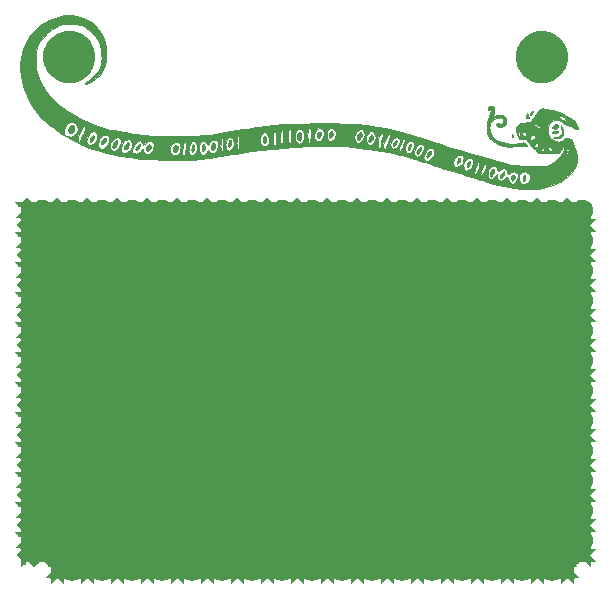
<source format=gts>
G04 #@! TF.GenerationSoftware,KiCad,Pcbnew,5.1.2*
G04 #@! TF.CreationDate,2019-09-05T16:50:15+02:00*
G04 #@! TF.ProjectId,badge,62616467-652e-46b6-9963-61645f706362,rev?*
G04 #@! TF.SameCoordinates,Original*
G04 #@! TF.FileFunction,Soldermask,Top*
G04 #@! TF.FilePolarity,Negative*
%FSLAX46Y46*%
G04 Gerber Fmt 4.6, Leading zero omitted, Abs format (unit mm)*
G04 Created by KiCad (PCBNEW 5.1.2) date 2019-09-05 16:50:15*
%MOMM*%
%LPD*%
G04 APERTURE LIST*
%ADD10C,0.010000*%
%ADD11C,0.100000*%
G04 APERTURE END LIST*
D10*
G36*
X5301163Y-5798876D02*
G01*
X5327269Y-5815159D01*
X5395691Y-5873623D01*
X5418285Y-5947528D01*
X5410548Y-6051067D01*
X5359552Y-6250338D01*
X5269765Y-6374753D01*
X5140653Y-6424984D01*
X5112890Y-6426200D01*
X5001008Y-6411547D01*
X4924206Y-6376222D01*
X4923366Y-6375400D01*
X4878752Y-6276732D01*
X4884096Y-6143112D01*
X4930834Y-6000775D01*
X5010401Y-5875955D01*
X5112640Y-5795603D01*
X5210802Y-5768466D01*
X5301163Y-5798876D01*
X5301163Y-5798876D01*
G37*
X5301163Y-5798876D02*
X5327269Y-5815159D01*
X5395691Y-5873623D01*
X5418285Y-5947528D01*
X5410548Y-6051067D01*
X5359552Y-6250338D01*
X5269765Y-6374753D01*
X5140653Y-6424984D01*
X5112890Y-6426200D01*
X5001008Y-6411547D01*
X4924206Y-6376222D01*
X4923366Y-6375400D01*
X4878752Y-6276732D01*
X4884096Y-6143112D01*
X4930834Y-6000775D01*
X5010401Y-5875955D01*
X5112640Y-5795603D01*
X5210802Y-5768466D01*
X5301163Y-5798876D01*
G36*
X27234663Y-6299025D02*
G01*
X27250314Y-6319472D01*
X27300134Y-6451253D01*
X27289934Y-6599879D01*
X27226896Y-6732629D01*
X27143703Y-6805164D01*
X27069916Y-6826214D01*
X27019714Y-6777172D01*
X27013093Y-6765228D01*
X26992517Y-6656004D01*
X27011278Y-6515040D01*
X27060479Y-6380179D01*
X27123618Y-6295145D01*
X27183633Y-6263183D01*
X27234663Y-6299025D01*
X27234663Y-6299025D01*
G37*
X27234663Y-6299025D02*
X27250314Y-6319472D01*
X27300134Y-6451253D01*
X27289934Y-6599879D01*
X27226896Y-6732629D01*
X27143703Y-6805164D01*
X27069916Y-6826214D01*
X27019714Y-6777172D01*
X27013093Y-6765228D01*
X26992517Y-6656004D01*
X27011278Y-6515040D01*
X27060479Y-6380179D01*
X27123618Y-6295145D01*
X27183633Y-6263183D01*
X27234663Y-6299025D01*
G36*
X26226305Y-6326763D02*
G01*
X26268809Y-6388775D01*
X26276781Y-6500141D01*
X26241734Y-6652032D01*
X26198145Y-6755638D01*
X26129690Y-6856273D01*
X26060503Y-6872943D01*
X25985841Y-6806253D01*
X25970951Y-6784676D01*
X25926221Y-6706200D01*
X25922420Y-6642810D01*
X25960386Y-6555332D01*
X25976491Y-6525127D01*
X26071658Y-6386112D01*
X26157759Y-6322933D01*
X26226305Y-6326763D01*
X26226305Y-6326763D01*
G37*
X26226305Y-6326763D02*
X26268809Y-6388775D01*
X26276781Y-6500141D01*
X26241734Y-6652032D01*
X26198145Y-6755638D01*
X26129690Y-6856273D01*
X26060503Y-6872943D01*
X25985841Y-6806253D01*
X25970951Y-6784676D01*
X25926221Y-6706200D01*
X25922420Y-6642810D01*
X25960386Y-6555332D01*
X25976491Y-6525127D01*
X26071658Y-6386112D01*
X26157759Y-6322933D01*
X26226305Y-6326763D01*
G36*
X29710243Y-6396090D02*
G01*
X29712877Y-6398700D01*
X29752797Y-6493852D01*
X29742583Y-6631813D01*
X29686152Y-6790229D01*
X29625952Y-6894455D01*
X29533772Y-7009712D01*
X29462355Y-7047005D01*
X29404521Y-7008295D01*
X29378855Y-6961931D01*
X29347891Y-6799361D01*
X29385855Y-6628764D01*
X29485118Y-6478272D01*
X29518416Y-6447257D01*
X29607204Y-6379559D01*
X29662295Y-6364713D01*
X29710243Y-6396090D01*
X29710243Y-6396090D01*
G37*
X29710243Y-6396090D02*
X29712877Y-6398700D01*
X29752797Y-6493852D01*
X29742583Y-6631813D01*
X29686152Y-6790229D01*
X29625952Y-6894455D01*
X29533772Y-7009712D01*
X29462355Y-7047005D01*
X29404521Y-7008295D01*
X29378855Y-6961931D01*
X29347891Y-6799361D01*
X29385855Y-6628764D01*
X29485118Y-6478272D01*
X29518416Y-6447257D01*
X29607204Y-6379559D01*
X29662295Y-6364713D01*
X29710243Y-6396090D01*
G36*
X24545360Y-6353517D02*
G01*
X24601973Y-6459320D01*
X24628095Y-6614146D01*
X24621099Y-6787067D01*
X24592618Y-6909793D01*
X24535409Y-7039946D01*
X24477242Y-7087567D01*
X24413551Y-7054713D01*
X24376990Y-7006904D01*
X24305002Y-6828163D01*
X24299948Y-6634581D01*
X24360986Y-6455994D01*
X24393947Y-6407384D01*
X24459940Y-6334239D01*
X24505989Y-6323494D01*
X24545360Y-6353517D01*
X24545360Y-6353517D01*
G37*
X24545360Y-6353517D02*
X24601973Y-6459320D01*
X24628095Y-6614146D01*
X24621099Y-6787067D01*
X24592618Y-6909793D01*
X24535409Y-7039946D01*
X24477242Y-7087567D01*
X24413551Y-7054713D01*
X24376990Y-7006904D01*
X24305002Y-6828163D01*
X24299948Y-6634581D01*
X24360986Y-6455994D01*
X24393947Y-6407384D01*
X24459940Y-6334239D01*
X24505989Y-6323494D01*
X24545360Y-6353517D01*
G36*
X30618551Y-6591877D02*
G01*
X30636980Y-6615805D01*
X30691225Y-6758659D01*
X30671091Y-6927579D01*
X30633965Y-7015838D01*
X30552817Y-7123402D01*
X30457254Y-7181328D01*
X30369390Y-7178657D01*
X30343122Y-7159977D01*
X30316814Y-7081053D01*
X30328094Y-6957780D01*
X30369095Y-6817242D01*
X30431955Y-6686525D01*
X30507535Y-6593761D01*
X30568742Y-6559194D01*
X30618551Y-6591877D01*
X30618551Y-6591877D01*
G37*
X30618551Y-6591877D02*
X30636980Y-6615805D01*
X30691225Y-6758659D01*
X30671091Y-6927579D01*
X30633965Y-7015838D01*
X30552817Y-7123402D01*
X30457254Y-7181328D01*
X30369390Y-7178657D01*
X30343122Y-7159977D01*
X30316814Y-7081053D01*
X30328094Y-6957780D01*
X30369095Y-6817242D01*
X30431955Y-6686525D01*
X30507535Y-6593761D01*
X30568742Y-6559194D01*
X30618551Y-6591877D01*
G36*
X7058753Y-6672566D02*
G01*
X7068377Y-6759430D01*
X7052104Y-6872602D01*
X7013428Y-6986226D01*
X6961544Y-7068406D01*
X6850604Y-7170063D01*
X6764290Y-7206990D01*
X6711801Y-7175533D01*
X6708873Y-7168764D01*
X6703824Y-7061438D01*
X6745209Y-6929526D01*
X6818159Y-6798417D01*
X6907808Y-6693502D01*
X6999289Y-6640170D01*
X7019737Y-6637866D01*
X7058753Y-6672566D01*
X7058753Y-6672566D01*
G37*
X7058753Y-6672566D02*
X7068377Y-6759430D01*
X7052104Y-6872602D01*
X7013428Y-6986226D01*
X6961544Y-7068406D01*
X6850604Y-7170063D01*
X6764290Y-7206990D01*
X6711801Y-7175533D01*
X6708873Y-7168764D01*
X6703824Y-7061438D01*
X6745209Y-6929526D01*
X6818159Y-6798417D01*
X6907808Y-6693502D01*
X6999289Y-6640170D01*
X7019737Y-6637866D01*
X7058753Y-6672566D01*
G36*
X21531529Y-6656562D02*
G01*
X21579016Y-6723438D01*
X21615321Y-6832818D01*
X21636685Y-6963663D01*
X21639352Y-7094932D01*
X21619563Y-7205583D01*
X21585766Y-7264400D01*
X21499863Y-7312517D01*
X21430005Y-7280664D01*
X21402280Y-7225955D01*
X21390088Y-7129134D01*
X21394507Y-6995059D01*
X21411773Y-6852720D01*
X21438123Y-6731106D01*
X21469794Y-6659209D01*
X21476618Y-6653233D01*
X21531529Y-6656562D01*
X21531529Y-6656562D01*
G37*
X21531529Y-6656562D02*
X21579016Y-6723438D01*
X21615321Y-6832818D01*
X21636685Y-6963663D01*
X21639352Y-7094932D01*
X21619563Y-7205583D01*
X21585766Y-7264400D01*
X21499863Y-7312517D01*
X21430005Y-7280664D01*
X21402280Y-7225955D01*
X21390088Y-7129134D01*
X21394507Y-6995059D01*
X21411773Y-6852720D01*
X21438123Y-6731106D01*
X21469794Y-6659209D01*
X21476618Y-6653233D01*
X21531529Y-6656562D01*
G36*
X32714995Y-7083722D02*
G01*
X32723651Y-7152993D01*
X32682660Y-7264819D01*
X32620540Y-7368872D01*
X32532220Y-7474158D01*
X32455809Y-7522187D01*
X32404139Y-7508545D01*
X32389233Y-7448460D01*
X32415450Y-7352288D01*
X32480016Y-7237732D01*
X32561808Y-7134922D01*
X32639700Y-7073987D01*
X32655305Y-7068972D01*
X32714995Y-7083722D01*
X32714995Y-7083722D01*
G37*
X32714995Y-7083722D02*
X32723651Y-7152993D01*
X32682660Y-7264819D01*
X32620540Y-7368872D01*
X32532220Y-7474158D01*
X32455809Y-7522187D01*
X32404139Y-7508545D01*
X32389233Y-7448460D01*
X32415450Y-7352288D01*
X32480016Y-7237732D01*
X32561808Y-7134922D01*
X32639700Y-7073987D01*
X32655305Y-7068972D01*
X32714995Y-7083722D01*
G36*
X8079346Y-6882765D02*
G01*
X8101643Y-6976535D01*
X8085614Y-7052048D01*
X8015424Y-7185432D01*
X7922282Y-7295847D01*
X7823511Y-7369128D01*
X7736437Y-7391105D01*
X7694788Y-7371644D01*
X7669825Y-7292881D01*
X7690682Y-7176288D01*
X7746491Y-7046924D01*
X7826384Y-6929848D01*
X7919494Y-6850119D01*
X7921410Y-6849081D01*
X8013991Y-6833758D01*
X8079346Y-6882765D01*
X8079346Y-6882765D01*
G37*
X8079346Y-6882765D02*
X8101643Y-6976535D01*
X8085614Y-7052048D01*
X8015424Y-7185432D01*
X7922282Y-7295847D01*
X7823511Y-7369128D01*
X7736437Y-7391105D01*
X7694788Y-7371644D01*
X7669825Y-7292881D01*
X7690682Y-7176288D01*
X7746491Y-7046924D01*
X7826384Y-6929848D01*
X7919494Y-6850119D01*
X7921410Y-6849081D01*
X8013991Y-6833758D01*
X8079346Y-6882765D01*
G36*
X18636123Y-7074564D02*
G01*
X18662955Y-7165174D01*
X18672842Y-7281810D01*
X18663294Y-7405100D01*
X18631818Y-7515676D01*
X18607332Y-7559780D01*
X18533808Y-7640070D01*
X18481066Y-7639186D01*
X18451039Y-7575849D01*
X18443669Y-7472769D01*
X18456444Y-7334072D01*
X18483585Y-7193381D01*
X18519316Y-7084318D01*
X18541598Y-7048901D01*
X18594840Y-7029350D01*
X18636123Y-7074564D01*
X18636123Y-7074564D01*
G37*
X18636123Y-7074564D02*
X18662955Y-7165174D01*
X18672842Y-7281810D01*
X18663294Y-7405100D01*
X18631818Y-7515676D01*
X18607332Y-7559780D01*
X18533808Y-7640070D01*
X18481066Y-7639186D01*
X18451039Y-7575849D01*
X18443669Y-7472769D01*
X18456444Y-7334072D01*
X18483585Y-7193381D01*
X18519316Y-7084318D01*
X18541598Y-7048901D01*
X18594840Y-7029350D01*
X18636123Y-7074564D01*
G36*
X9026209Y-7043108D02*
G01*
X9059354Y-7108503D01*
X9056326Y-7221978D01*
X9023983Y-7358697D01*
X8969184Y-7493825D01*
X8898787Y-7602527D01*
X8862034Y-7637598D01*
X8752057Y-7694550D01*
X8675700Y-7678884D01*
X8641332Y-7593261D01*
X8640233Y-7567097D01*
X8660717Y-7432212D01*
X8702887Y-7316835D01*
X8773072Y-7213988D01*
X8863833Y-7121156D01*
X8953169Y-7056964D01*
X9019075Y-7040042D01*
X9026209Y-7043108D01*
X9026209Y-7043108D01*
G37*
X9026209Y-7043108D02*
X9059354Y-7108503D01*
X9056326Y-7221978D01*
X9023983Y-7358697D01*
X8969184Y-7493825D01*
X8898787Y-7602527D01*
X8862034Y-7637598D01*
X8752057Y-7694550D01*
X8675700Y-7678884D01*
X8641332Y-7593261D01*
X8640233Y-7567097D01*
X8660717Y-7432212D01*
X8702887Y-7316835D01*
X8773072Y-7213988D01*
X8863833Y-7121156D01*
X8953169Y-7056964D01*
X9019075Y-7040042D01*
X9026209Y-7043108D01*
G36*
X33907493Y-7392004D02*
G01*
X33907117Y-7483792D01*
X33871307Y-7615457D01*
X33824790Y-7725167D01*
X33752842Y-7852872D01*
X33700263Y-7900616D01*
X33668636Y-7867970D01*
X33659391Y-7770283D01*
X33678205Y-7657833D01*
X33725142Y-7534554D01*
X33786279Y-7427693D01*
X33847694Y-7364499D01*
X33870277Y-7357533D01*
X33907493Y-7392004D01*
X33907493Y-7392004D01*
G37*
X33907493Y-7392004D02*
X33907117Y-7483792D01*
X33871307Y-7615457D01*
X33824790Y-7725167D01*
X33752842Y-7852872D01*
X33700263Y-7900616D01*
X33668636Y-7867970D01*
X33659391Y-7770283D01*
X33678205Y-7657833D01*
X33725142Y-7534554D01*
X33786279Y-7427693D01*
X33847694Y-7364499D01*
X33870277Y-7357533D01*
X33907493Y-7392004D01*
G36*
X9970785Y-7203594D02*
G01*
X9999293Y-7291733D01*
X10008605Y-7403591D01*
X9993451Y-7508916D01*
X9989498Y-7520318D01*
X9919922Y-7654403D01*
X9834121Y-7752928D01*
X9746525Y-7808950D01*
X9671566Y-7815529D01*
X9623677Y-7765722D01*
X9613900Y-7700984D01*
X9634945Y-7611256D01*
X9688568Y-7490319D01*
X9760495Y-7362299D01*
X9836456Y-7251321D01*
X9902178Y-7181511D01*
X9928354Y-7169426D01*
X9970785Y-7203594D01*
X9970785Y-7203594D01*
G37*
X9970785Y-7203594D02*
X9999293Y-7291733D01*
X10008605Y-7403591D01*
X9993451Y-7508916D01*
X9989498Y-7520318D01*
X9919922Y-7654403D01*
X9834121Y-7752928D01*
X9746525Y-7808950D01*
X9671566Y-7815529D01*
X9623677Y-7765722D01*
X9613900Y-7700984D01*
X9634945Y-7611256D01*
X9688568Y-7490319D01*
X9760495Y-7362299D01*
X9836456Y-7251321D01*
X9902178Y-7181511D01*
X9928354Y-7169426D01*
X9970785Y-7203594D01*
G36*
X10951074Y-7391124D02*
G01*
X10951635Y-7476096D01*
X10921919Y-7588750D01*
X10866352Y-7705385D01*
X10844649Y-7738533D01*
X10773762Y-7807895D01*
X10689965Y-7852666D01*
X10619262Y-7863706D01*
X10587654Y-7831875D01*
X10587566Y-7828900D01*
X10612724Y-7711788D01*
X10676740Y-7581596D01*
X10762430Y-7463003D01*
X10852609Y-7380686D01*
X10915809Y-7357533D01*
X10951074Y-7391124D01*
X10951074Y-7391124D01*
G37*
X10951074Y-7391124D02*
X10951635Y-7476096D01*
X10921919Y-7588750D01*
X10866352Y-7705385D01*
X10844649Y-7738533D01*
X10773762Y-7807895D01*
X10689965Y-7852666D01*
X10619262Y-7863706D01*
X10587654Y-7831875D01*
X10587566Y-7828900D01*
X10612724Y-7711788D01*
X10676740Y-7581596D01*
X10762430Y-7463003D01*
X10852609Y-7380686D01*
X10915809Y-7357533D01*
X10951074Y-7391124D01*
G36*
X11791504Y-7430812D02*
G01*
X11861605Y-7499110D01*
X11899291Y-7567949D01*
X11899900Y-7575006D01*
X11876025Y-7655974D01*
X11816494Y-7763857D01*
X11739440Y-7873007D01*
X11663000Y-7957778D01*
X11605309Y-7992524D01*
X11604654Y-7992533D01*
X11555400Y-7966409D01*
X11527366Y-7941733D01*
X11480083Y-7841149D01*
X11481686Y-7707660D01*
X11528148Y-7574458D01*
X11580475Y-7503775D01*
X11661551Y-7433593D01*
X11721453Y-7400293D01*
X11725618Y-7399866D01*
X11791504Y-7430812D01*
X11791504Y-7430812D01*
G37*
X11791504Y-7430812D02*
X11861605Y-7499110D01*
X11899291Y-7567949D01*
X11899900Y-7575006D01*
X11876025Y-7655974D01*
X11816494Y-7763857D01*
X11739440Y-7873007D01*
X11663000Y-7957778D01*
X11605309Y-7992524D01*
X11604654Y-7992533D01*
X11555400Y-7966409D01*
X11527366Y-7941733D01*
X11480083Y-7841149D01*
X11481686Y-7707660D01*
X11528148Y-7574458D01*
X11580475Y-7503775D01*
X11661551Y-7433593D01*
X11721453Y-7400293D01*
X11725618Y-7399866D01*
X11791504Y-7430812D01*
G36*
X17231705Y-7255069D02*
G01*
X17252758Y-7270950D01*
X17305355Y-7359862D01*
X17319902Y-7488284D01*
X17302044Y-7631748D01*
X17257426Y-7765791D01*
X17191692Y-7865946D01*
X17110487Y-7907746D01*
X17105812Y-7907866D01*
X17039625Y-7881879D01*
X17014718Y-7792835D01*
X17014626Y-7791450D01*
X17016378Y-7549195D01*
X17056992Y-7375220D01*
X17107078Y-7297517D01*
X17175436Y-7244246D01*
X17231705Y-7255069D01*
X17231705Y-7255069D01*
G37*
X17231705Y-7255069D02*
X17252758Y-7270950D01*
X17305355Y-7359862D01*
X17319902Y-7488284D01*
X17302044Y-7631748D01*
X17257426Y-7765791D01*
X17191692Y-7865946D01*
X17110487Y-7907746D01*
X17105812Y-7907866D01*
X17039625Y-7881879D01*
X17014718Y-7792835D01*
X17014626Y-7791450D01*
X17016378Y-7549195D01*
X17056992Y-7375220D01*
X17107078Y-7297517D01*
X17175436Y-7244246D01*
X17231705Y-7255069D01*
G36*
X16384913Y-7394920D02*
G01*
X16423111Y-7487491D01*
X16450029Y-7605861D01*
X16457999Y-7720645D01*
X16451355Y-7772294D01*
X16401327Y-7904132D01*
X16338265Y-7977195D01*
X16273563Y-7982463D01*
X16234960Y-7943556D01*
X16207200Y-7849237D01*
X16205172Y-7719840D01*
X16224167Y-7580876D01*
X16259479Y-7457857D01*
X16306398Y-7376298D01*
X16343106Y-7357533D01*
X16384913Y-7394920D01*
X16384913Y-7394920D01*
G37*
X16384913Y-7394920D02*
X16423111Y-7487491D01*
X16450029Y-7605861D01*
X16457999Y-7720645D01*
X16451355Y-7772294D01*
X16401327Y-7904132D01*
X16338265Y-7977195D01*
X16273563Y-7982463D01*
X16234960Y-7943556D01*
X16207200Y-7849237D01*
X16205172Y-7719840D01*
X16224167Y-7580876D01*
X16259479Y-7457857D01*
X16306398Y-7376298D01*
X16343106Y-7357533D01*
X16384913Y-7394920D01*
G36*
X15522355Y-7463366D02*
G01*
X15576413Y-7659055D01*
X15550949Y-7829077D01*
X15495160Y-7923324D01*
X15413072Y-8011265D01*
X15361155Y-8022580D01*
X15334761Y-7955024D01*
X15328900Y-7843006D01*
X15345138Y-7681831D01*
X15385359Y-7524097D01*
X15397264Y-7493756D01*
X15465629Y-7336366D01*
X15522355Y-7463366D01*
X15522355Y-7463366D01*
G37*
X15522355Y-7463366D02*
X15576413Y-7659055D01*
X15550949Y-7829077D01*
X15495160Y-7923324D01*
X15413072Y-8011265D01*
X15361155Y-8022580D01*
X15334761Y-7955024D01*
X15328900Y-7843006D01*
X15345138Y-7681831D01*
X15385359Y-7524097D01*
X15397264Y-7493756D01*
X15465629Y-7336366D01*
X15522355Y-7463366D01*
G36*
X14043885Y-7465928D02*
G01*
X14118022Y-7500962D01*
X14152943Y-7554426D01*
X14162375Y-7654276D01*
X14162174Y-7706875D01*
X14136967Y-7878390D01*
X14074210Y-8001144D01*
X13985713Y-8066132D01*
X13883282Y-8064354D01*
X13785265Y-7994226D01*
X13736005Y-7882189D01*
X13741723Y-7736950D01*
X13798935Y-7586551D01*
X13844153Y-7520157D01*
X13913730Y-7454168D01*
X13989374Y-7449163D01*
X14043885Y-7465928D01*
X14043885Y-7465928D01*
G37*
X14043885Y-7465928D02*
X14118022Y-7500962D01*
X14152943Y-7554426D01*
X14162375Y-7654276D01*
X14162174Y-7706875D01*
X14136967Y-7878390D01*
X14074210Y-8001144D01*
X13985713Y-8066132D01*
X13883282Y-8064354D01*
X13785265Y-7994226D01*
X13736005Y-7882189D01*
X13741723Y-7736950D01*
X13798935Y-7586551D01*
X13844153Y-7520157D01*
X13913730Y-7454168D01*
X13989374Y-7449163D01*
X14043885Y-7465928D01*
G36*
X34767340Y-7644373D02*
G01*
X34778804Y-7708978D01*
X34751198Y-7817127D01*
X34694688Y-7943486D01*
X34619438Y-8062719D01*
X34581166Y-8108372D01*
X34498890Y-8184752D01*
X34443879Y-8200094D01*
X34407122Y-8175977D01*
X34386044Y-8116425D01*
X34378900Y-8033520D01*
X34404426Y-7921770D01*
X34469651Y-7808126D01*
X34557541Y-7709652D01*
X34651062Y-7643413D01*
X34733182Y-7626472D01*
X34767340Y-7644373D01*
X34767340Y-7644373D01*
G37*
X34767340Y-7644373D02*
X34778804Y-7708978D01*
X34751198Y-7817127D01*
X34694688Y-7943486D01*
X34619438Y-8062719D01*
X34581166Y-8108372D01*
X34498890Y-8184752D01*
X34443879Y-8200094D01*
X34407122Y-8175977D01*
X34386044Y-8116425D01*
X34378900Y-8033520D01*
X34404426Y-7921770D01*
X34469651Y-7808126D01*
X34557541Y-7709652D01*
X34651062Y-7643413D01*
X34733182Y-7626472D01*
X34767340Y-7644373D01*
G36*
X35617222Y-7986256D02*
G01*
X35635652Y-8059644D01*
X35601670Y-8170988D01*
X35524370Y-8300062D01*
X35424062Y-8415863D01*
X35319986Y-8508646D01*
X35258793Y-8535587D01*
X35230786Y-8497202D01*
X35225724Y-8426450D01*
X35249405Y-8300257D01*
X35310313Y-8174445D01*
X35393741Y-8065551D01*
X35484982Y-7990109D01*
X35569330Y-7964657D01*
X35617222Y-7986256D01*
X35617222Y-7986256D01*
G37*
X35617222Y-7986256D02*
X35635652Y-8059644D01*
X35601670Y-8170988D01*
X35524370Y-8300062D01*
X35424062Y-8415863D01*
X35319986Y-8508646D01*
X35258793Y-8535587D01*
X35230786Y-8497202D01*
X35225724Y-8426450D01*
X35249405Y-8300257D01*
X35310313Y-8174445D01*
X35393741Y-8065551D01*
X35484982Y-7990109D01*
X35569330Y-7964657D01*
X35617222Y-7986256D01*
G36*
X38078279Y-8555244D02*
G01*
X38098972Y-8640146D01*
X38082996Y-8752806D01*
X38031702Y-8869625D01*
X37996878Y-8917955D01*
X37901001Y-9017831D01*
X37840937Y-9043678D01*
X37812137Y-8995891D01*
X37807965Y-8934450D01*
X37826981Y-8814568D01*
X37874728Y-8688577D01*
X37937436Y-8583334D01*
X38001335Y-8525701D01*
X38019566Y-8521700D01*
X38078279Y-8555244D01*
X38078279Y-8555244D01*
G37*
X38078279Y-8555244D02*
X38098972Y-8640146D01*
X38082996Y-8752806D01*
X38031702Y-8869625D01*
X37996878Y-8917955D01*
X37901001Y-9017831D01*
X37840937Y-9043678D01*
X37812137Y-8995891D01*
X37807965Y-8934450D01*
X37826981Y-8814568D01*
X37874728Y-8688577D01*
X37937436Y-8583334D01*
X38001335Y-8525701D01*
X38019566Y-8521700D01*
X38078279Y-8555244D01*
G36*
X38894716Y-8831584D02*
G01*
X38908893Y-8918273D01*
X38894390Y-9030733D01*
X38853131Y-9142765D01*
X38820827Y-9193324D01*
X38727919Y-9285603D01*
X38658494Y-9305724D01*
X38622299Y-9255337D01*
X38624644Y-9160119D01*
X38664815Y-9018542D01*
X38729020Y-8895465D01*
X38802321Y-8814979D01*
X38849935Y-8796866D01*
X38894716Y-8831584D01*
X38894716Y-8831584D01*
G37*
X38894716Y-8831584D02*
X38908893Y-8918273D01*
X38894390Y-9030733D01*
X38853131Y-9142765D01*
X38820827Y-9193324D01*
X38727919Y-9285603D01*
X38658494Y-9305724D01*
X38622299Y-9255337D01*
X38624644Y-9160119D01*
X38664815Y-9018542D01*
X38729020Y-8895465D01*
X38802321Y-8814979D01*
X38849935Y-8796866D01*
X38894716Y-8831584D01*
G36*
X40964414Y-9483936D02*
G01*
X40983290Y-9556301D01*
X40961084Y-9671952D01*
X40906555Y-9805730D01*
X40828461Y-9932481D01*
X40793634Y-9974440D01*
X40651819Y-10129187D01*
X40620622Y-9962892D01*
X40613631Y-9793290D01*
X40649619Y-9689355D01*
X40718127Y-9603320D01*
X40809833Y-9528755D01*
X40899171Y-9482343D01*
X40960573Y-9480767D01*
X40964414Y-9483936D01*
X40964414Y-9483936D01*
G37*
X40964414Y-9483936D02*
X40983290Y-9556301D01*
X40961084Y-9671952D01*
X40906555Y-9805730D01*
X40828461Y-9932481D01*
X40793634Y-9974440D01*
X40651819Y-10129187D01*
X40620622Y-9962892D01*
X40613631Y-9793290D01*
X40649619Y-9689355D01*
X40718127Y-9603320D01*
X40809833Y-9528755D01*
X40899171Y-9482343D01*
X40960573Y-9480767D01*
X40964414Y-9483936D01*
G36*
X41779522Y-9702267D02*
G01*
X41826204Y-9774745D01*
X41822042Y-9883463D01*
X41775577Y-10004309D01*
X41695348Y-10113175D01*
X41611760Y-10175874D01*
X41510666Y-10223744D01*
X41463291Y-10223082D01*
X41449345Y-10166474D01*
X41448566Y-10116253D01*
X41472263Y-10021348D01*
X41532173Y-9911044D01*
X41611530Y-9806317D01*
X41693566Y-9728140D01*
X41761512Y-9697489D01*
X41779522Y-9702267D01*
X41779522Y-9702267D01*
G37*
X41779522Y-9702267D02*
X41826204Y-9774745D01*
X41822042Y-9883463D01*
X41775577Y-10004309D01*
X41695348Y-10113175D01*
X41611760Y-10175874D01*
X41510666Y-10223744D01*
X41463291Y-10223082D01*
X41449345Y-10166474D01*
X41448566Y-10116253D01*
X41472263Y-10021348D01*
X41532173Y-9911044D01*
X41611530Y-9806317D01*
X41693566Y-9728140D01*
X41761512Y-9697489D01*
X41779522Y-9702267D01*
G36*
X42662614Y-10015595D02*
G01*
X42700440Y-10069989D01*
X42710044Y-10132620D01*
X42694733Y-10247569D01*
X42640335Y-10364689D01*
X42564749Y-10455161D01*
X42487952Y-10490200D01*
X42441281Y-10453609D01*
X42408530Y-10368768D01*
X42401581Y-10233001D01*
X42416867Y-10125351D01*
X42458000Y-10035567D01*
X42534858Y-10004876D01*
X42573445Y-10003366D01*
X42662614Y-10015595D01*
X42662614Y-10015595D01*
G37*
X42662614Y-10015595D02*
X42700440Y-10069989D01*
X42710044Y-10132620D01*
X42694733Y-10247569D01*
X42640335Y-10364689D01*
X42564749Y-10455161D01*
X42487952Y-10490200D01*
X42441281Y-10453609D01*
X42408530Y-10368768D01*
X42401581Y-10233001D01*
X42416867Y-10125351D01*
X42458000Y-10035567D01*
X42534858Y-10004876D01*
X42573445Y-10003366D01*
X42662614Y-10015595D01*
G36*
X43577346Y-10022791D02*
G01*
X43604421Y-10117605D01*
X43607566Y-10191675D01*
X43592110Y-10298939D01*
X43553745Y-10403827D01*
X43504475Y-10485277D01*
X43456305Y-10522228D01*
X43427655Y-10507332D01*
X43404401Y-10442558D01*
X43378499Y-10333936D01*
X43374609Y-10313928D01*
X43365011Y-10193902D01*
X43400148Y-10109383D01*
X43435810Y-10069289D01*
X43521544Y-10006972D01*
X43577346Y-10022791D01*
X43577346Y-10022791D01*
G37*
X43577346Y-10022791D02*
X43604421Y-10117605D01*
X43607566Y-10191675D01*
X43592110Y-10298939D01*
X43553745Y-10403827D01*
X43504475Y-10485277D01*
X43456305Y-10522228D01*
X43427655Y-10507332D01*
X43404401Y-10442558D01*
X43378499Y-10333936D01*
X43374609Y-10313928D01*
X43365011Y-10193902D01*
X43400148Y-10109383D01*
X43435810Y-10069289D01*
X43521544Y-10006972D01*
X43577346Y-10022791D01*
G36*
X44269904Y-4607785D02*
G01*
X44231570Y-4700938D01*
X44201609Y-4751806D01*
X44128504Y-4844456D01*
X44056569Y-4897408D01*
X44004142Y-4901190D01*
X43988566Y-4861858D01*
X44015462Y-4758752D01*
X44079483Y-4653895D01*
X44155626Y-4586435D01*
X44167514Y-4581648D01*
X44248874Y-4569629D01*
X44269904Y-4607785D01*
X44269904Y-4607785D01*
G37*
X44269904Y-4607785D02*
X44231570Y-4700938D01*
X44201609Y-4751806D01*
X44128504Y-4844456D01*
X44056569Y-4897408D01*
X44004142Y-4901190D01*
X43988566Y-4861858D01*
X44015462Y-4758752D01*
X44079483Y-4653895D01*
X44155626Y-4586435D01*
X44167514Y-4581648D01*
X44248874Y-4569629D01*
X44269904Y-4607785D01*
G36*
X43793327Y-4893733D02*
G01*
X43843997Y-5000521D01*
X43900899Y-5070923D01*
X43904826Y-5073649D01*
X43945922Y-5112552D01*
X43911185Y-5150704D01*
X43903900Y-5155551D01*
X43802756Y-5193620D01*
X43707762Y-5188220D01*
X43678122Y-5170311D01*
X43651452Y-5089336D01*
X43668489Y-4959816D01*
X43697150Y-4873205D01*
X43744401Y-4754033D01*
X43793327Y-4893733D01*
X43793327Y-4893733D01*
G37*
X43793327Y-4893733D02*
X43843997Y-5000521D01*
X43900899Y-5070923D01*
X43904826Y-5073649D01*
X43945922Y-5112552D01*
X43911185Y-5150704D01*
X43903900Y-5155551D01*
X43802756Y-5193620D01*
X43707762Y-5188220D01*
X43678122Y-5170311D01*
X43651452Y-5089336D01*
X43668489Y-4959816D01*
X43697150Y-4873205D01*
X43744401Y-4754033D01*
X43793327Y-4893733D01*
G36*
X46282761Y-5698210D02*
G01*
X46299782Y-5709893D01*
X46354731Y-5800657D01*
X46331444Y-5908332D01*
X46261254Y-5995487D01*
X46141616Y-6069297D01*
X46019839Y-6083636D01*
X45921219Y-6038273D01*
X45891429Y-5998872D01*
X45868500Y-5922983D01*
X45902092Y-5851035D01*
X45936287Y-5811954D01*
X46054174Y-5721786D01*
X46178569Y-5681371D01*
X46282761Y-5698210D01*
X46282761Y-5698210D01*
G37*
X46282761Y-5698210D02*
X46299782Y-5709893D01*
X46354731Y-5800657D01*
X46331444Y-5908332D01*
X46261254Y-5995487D01*
X46141616Y-6069297D01*
X46019839Y-6083636D01*
X45921219Y-6038273D01*
X45891429Y-5998872D01*
X45868500Y-5922983D01*
X45902092Y-5851035D01*
X45936287Y-5811954D01*
X46054174Y-5721786D01*
X46178569Y-5681371D01*
X46282761Y-5698210D01*
G36*
X46350879Y-6284138D02*
G01*
X46348957Y-6329026D01*
X46267082Y-6401273D01*
X46265147Y-6402632D01*
X46138280Y-6457234D01*
X46007001Y-6461956D01*
X45904782Y-6416673D01*
X45892717Y-6404010D01*
X45859217Y-6356767D01*
X45864319Y-6326474D01*
X45921397Y-6305532D01*
X46043824Y-6286342D01*
X46115816Y-6277240D01*
X46273086Y-6266810D01*
X46350879Y-6284138D01*
X46350879Y-6284138D01*
G37*
X46350879Y-6284138D02*
X46348957Y-6329026D01*
X46267082Y-6401273D01*
X46265147Y-6402632D01*
X46138280Y-6457234D01*
X46007001Y-6461956D01*
X45904782Y-6416673D01*
X45892717Y-6404010D01*
X45859217Y-6356767D01*
X45864319Y-6326474D01*
X45921397Y-6305532D01*
X46043824Y-6286342D01*
X46115816Y-6277240D01*
X46273086Y-6266810D01*
X46350879Y-6284138D01*
G36*
X42496441Y-6549860D02*
G01*
X42520117Y-6630401D01*
X42522775Y-6643158D01*
X42537367Y-6750956D01*
X42530611Y-6793849D01*
X42509464Y-6764879D01*
X42485733Y-6680200D01*
X42471013Y-6582887D01*
X42475222Y-6528614D01*
X42476119Y-6527536D01*
X42496441Y-6549860D01*
X42496441Y-6549860D01*
G37*
X42496441Y-6549860D02*
X42520117Y-6630401D01*
X42522775Y-6643158D01*
X42537367Y-6750956D01*
X42530611Y-6793849D01*
X42509464Y-6764879D01*
X42485733Y-6680200D01*
X42471013Y-6582887D01*
X42475222Y-6528614D01*
X42476119Y-6527536D01*
X42496441Y-6549860D01*
G36*
X46642607Y-5809055D02*
G01*
X46703809Y-5893626D01*
X46739372Y-5958846D01*
X46812608Y-6176643D01*
X46816241Y-6386607D01*
X46759250Y-6576513D01*
X46650612Y-6734137D01*
X46499307Y-6847254D01*
X46314314Y-6903638D01*
X46104610Y-6891064D01*
X46062900Y-6879926D01*
X45914733Y-6835383D01*
X46110665Y-6804371D01*
X46324294Y-6753442D01*
X46494486Y-6666846D01*
X46623816Y-6561273D01*
X46707351Y-6454476D01*
X46736561Y-6329503D01*
X46712465Y-6168792D01*
X46656184Y-6004433D01*
X46612173Y-5868087D01*
X46609854Y-5801751D01*
X46642607Y-5809055D01*
X46642607Y-5809055D01*
G37*
X46642607Y-5809055D02*
X46703809Y-5893626D01*
X46739372Y-5958846D01*
X46812608Y-6176643D01*
X46816241Y-6386607D01*
X46759250Y-6576513D01*
X46650612Y-6734137D01*
X46499307Y-6847254D01*
X46314314Y-6903638D01*
X46104610Y-6891064D01*
X46062900Y-6879926D01*
X45914733Y-6835383D01*
X46110665Y-6804371D01*
X46324294Y-6753442D01*
X46494486Y-6666846D01*
X46623816Y-6561273D01*
X46707351Y-6454476D01*
X46736561Y-6329503D01*
X46712465Y-6168792D01*
X46656184Y-6004433D01*
X46612173Y-5868087D01*
X46609854Y-5801751D01*
X46642607Y-5809055D01*
G36*
X40842015Y-4159130D02*
G01*
X40936790Y-4220590D01*
X40979031Y-4331582D01*
X40971072Y-4499107D01*
X40915245Y-4730167D01*
X40902672Y-4771428D01*
X40866233Y-4903351D01*
X40849383Y-4996291D01*
X40855016Y-5029200D01*
X40911702Y-5016156D01*
X41016462Y-4983279D01*
X41067566Y-4965700D01*
X41220477Y-4927876D01*
X41400575Y-4905149D01*
X41478312Y-4902200D01*
X41624823Y-4909132D01*
X41722872Y-4938225D01*
X41808103Y-5001919D01*
X41832823Y-5025943D01*
X41909603Y-5117025D01*
X41946327Y-5212686D01*
X41956490Y-5350469D01*
X41956566Y-5370196D01*
X41926939Y-5601303D01*
X41839951Y-5775656D01*
X41698438Y-5888646D01*
X41619501Y-5917768D01*
X41446523Y-5935434D01*
X41299331Y-5897467D01*
X41195477Y-5812842D01*
X41152514Y-5690538D01*
X41152233Y-5678805D01*
X41181740Y-5601123D01*
X41252127Y-5578371D01*
X41336194Y-5615146D01*
X41363900Y-5643033D01*
X41453167Y-5700895D01*
X41549865Y-5689704D01*
X41637448Y-5621605D01*
X41699372Y-5508747D01*
X41719500Y-5381967D01*
X41692217Y-5236596D01*
X41608180Y-5151514D01*
X41464098Y-5124335D01*
X41373753Y-5131009D01*
X41120513Y-5199964D01*
X40889457Y-5329211D01*
X40703360Y-5503680D01*
X40619287Y-5630347D01*
X40579705Y-5762862D01*
X40562354Y-5946024D01*
X40567596Y-6148689D01*
X40595795Y-6339708D01*
X40610348Y-6395370D01*
X40685299Y-6550772D01*
X40812931Y-6724281D01*
X40972010Y-6892713D01*
X41141300Y-7032886D01*
X41259746Y-7104346D01*
X41602059Y-7232809D01*
X41990305Y-7315497D01*
X42397019Y-7348839D01*
X42794737Y-7329266D01*
X42887900Y-7315955D01*
X43125280Y-7277123D01*
X43293590Y-7252099D01*
X43407516Y-7242303D01*
X43481744Y-7249154D01*
X43530958Y-7274073D01*
X43569845Y-7318479D01*
X43613089Y-7383791D01*
X43614694Y-7386220D01*
X43721794Y-7548033D01*
X43505930Y-7551808D01*
X43383623Y-7555093D01*
X43199434Y-7561454D01*
X42976055Y-7570047D01*
X42736179Y-7580029D01*
X42676233Y-7582646D01*
X42378214Y-7592241D01*
X42143983Y-7590824D01*
X41953284Y-7577623D01*
X41785861Y-7551864D01*
X41766442Y-7547907D01*
X41409912Y-7440636D01*
X41078717Y-7277894D01*
X40788318Y-7070231D01*
X40554176Y-6828197D01*
X40426434Y-6633570D01*
X40382598Y-6541758D01*
X40354002Y-6449775D01*
X40337597Y-6336541D01*
X40330340Y-6180974D01*
X40329184Y-5961995D01*
X40329189Y-5960533D01*
X40331439Y-5744768D01*
X40340012Y-5585272D01*
X40360283Y-5453654D01*
X40397629Y-5321521D01*
X40457424Y-5160482D01*
X40501606Y-5049855D01*
X40575769Y-4861398D01*
X40640246Y-4689617D01*
X40686632Y-4557342D01*
X40703790Y-4500671D01*
X40722348Y-4416265D01*
X40708110Y-4403758D01*
X40649368Y-4453052D01*
X40648984Y-4453400D01*
X40551183Y-4506675D01*
X40473085Y-4487828D01*
X40434008Y-4403644D01*
X40432566Y-4377385D01*
X40469192Y-4247986D01*
X40569034Y-4164612D01*
X40692373Y-4140200D01*
X40842015Y-4159130D01*
X40842015Y-4159130D01*
G37*
X40842015Y-4159130D02*
X40936790Y-4220590D01*
X40979031Y-4331582D01*
X40971072Y-4499107D01*
X40915245Y-4730167D01*
X40902672Y-4771428D01*
X40866233Y-4903351D01*
X40849383Y-4996291D01*
X40855016Y-5029200D01*
X40911702Y-5016156D01*
X41016462Y-4983279D01*
X41067566Y-4965700D01*
X41220477Y-4927876D01*
X41400575Y-4905149D01*
X41478312Y-4902200D01*
X41624823Y-4909132D01*
X41722872Y-4938225D01*
X41808103Y-5001919D01*
X41832823Y-5025943D01*
X41909603Y-5117025D01*
X41946327Y-5212686D01*
X41956490Y-5350469D01*
X41956566Y-5370196D01*
X41926939Y-5601303D01*
X41839951Y-5775656D01*
X41698438Y-5888646D01*
X41619501Y-5917768D01*
X41446523Y-5935434D01*
X41299331Y-5897467D01*
X41195477Y-5812842D01*
X41152514Y-5690538D01*
X41152233Y-5678805D01*
X41181740Y-5601123D01*
X41252127Y-5578371D01*
X41336194Y-5615146D01*
X41363900Y-5643033D01*
X41453167Y-5700895D01*
X41549865Y-5689704D01*
X41637448Y-5621605D01*
X41699372Y-5508747D01*
X41719500Y-5381967D01*
X41692217Y-5236596D01*
X41608180Y-5151514D01*
X41464098Y-5124335D01*
X41373753Y-5131009D01*
X41120513Y-5199964D01*
X40889457Y-5329211D01*
X40703360Y-5503680D01*
X40619287Y-5630347D01*
X40579705Y-5762862D01*
X40562354Y-5946024D01*
X40567596Y-6148689D01*
X40595795Y-6339708D01*
X40610348Y-6395370D01*
X40685299Y-6550772D01*
X40812931Y-6724281D01*
X40972010Y-6892713D01*
X41141300Y-7032886D01*
X41259746Y-7104346D01*
X41602059Y-7232809D01*
X41990305Y-7315497D01*
X42397019Y-7348839D01*
X42794737Y-7329266D01*
X42887900Y-7315955D01*
X43125280Y-7277123D01*
X43293590Y-7252099D01*
X43407516Y-7242303D01*
X43481744Y-7249154D01*
X43530958Y-7274073D01*
X43569845Y-7318479D01*
X43613089Y-7383791D01*
X43614694Y-7386220D01*
X43721794Y-7548033D01*
X43505930Y-7551808D01*
X43383623Y-7555093D01*
X43199434Y-7561454D01*
X42976055Y-7570047D01*
X42736179Y-7580029D01*
X42676233Y-7582646D01*
X42378214Y-7592241D01*
X42143983Y-7590824D01*
X41953284Y-7577623D01*
X41785861Y-7551864D01*
X41766442Y-7547907D01*
X41409912Y-7440636D01*
X41078717Y-7277894D01*
X40788318Y-7070231D01*
X40554176Y-6828197D01*
X40426434Y-6633570D01*
X40382598Y-6541758D01*
X40354002Y-6449775D01*
X40337597Y-6336541D01*
X40330340Y-6180974D01*
X40329184Y-5961995D01*
X40329189Y-5960533D01*
X40331439Y-5744768D01*
X40340012Y-5585272D01*
X40360283Y-5453654D01*
X40397629Y-5321521D01*
X40457424Y-5160482D01*
X40501606Y-5049855D01*
X40575769Y-4861398D01*
X40640246Y-4689617D01*
X40686632Y-4557342D01*
X40703790Y-4500671D01*
X40722348Y-4416265D01*
X40708110Y-4403758D01*
X40649368Y-4453052D01*
X40648984Y-4453400D01*
X40551183Y-4506675D01*
X40473085Y-4487828D01*
X40434008Y-4403644D01*
X40432566Y-4377385D01*
X40469192Y-4247986D01*
X40569034Y-4164612D01*
X40692373Y-4140200D01*
X40842015Y-4159130D01*
G36*
X5064631Y3581148D02*
G01*
X5260660Y3551543D01*
X5501440Y3497882D01*
X5664446Y3457328D01*
X6156546Y3300750D01*
X6599845Y3094569D01*
X6985323Y2843960D01*
X7303962Y2554101D01*
X7370233Y2478376D01*
X7665664Y2067751D01*
X7888986Y1633736D01*
X8035639Y1186572D01*
X8091488Y859400D01*
X8106915Y601201D01*
X8106216Y306644D01*
X8091140Y-1226D01*
X8063435Y-299367D01*
X8024850Y-564733D01*
X7977133Y-774281D01*
X7964547Y-813615D01*
X7792742Y-1183562D01*
X7548843Y-1519330D01*
X7241764Y-1811362D01*
X6880419Y-2050098D01*
X6750162Y-2115849D01*
X6540380Y-2209490D01*
X6401789Y-2260568D01*
X6334863Y-2269176D01*
X6340073Y-2235408D01*
X6417895Y-2159358D01*
X6527836Y-2071861D01*
X6725446Y-1909000D01*
X6933239Y-1715927D01*
X7135791Y-1509117D01*
X7317679Y-1305050D01*
X7463479Y-1120200D01*
X7557199Y-972173D01*
X7656539Y-720089D01*
X7712589Y-434040D01*
X7727133Y-99553D01*
X7707192Y244472D01*
X7658851Y645198D01*
X7590538Y979845D01*
X7493835Y1266210D01*
X7360321Y1522090D01*
X7181576Y1765280D01*
X6949180Y2013578D01*
X6806097Y2149002D01*
X6585933Y2341822D01*
X6395864Y2482886D01*
X6212164Y2585795D01*
X6011102Y2664150D01*
X5805739Y2722387D01*
X5634048Y2761351D01*
X5473236Y2785661D01*
X5297320Y2797389D01*
X5080318Y2798608D01*
X4900199Y2794610D01*
X4669497Y2786939D01*
X4501431Y2776564D01*
X4373981Y2759276D01*
X4265131Y2730867D01*
X4152860Y2687127D01*
X4020739Y2626483D01*
X3526607Y2353120D01*
X3096280Y2027609D01*
X2722833Y1644344D01*
X2573717Y1454561D01*
X2447244Y1273563D01*
X2351463Y1108644D01*
X2281780Y942737D01*
X2233599Y758775D01*
X2202328Y539690D01*
X2183371Y268416D01*
X2173057Y-33866D01*
X2167943Y-429048D01*
X2176281Y-758004D01*
X2201216Y-1038545D01*
X2245893Y-1288483D01*
X2313458Y-1525627D01*
X2407055Y-1767791D01*
X2523912Y-2020688D01*
X2759127Y-2467621D01*
X3005769Y-2860365D01*
X3279250Y-3218372D01*
X3594979Y-3561093D01*
X3968368Y-3907977D01*
X4125918Y-4042698D01*
X4675423Y-4460923D01*
X5305674Y-4861579D01*
X6014314Y-5243294D01*
X6798984Y-5604696D01*
X6836353Y-5620590D01*
X7117418Y-5736919D01*
X7380761Y-5838838D01*
X7637254Y-5929032D01*
X7897772Y-6010183D01*
X8173186Y-6084978D01*
X8474370Y-6156101D01*
X8812197Y-6226236D01*
X9197540Y-6298067D01*
X9641270Y-6374280D01*
X10154263Y-6457558D01*
X10354733Y-6489273D01*
X10755936Y-6549101D01*
X11137184Y-6598259D01*
X11511432Y-6637426D01*
X11891636Y-6667281D01*
X12290751Y-6688503D01*
X12721731Y-6701770D01*
X13197532Y-6707763D01*
X13731108Y-6707158D01*
X14335416Y-6700637D01*
X14376400Y-6700040D01*
X14914709Y-6690640D01*
X15385115Y-6678463D01*
X15804370Y-6661958D01*
X16189229Y-6639571D01*
X16556444Y-6609750D01*
X16922770Y-6570942D01*
X17304961Y-6521595D01*
X17719770Y-6460156D01*
X18183951Y-6385071D01*
X18673798Y-6301781D01*
X19206983Y-6210304D01*
X19670937Y-6132168D01*
X20079690Y-6065328D01*
X20447268Y-6007744D01*
X20787699Y-5957373D01*
X21115011Y-5912170D01*
X21443232Y-5870096D01*
X21786388Y-5829105D01*
X22158509Y-5787157D01*
X22356233Y-5765573D01*
X22606782Y-5739113D01*
X22834732Y-5716918D01*
X23051296Y-5698514D01*
X23267686Y-5683422D01*
X23495113Y-5671167D01*
X23744790Y-5661272D01*
X24027928Y-5653260D01*
X24355740Y-5646655D01*
X24739437Y-5640981D01*
X25190232Y-5635761D01*
X25479875Y-5632821D01*
X26239373Y-5627501D01*
X26922823Y-5627474D01*
X27538699Y-5633082D01*
X28095475Y-5644670D01*
X28601625Y-5662581D01*
X29065622Y-5687158D01*
X29495941Y-5718746D01*
X29901056Y-5757687D01*
X30289440Y-5804325D01*
X30526566Y-5837405D01*
X31681034Y-6033907D01*
X32844725Y-6284244D01*
X33995567Y-6582699D01*
X35111489Y-6923555D01*
X36156900Y-7295893D01*
X36460237Y-7407057D01*
X36836021Y-7535772D01*
X37274547Y-7679100D01*
X37766111Y-7834103D01*
X38301009Y-7997844D01*
X38869538Y-8167383D01*
X39461993Y-8339783D01*
X40068671Y-8512106D01*
X40679868Y-8681412D01*
X41173400Y-8814807D01*
X41549592Y-8915253D01*
X41859241Y-8996471D01*
X42117757Y-9060502D01*
X42340547Y-9109389D01*
X42543022Y-9145171D01*
X42740589Y-9169891D01*
X42948659Y-9185589D01*
X43182639Y-9194306D01*
X43457939Y-9198085D01*
X43789967Y-9198966D01*
X44073233Y-9198952D01*
X45406733Y-9199033D01*
X45737310Y-9029700D01*
X45980795Y-8896778D01*
X46167332Y-8771540D01*
X46320145Y-8634455D01*
X46462458Y-8465995D01*
X46548237Y-8347796D01*
X46575721Y-8306480D01*
X46991194Y-8306480D01*
X47095143Y-8208825D01*
X47187205Y-8098164D01*
X47250940Y-7985996D01*
X47276543Y-7867027D01*
X47237197Y-7800194D01*
X47136828Y-7790506D01*
X47103166Y-7797472D01*
X47027388Y-7837925D01*
X46994755Y-7894033D01*
X47013166Y-7939237D01*
X47057733Y-7950200D01*
X47103772Y-7955330D01*
X47116287Y-7983802D01*
X47095127Y-8055238D01*
X47056213Y-8150866D01*
X46991194Y-8306480D01*
X46575721Y-8306480D01*
X46648414Y-8197207D01*
X46749130Y-8033684D01*
X46839709Y-7876097D01*
X46909481Y-7743315D01*
X46947771Y-7654210D01*
X46951900Y-7634107D01*
X46916384Y-7615593D01*
X46869219Y-7611533D01*
X46787856Y-7651008D01*
X46719654Y-7749116D01*
X46642396Y-7879993D01*
X46548637Y-8005169D01*
X46546270Y-8007877D01*
X46439770Y-8129055D01*
X45558447Y-8113123D01*
X44677123Y-8097191D01*
X44491595Y-7929883D01*
X44462815Y-7901677D01*
X44944269Y-7901677D01*
X44948789Y-7933893D01*
X45001746Y-7987726D01*
X45082128Y-7968980D01*
X45151306Y-7909443D01*
X45199095Y-7819534D01*
X45197655Y-7805490D01*
X45538064Y-7805490D01*
X45576082Y-7892664D01*
X45657873Y-7977128D01*
X45749070Y-7980612D01*
X45827163Y-7936391D01*
X45876354Y-7859572D01*
X45865296Y-7768046D01*
X45809522Y-7684856D01*
X45724568Y-7633045D01*
X45625969Y-7635659D01*
X45624739Y-7636124D01*
X45548056Y-7702796D01*
X45538064Y-7805490D01*
X45197655Y-7805490D01*
X45190892Y-7739571D01*
X45131580Y-7697576D01*
X45114129Y-7696200D01*
X45039308Y-7731346D01*
X44974122Y-7812154D01*
X44944269Y-7901677D01*
X44462815Y-7901677D01*
X44389146Y-7829479D01*
X44251931Y-7683983D01*
X44135484Y-7554594D01*
X44369566Y-7554594D01*
X44391705Y-7662601D01*
X44457319Y-7698328D01*
X44565210Y-7661417D01*
X44616564Y-7628606D01*
X44687432Y-7535985D01*
X44697005Y-7423039D01*
X44645397Y-7323747D01*
X44615461Y-7300082D01*
X44529090Y-7286932D01*
X44447835Y-7339638D01*
X44389015Y-7440274D01*
X44369566Y-7554594D01*
X44135484Y-7554594D01*
X44098799Y-7513833D01*
X43965031Y-7358970D01*
X43623995Y-6955366D01*
X43345578Y-6942962D01*
X43067161Y-6930557D01*
X43060050Y-6914821D01*
X43992944Y-6914821D01*
X44039366Y-7010400D01*
X44105368Y-7054559D01*
X44175856Y-7042002D01*
X44271886Y-6967508D01*
X44293166Y-6947446D01*
X44387663Y-6830269D01*
X44401856Y-6731411D01*
X44335875Y-6642752D01*
X44298437Y-6615593D01*
X44219505Y-6569898D01*
X44166993Y-6574090D01*
X44104382Y-6635040D01*
X44086770Y-6655419D01*
X44008254Y-6787478D01*
X43992944Y-6914821D01*
X43060050Y-6914821D01*
X42948410Y-6667795D01*
X42888459Y-6503980D01*
X42984498Y-6503980D01*
X42989051Y-6570783D01*
X43026604Y-6661303D01*
X43079354Y-6671241D01*
X43133433Y-6629400D01*
X43175079Y-6546487D01*
X43176452Y-6520307D01*
X43347574Y-6520307D01*
X43399822Y-6612071D01*
X43491449Y-6687307D01*
X43578216Y-6678324D01*
X43653421Y-6588953D01*
X43680259Y-6474466D01*
X43646436Y-6379552D01*
X43569212Y-6324317D01*
X43465846Y-6328868D01*
X43440147Y-6340509D01*
X43352899Y-6419883D01*
X43347574Y-6520307D01*
X43176452Y-6520307D01*
X43180385Y-6445383D01*
X43148654Y-6368787D01*
X43137837Y-6360189D01*
X43071099Y-6357554D01*
X43014033Y-6413911D01*
X42984498Y-6503980D01*
X42888459Y-6503980D01*
X42870932Y-6456088D01*
X42820635Y-6238419D01*
X42811194Y-6159352D01*
X42805208Y-6010651D01*
X42819588Y-5915258D01*
X42861025Y-5842924D01*
X42888003Y-5812256D01*
X43001729Y-5730833D01*
X44339151Y-5730833D01*
X44413336Y-5809742D01*
X44565064Y-5917026D01*
X44573411Y-5922339D01*
X44711510Y-6005104D01*
X44793367Y-6040265D01*
X44830150Y-6031444D01*
X44835233Y-6007252D01*
X44802991Y-5943051D01*
X44721080Y-5862912D01*
X44611725Y-5781607D01*
X44497149Y-5713910D01*
X44399575Y-5674594D01*
X44341227Y-5678432D01*
X44340970Y-5678684D01*
X44339151Y-5730833D01*
X43001729Y-5730833D01*
X43037674Y-5705098D01*
X43257769Y-5621445D01*
X43536335Y-5565246D01*
X43683335Y-5549499D01*
X43844503Y-5534322D01*
X43950458Y-5511542D01*
X44030435Y-5467473D01*
X44113669Y-5388427D01*
X44177783Y-5318019D01*
X44287927Y-5181219D01*
X44334218Y-5115828D01*
X46447839Y-5115828D01*
X46502861Y-5191606D01*
X46595964Y-5242348D01*
X46714076Y-5301557D01*
X46814424Y-5368713D01*
X46915871Y-5428633D01*
X47004531Y-5452533D01*
X47061699Y-5438685D01*
X47069715Y-5381146D01*
X47060728Y-5336116D01*
X46986413Y-5190221D01*
X46851305Y-5073395D01*
X46678793Y-5005657D01*
X46673404Y-5004615D01*
X46539321Y-5003264D01*
X46462063Y-5046691D01*
X46447839Y-5115828D01*
X44334218Y-5115828D01*
X44414194Y-5002855D01*
X44533275Y-4816284D01*
X44559329Y-4772027D01*
X44677115Y-4581280D01*
X44780600Y-4456948D01*
X44889029Y-4387711D01*
X45021651Y-4362248D01*
X45197712Y-4369238D01*
X45237303Y-4373263D01*
X45443446Y-4404398D01*
X45688634Y-4455250D01*
X45949869Y-4519612D01*
X46204154Y-4591281D01*
X46428492Y-4664051D01*
X46599885Y-4731718D01*
X46641259Y-4752058D01*
X46953402Y-4918370D01*
X47200086Y-5051129D01*
X47390435Y-5156851D01*
X47533575Y-5242052D01*
X47638631Y-5313249D01*
X47714728Y-5376957D01*
X47770991Y-5439694D01*
X47816545Y-5507976D01*
X47860514Y-5588320D01*
X47888897Y-5643033D01*
X47988386Y-5838280D01*
X48049248Y-5971898D01*
X48073652Y-6056449D01*
X48063763Y-6104493D01*
X48021752Y-6128594D01*
X47974302Y-6137957D01*
X47861146Y-6130741D01*
X47803341Y-6079448D01*
X47728108Y-6016441D01*
X47672697Y-6002866D01*
X47586494Y-5968818D01*
X47547559Y-5923792D01*
X47472013Y-5857113D01*
X47343443Y-5808120D01*
X47193163Y-5787020D01*
X47133247Y-5788740D01*
X47035368Y-5760777D01*
X46913639Y-5670193D01*
X46888706Y-5646162D01*
X46658707Y-5462576D01*
X46424656Y-5358737D01*
X46196310Y-5330856D01*
X45983425Y-5375147D01*
X45795759Y-5487824D01*
X45643068Y-5665098D01*
X45535110Y-5903184D01*
X45482093Y-6192121D01*
X45477257Y-6360025D01*
X45498341Y-6487012D01*
X45553025Y-6614840D01*
X45563453Y-6634536D01*
X45722378Y-6854731D01*
X45933782Y-7014885D01*
X46206554Y-7121603D01*
X46225659Y-7126603D01*
X46429826Y-7164818D01*
X46586058Y-7154720D01*
X46719743Y-7090331D01*
X46841079Y-6981739D01*
X46949421Y-6897311D01*
X47076865Y-6870263D01*
X47116929Y-6870237D01*
X47242692Y-6887169D01*
X47339653Y-6923522D01*
X47350799Y-6931488D01*
X47416560Y-6966514D01*
X47446171Y-6962039D01*
X47481808Y-6975671D01*
X47532255Y-7044823D01*
X47535825Y-7051257D01*
X47749780Y-7504998D01*
X47896861Y-7954302D01*
X47973165Y-8385968D01*
X47983263Y-8564033D01*
X47981635Y-8755828D01*
X47964327Y-8899721D01*
X47924416Y-9032023D01*
X47870261Y-9156700D01*
X47688929Y-9480676D01*
X47455656Y-9800265D01*
X47187358Y-10097263D01*
X46900946Y-10353468D01*
X46613337Y-10550677D01*
X46536578Y-10591998D01*
X45948951Y-10842024D01*
X45313258Y-11025748D01*
X44635314Y-11142177D01*
X43920935Y-11190319D01*
X43175937Y-11169179D01*
X43163066Y-11168216D01*
X42716471Y-11122653D01*
X42249427Y-11050809D01*
X41751553Y-10950299D01*
X41212470Y-10818743D01*
X40621800Y-10653756D01*
X39969162Y-10452957D01*
X39775909Y-10390643D01*
X39447030Y-10284960D01*
X39070409Y-10166063D01*
X38679595Y-10044412D01*
X38530850Y-9998785D01*
X39770049Y-9998785D01*
X39775812Y-10023582D01*
X39823479Y-10063449D01*
X39862160Y-10046298D01*
X40398185Y-10046298D01*
X40453371Y-10215493D01*
X40477972Y-10251657D01*
X40578940Y-10342477D01*
X40688603Y-10361117D01*
X40815319Y-10305979D01*
X40967447Y-10175460D01*
X40988551Y-10153884D01*
X41190305Y-9944568D01*
X41203019Y-10162912D01*
X41214595Y-10292996D01*
X41241111Y-10366268D01*
X41299558Y-10410560D01*
X41372654Y-10440776D01*
X41536614Y-10478400D01*
X41683468Y-10451581D01*
X41832931Y-10354563D01*
X41908382Y-10284383D01*
X42069711Y-10123054D01*
X42119939Y-10310850D01*
X42183147Y-10463712D01*
X42278284Y-10600978D01*
X42386862Y-10701453D01*
X42490393Y-10743940D01*
X42497934Y-10744200D01*
X42586507Y-10718941D01*
X42690099Y-10657604D01*
X42697009Y-10652277D01*
X42814970Y-10519595D01*
X42910515Y-10340644D01*
X42949748Y-10206639D01*
X43065773Y-10206639D01*
X43095518Y-10401495D01*
X43150608Y-10583282D01*
X43226417Y-10722631D01*
X43232316Y-10729961D01*
X43327198Y-10783547D01*
X43459309Y-10781897D01*
X43605134Y-10728754D01*
X43714089Y-10653249D01*
X43876604Y-10477680D01*
X43964805Y-10294523D01*
X43988566Y-10108045D01*
X43951345Y-9924532D01*
X43848375Y-9785054D01*
X43692696Y-9702652D01*
X43566387Y-9685866D01*
X43380347Y-9711097D01*
X43219930Y-9778835D01*
X43111672Y-9877151D01*
X43100821Y-9895188D01*
X43065998Y-10028081D01*
X43065773Y-10206639D01*
X42949748Y-10206639D01*
X42965240Y-10153727D01*
X42971636Y-10080698D01*
X42941747Y-9945605D01*
X42864117Y-9817797D01*
X42759511Y-9722733D01*
X42649617Y-9685866D01*
X42548494Y-9705323D01*
X42419170Y-9753707D01*
X42294274Y-9816043D01*
X42206440Y-9877351D01*
X42189773Y-9896928D01*
X42139987Y-9940686D01*
X42101490Y-9909044D01*
X42083833Y-9811250D01*
X42083566Y-9794060D01*
X42052995Y-9652804D01*
X41974815Y-9527824D01*
X41869331Y-9446033D01*
X41808400Y-9429317D01*
X41667342Y-9428536D01*
X41558716Y-9464825D01*
X41441164Y-9552489D01*
X41433867Y-9558866D01*
X41341849Y-9635039D01*
X41276926Y-9680366D01*
X41263061Y-9685866D01*
X41245760Y-9648609D01*
X41237122Y-9557009D01*
X41236900Y-9537700D01*
X41203091Y-9376836D01*
X41105558Y-9269804D01*
X40950143Y-9222174D01*
X40903942Y-9220200D01*
X40719936Y-9256254D01*
X40576455Y-9365417D01*
X40471676Y-9549188D01*
X40457739Y-9587495D01*
X40399492Y-9832097D01*
X40398185Y-10046298D01*
X39862160Y-10046298D01*
X39883545Y-10036816D01*
X39964045Y-9938617D01*
X40001972Y-9880997D01*
X40087894Y-9726153D01*
X40165800Y-9551510D01*
X40229379Y-9376435D01*
X40272322Y-9220295D01*
X40288318Y-9102457D01*
X40274341Y-9045041D01*
X40215283Y-9017103D01*
X40163315Y-9045957D01*
X40103310Y-9121811D01*
X40031516Y-9250711D01*
X39955771Y-9412883D01*
X39883914Y-9588550D01*
X39823782Y-9757940D01*
X39783215Y-9901276D01*
X39770049Y-9998785D01*
X38530850Y-9998785D01*
X38308137Y-9930469D01*
X38061900Y-9856204D01*
X37910667Y-9810430D01*
X39257233Y-9810430D01*
X39260312Y-9828223D01*
X39311193Y-9891237D01*
X39385340Y-9873388D01*
X39431657Y-9834061D01*
X39502306Y-9729685D01*
X39571711Y-9571042D01*
X39633219Y-9382693D01*
X39680178Y-9189204D01*
X39705935Y-9015138D01*
X39703837Y-8885058D01*
X39696282Y-8856956D01*
X39669686Y-8809177D01*
X39630024Y-8822158D01*
X39591357Y-8855427D01*
X39543206Y-8926987D01*
X39483175Y-9055490D01*
X39418477Y-9219744D01*
X39356322Y-9398556D01*
X39303921Y-9570736D01*
X39268488Y-9715091D01*
X39257233Y-9810430D01*
X37910667Y-9810430D01*
X37813349Y-9780975D01*
X37500625Y-9684730D01*
X37140088Y-9572595D01*
X36748093Y-9449694D01*
X36341001Y-9321151D01*
X35935167Y-9192092D01*
X35627733Y-9093630D01*
X35101736Y-8924993D01*
X35026657Y-8901095D01*
X37479875Y-8901095D01*
X37483227Y-9094843D01*
X37541812Y-9225339D01*
X37652432Y-9290608D01*
X37811891Y-9288671D01*
X37904686Y-9257308D01*
X38331840Y-9257308D01*
X38363246Y-9420897D01*
X38424438Y-9549406D01*
X38477825Y-9601329D01*
X38597991Y-9629148D01*
X38743476Y-9597615D01*
X38887210Y-9513887D01*
X38921397Y-9484031D01*
X39075818Y-9296582D01*
X39154600Y-9092384D01*
X39169358Y-8951098D01*
X39148994Y-8751333D01*
X39078774Y-8619668D01*
X38959076Y-8556484D01*
X38790279Y-8562161D01*
X38782969Y-8563725D01*
X38648638Y-8628839D01*
X38516122Y-8751101D01*
X38406847Y-8905292D01*
X38342236Y-9066197D01*
X38338045Y-9087406D01*
X38331840Y-9257308D01*
X37904686Y-9257308D01*
X38002441Y-9224269D01*
X38167189Y-9111138D01*
X38288008Y-8952864D01*
X38357327Y-8770173D01*
X38367580Y-8583794D01*
X38311196Y-8414454D01*
X38302956Y-8401309D01*
X38194066Y-8296469D01*
X38061691Y-8260600D01*
X37918402Y-8286070D01*
X37776772Y-8365244D01*
X37649371Y-8490488D01*
X37548771Y-8654168D01*
X37487545Y-8848652D01*
X37479875Y-8901095D01*
X35026657Y-8901095D01*
X34647392Y-8780374D01*
X34255968Y-8657203D01*
X33918734Y-8552910D01*
X33697451Y-8486181D01*
X34972861Y-8486181D01*
X35004297Y-8636685D01*
X35056233Y-8712200D01*
X35174963Y-8785320D01*
X35315551Y-8782539D01*
X35433051Y-8735529D01*
X35596209Y-8617489D01*
X35733312Y-8455941D01*
X35832856Y-8272366D01*
X35883336Y-8088246D01*
X35873247Y-7925063D01*
X35870959Y-7917879D01*
X35809336Y-7810854D01*
X35726924Y-7727195D01*
X35646898Y-7677273D01*
X35575526Y-7672479D01*
X35473617Y-7708280D01*
X35309941Y-7809034D01*
X35170768Y-7954664D01*
X35063356Y-8127708D01*
X34994967Y-8310701D01*
X34972861Y-8486181D01*
X33697451Y-8486181D01*
X33626959Y-8464924D01*
X33371911Y-8390675D01*
X33144860Y-8327590D01*
X32937075Y-8273101D01*
X32739824Y-8224635D01*
X32544376Y-8179623D01*
X32460255Y-8161027D01*
X31939380Y-8054769D01*
X31359260Y-7949760D01*
X30743513Y-7849473D01*
X30457382Y-7807495D01*
X32892716Y-7807495D01*
X32910554Y-7904940D01*
X32962248Y-7946095D01*
X33047655Y-7920477D01*
X33052306Y-7917575D01*
X33090831Y-7864018D01*
X33147253Y-7751525D01*
X33151797Y-7741121D01*
X33394022Y-7741121D01*
X33408119Y-7911048D01*
X33466762Y-8044834D01*
X33560770Y-8131565D01*
X33680963Y-8160326D01*
X33818160Y-8120200D01*
X33881252Y-8078143D01*
X33933375Y-8018995D01*
X34173361Y-8018995D01*
X34184952Y-8198790D01*
X34254972Y-8346657D01*
X34334256Y-8427408D01*
X34417867Y-8453291D01*
X34532860Y-8428270D01*
X34609053Y-8398547D01*
X34741560Y-8306079D01*
X34861247Y-8157756D01*
X34956686Y-7977844D01*
X35016451Y-7790609D01*
X35029113Y-7620317D01*
X35011963Y-7542939D01*
X34951257Y-7428046D01*
X34864924Y-7372638D01*
X34729623Y-7358181D01*
X34566334Y-7396407D01*
X34420106Y-7500256D01*
X34299896Y-7651074D01*
X34214662Y-7830205D01*
X34173361Y-8018995D01*
X33933375Y-8018995D01*
X33988686Y-7956230D01*
X34084340Y-7782846D01*
X34152946Y-7591113D01*
X34178853Y-7432621D01*
X34151291Y-7273172D01*
X34063100Y-7159322D01*
X33927241Y-7105776D01*
X33888849Y-7103533D01*
X33771402Y-7139638D01*
X33644157Y-7234482D01*
X33527907Y-7367854D01*
X33443445Y-7519544D01*
X33433651Y-7545970D01*
X33394022Y-7741121D01*
X33151797Y-7741121D01*
X33212780Y-7601511D01*
X33278617Y-7435390D01*
X33335972Y-7274577D01*
X33376050Y-7140485D01*
X33382239Y-7114116D01*
X33396309Y-7020578D01*
X33372374Y-6983166D01*
X33301110Y-6976533D01*
X33240087Y-6986385D01*
X33187488Y-7026224D01*
X33130332Y-7111469D01*
X33055639Y-7257540D01*
X33043746Y-7282255D01*
X32959171Y-7485670D01*
X32908875Y-7664245D01*
X32892716Y-7807495D01*
X30457382Y-7807495D01*
X30115759Y-7757376D01*
X29499617Y-7676942D01*
X28918706Y-7611641D01*
X28411113Y-7566031D01*
X28050749Y-7545594D01*
X27621489Y-7532655D01*
X27138746Y-7526892D01*
X26617929Y-7527988D01*
X26074448Y-7535620D01*
X25523714Y-7549470D01*
X24981138Y-7569218D01*
X24462130Y-7594544D01*
X23982101Y-7625127D01*
X23556460Y-7660649D01*
X23478066Y-7668435D01*
X23145054Y-7701884D01*
X22800964Y-7735258D01*
X22467199Y-7766566D01*
X22165164Y-7793815D01*
X21916260Y-7815015D01*
X21827066Y-7822067D01*
X21527097Y-7846595D01*
X21238447Y-7874089D01*
X20948232Y-7906315D01*
X20643565Y-7945037D01*
X20311563Y-7992021D01*
X19939339Y-8049032D01*
X19514010Y-8117834D01*
X19022689Y-8200192D01*
X18842566Y-8230869D01*
X18258146Y-8330139D01*
X17746701Y-8415320D01*
X17297905Y-8487481D01*
X16901435Y-8547688D01*
X16546966Y-8597011D01*
X16224174Y-8636517D01*
X15922734Y-8667275D01*
X15632321Y-8690352D01*
X15342611Y-8706816D01*
X15043280Y-8717735D01*
X14724003Y-8724178D01*
X14374456Y-8727213D01*
X14037733Y-8727911D01*
X12960030Y-8714226D01*
X11954703Y-8672329D01*
X11014016Y-8601404D01*
X10130232Y-8500633D01*
X9295616Y-8369200D01*
X8502431Y-8206288D01*
X8055527Y-8096324D01*
X7331843Y-7891369D01*
X6670678Y-7668762D01*
X6050262Y-7418832D01*
X5448824Y-7131912D01*
X5087697Y-6932541D01*
X5684841Y-6932541D01*
X5692314Y-7074508D01*
X5692594Y-7075636D01*
X5736337Y-7167245D01*
X5796858Y-7179976D01*
X5854957Y-7127503D01*
X6438744Y-7127503D01*
X6482469Y-7297704D01*
X6542809Y-7380624D01*
X6671362Y-7466191D01*
X6812765Y-7472820D01*
X6975915Y-7400682D01*
X6993556Y-7389283D01*
X7061971Y-7325568D01*
X7430731Y-7325568D01*
X7453169Y-7520739D01*
X7538199Y-7667137D01*
X7571293Y-7696943D01*
X7700959Y-7767947D01*
X7832426Y-7766990D01*
X7982346Y-7697263D01*
X8120375Y-7575364D01*
X8167030Y-7506742D01*
X8404365Y-7506742D01*
X8412985Y-7679775D01*
X8474885Y-7818152D01*
X8578870Y-7911972D01*
X8713745Y-7951336D01*
X8868317Y-7926343D01*
X9031391Y-7827096D01*
X9038840Y-7820646D01*
X9043958Y-7814474D01*
X9366873Y-7814474D01*
X9397180Y-7976991D01*
X9451945Y-8063888D01*
X9570715Y-8144017D01*
X9716087Y-8152854D01*
X9898544Y-8091031D01*
X9898961Y-8090833D01*
X10020431Y-8004778D01*
X10139852Y-7874231D01*
X10170511Y-7830420D01*
X10303183Y-7830420D01*
X10310924Y-7982422D01*
X10328644Y-8025670D01*
X10399098Y-8097224D01*
X10509552Y-8156748D01*
X10523993Y-8161842D01*
X10638948Y-8188129D01*
X10739804Y-8172898D01*
X10831235Y-8133482D01*
X10957685Y-8047786D01*
X11062447Y-7937858D01*
X11074400Y-7920080D01*
X11134626Y-7831873D01*
X11177045Y-7784809D01*
X11182312Y-7782497D01*
X11210244Y-7816906D01*
X11249779Y-7904027D01*
X11258672Y-7927751D01*
X11351260Y-8092550D01*
X11479000Y-8198594D01*
X11625356Y-8239950D01*
X11773791Y-8210686D01*
X11868456Y-8146516D01*
X12025846Y-7944995D01*
X12060116Y-7846497D01*
X13508566Y-7846497D01*
X13542270Y-8029760D01*
X13632363Y-8177510D01*
X13762323Y-8280180D01*
X13915625Y-8328200D01*
X14075744Y-8312004D01*
X14198293Y-8245871D01*
X14312274Y-8104485D01*
X14335479Y-8037066D01*
X14533292Y-8037066D01*
X14561151Y-8187505D01*
X14618439Y-8269230D01*
X14684671Y-8280546D01*
X14743080Y-8233602D01*
X14785013Y-8140409D01*
X14810118Y-8006648D01*
X14810193Y-8006068D01*
X15075991Y-8006068D01*
X15080846Y-8104208D01*
X15104850Y-8166572D01*
X15154026Y-8217457D01*
X15181330Y-8239439D01*
X15281606Y-8308139D01*
X15362858Y-8324147D01*
X15459126Y-8288176D01*
X15530370Y-8246762D01*
X15690298Y-8103120D01*
X15795562Y-7913251D01*
X15832468Y-7738524D01*
X15970856Y-7738524D01*
X15973119Y-7790030D01*
X15986420Y-7953684D01*
X16012360Y-8062473D01*
X16060856Y-8146154D01*
X16110707Y-8202780D01*
X16228152Y-8300971D01*
X16333400Y-8323094D01*
X16448609Y-8270466D01*
X16505494Y-8226223D01*
X16604834Y-8120360D01*
X16678572Y-8004117D01*
X16682511Y-7995079D01*
X16734772Y-7868912D01*
X16872918Y-8015389D01*
X17018362Y-8123629D01*
X17166823Y-8154114D01*
X17308314Y-8112752D01*
X17432846Y-8005450D01*
X17530431Y-7838115D01*
X17591081Y-7616655D01*
X17595209Y-7588192D01*
X17595235Y-7586903D01*
X17786535Y-7586903D01*
X17793382Y-7727456D01*
X17813390Y-7823274D01*
X17846306Y-7890463D01*
X17907392Y-7967869D01*
X17953481Y-7985073D01*
X17986724Y-7936865D01*
X18009276Y-7818036D01*
X18023288Y-7623375D01*
X18028959Y-7448498D01*
X18029217Y-7432786D01*
X18207566Y-7432786D01*
X18219003Y-7642363D01*
X18256894Y-7783813D01*
X18326610Y-7871010D01*
X18390250Y-7904691D01*
X18501269Y-7923197D01*
X18609865Y-7883528D01*
X18710439Y-7806308D01*
X18840600Y-7638352D01*
X18911800Y-7430340D01*
X18916835Y-7289979D01*
X19141572Y-7289979D01*
X19143825Y-7468612D01*
X19157007Y-7612349D01*
X19178892Y-7691826D01*
X19241358Y-7769388D01*
X19301955Y-7762474D01*
X19349077Y-7698983D01*
X19372483Y-7610407D01*
X19387089Y-7464677D01*
X19393163Y-7285409D01*
X19391907Y-7176827D01*
X21130510Y-7176827D01*
X21171883Y-7333368D01*
X21203591Y-7383768D01*
X21347876Y-7511995D01*
X21503719Y-7564010D01*
X21659506Y-7536355D01*
X21680712Y-7525896D01*
X21728283Y-7481938D01*
X31085151Y-7481938D01*
X31110866Y-7619744D01*
X31162827Y-7688855D01*
X31237907Y-7684020D01*
X31300327Y-7636057D01*
X31337423Y-7562740D01*
X31370178Y-7436507D01*
X31370807Y-7432299D01*
X31576744Y-7432299D01*
X31577714Y-7599690D01*
X31623559Y-7712940D01*
X31701593Y-7773970D01*
X31770474Y-7755330D01*
X31832114Y-7655349D01*
X31885565Y-7484087D01*
X31899090Y-7437073D01*
X32177566Y-7437073D01*
X32201113Y-7623169D01*
X32269351Y-7737936D01*
X32378675Y-7779586D01*
X32525481Y-7746331D01*
X32654447Y-7673592D01*
X32802354Y-7538474D01*
X32908953Y-7372602D01*
X32968662Y-7195372D01*
X32975902Y-7026176D01*
X32925093Y-6884411D01*
X32892823Y-6845123D01*
X32773729Y-6781478D01*
X32623920Y-6793050D01*
X32450128Y-6879119D01*
X32427365Y-6894858D01*
X32278945Y-7045505D01*
X32197227Y-7241929D01*
X32177566Y-7437073D01*
X31899090Y-7437073D01*
X31941854Y-7288432D01*
X32015486Y-7073521D01*
X32068107Y-6939821D01*
X32137036Y-6754298D01*
X32157347Y-6632147D01*
X32129143Y-6567495D01*
X32074711Y-6553200D01*
X31982102Y-6593834D01*
X31875605Y-6712649D01*
X31758954Y-6905015D01*
X31705868Y-7010723D01*
X31620147Y-7230135D01*
X31576744Y-7432299D01*
X31370807Y-7432299D01*
X31386305Y-7328734D01*
X31413230Y-7152082D01*
X31453227Y-6975865D01*
X31477353Y-6896721D01*
X31527723Y-6715660D01*
X31541625Y-6573635D01*
X31522171Y-6480220D01*
X31472476Y-6444987D01*
X31395654Y-6477511D01*
X31353606Y-6516230D01*
X31239308Y-6686392D01*
X31151682Y-6920620D01*
X31097000Y-7200812D01*
X31088807Y-7280691D01*
X31085151Y-7481938D01*
X21728283Y-7481938D01*
X21795350Y-7419966D01*
X21869435Y-7260327D01*
X21902302Y-7067955D01*
X21893972Y-6879451D01*
X22215836Y-6879451D01*
X22220165Y-7067292D01*
X22234710Y-7228070D01*
X22259454Y-7335580D01*
X22264823Y-7346950D01*
X22321791Y-7425758D01*
X22383812Y-7431786D01*
X22459054Y-7386137D01*
X22497561Y-7350029D01*
X22514975Y-7300035D01*
X22512759Y-7214970D01*
X22492376Y-7073651D01*
X22484068Y-7023815D01*
X22463488Y-6864518D01*
X22828247Y-6864518D01*
X22831613Y-7047949D01*
X22846051Y-7189509D01*
X22859397Y-7241116D01*
X22910096Y-7335274D01*
X22965960Y-7350269D01*
X23025100Y-7306733D01*
X23049979Y-7239280D01*
X23067028Y-7108738D01*
X23076382Y-6936307D01*
X23078177Y-6743189D01*
X23076609Y-6689544D01*
X23499233Y-6689544D01*
X23504959Y-6949558D01*
X23523472Y-7133241D01*
X23556774Y-7248238D01*
X23606869Y-7302194D01*
X23660839Y-7306460D01*
X23689639Y-7291922D01*
X23709549Y-7252678D01*
X23722150Y-7175582D01*
X23729026Y-7047488D01*
X23731757Y-6855252D01*
X23732066Y-6714664D01*
X23731443Y-6653944D01*
X24066782Y-6653944D01*
X24073884Y-6864159D01*
X24121663Y-7057903D01*
X24207392Y-7214268D01*
X24321355Y-7309080D01*
X24459909Y-7351069D01*
X24581680Y-7321333D01*
X24653684Y-7272945D01*
X24748081Y-7158007D01*
X24827047Y-6987521D01*
X24879828Y-6790473D01*
X24889867Y-6684974D01*
X25150233Y-6684974D01*
X25158720Y-6952771D01*
X25183983Y-7140416D01*
X25225722Y-7247139D01*
X25283638Y-7272172D01*
X25356738Y-7215585D01*
X25379574Y-7149148D01*
X25401079Y-7019681D01*
X25419742Y-6848823D01*
X25430449Y-6706196D01*
X25677077Y-6706196D01*
X25735582Y-6902481D01*
X25811847Y-7017620D01*
X25945784Y-7121243D01*
X26096852Y-7148715D01*
X26245768Y-7099006D01*
X26313868Y-7044413D01*
X26395935Y-6924861D01*
X26466011Y-6757986D01*
X26489270Y-6670310D01*
X26766354Y-6670310D01*
X26804812Y-6863452D01*
X26882206Y-7005488D01*
X26990988Y-7088912D01*
X27123616Y-7106215D01*
X27272541Y-7049891D01*
X27342499Y-6998833D01*
X27452450Y-6859546D01*
X27502716Y-6733530D01*
X29101849Y-6733530D01*
X29107150Y-6880573D01*
X29157908Y-7035399D01*
X29240487Y-7174751D01*
X29341254Y-7275366D01*
X29442069Y-7313912D01*
X29499346Y-7294202D01*
X29594408Y-7243737D01*
X29619944Y-7228342D01*
X29737435Y-7119451D01*
X29847767Y-6955712D01*
X29859473Y-6930493D01*
X30114457Y-6930493D01*
X30131314Y-7117776D01*
X30187145Y-7276659D01*
X30275481Y-7390050D01*
X30389853Y-7440858D01*
X30411799Y-7442041D01*
X30510567Y-7420209D01*
X30627672Y-7367082D01*
X30640683Y-7359396D01*
X30797190Y-7232178D01*
X30886752Y-7073788D01*
X30919133Y-6865655D01*
X30919661Y-6828768D01*
X30895365Y-6585963D01*
X30823916Y-6407550D01*
X30707479Y-6296790D01*
X30548215Y-6256940D01*
X30540156Y-6256866D01*
X30456921Y-6291736D01*
X30356669Y-6381831D01*
X30257599Y-6505384D01*
X30177908Y-6640623D01*
X30143043Y-6731903D01*
X30114457Y-6930493D01*
X29859473Y-6930493D01*
X29935576Y-6766544D01*
X29985495Y-6581366D01*
X29991360Y-6517210D01*
X29963935Y-6334644D01*
X29880525Y-6198472D01*
X29755344Y-6118805D01*
X29602610Y-6105750D01*
X29472969Y-6148584D01*
X29357163Y-6242857D01*
X29244387Y-6391319D01*
X29153081Y-6564906D01*
X29101849Y-6733530D01*
X27502716Y-6733530D01*
X27526807Y-6673135D01*
X27554686Y-6473459D01*
X27545655Y-6366942D01*
X27487516Y-6228977D01*
X27381794Y-6106785D01*
X27253932Y-6024291D01*
X27158486Y-6002866D01*
X27023783Y-6041845D01*
X26902529Y-6145574D01*
X26812390Y-6294241D01*
X26774376Y-6433571D01*
X26766354Y-6670310D01*
X26489270Y-6670310D01*
X26513904Y-6577455D01*
X26529420Y-6416941D01*
X26522205Y-6356173D01*
X26452361Y-6189559D01*
X26343337Y-6077521D01*
X26209980Y-6030770D01*
X26094921Y-6047887D01*
X25902619Y-6159394D01*
X25765564Y-6317630D01*
X25688727Y-6505571D01*
X25677077Y-6706196D01*
X25430449Y-6706196D01*
X25434052Y-6658209D01*
X25442499Y-6469477D01*
X25443571Y-6304265D01*
X25435758Y-6184208D01*
X25430665Y-6156940D01*
X25379856Y-6067519D01*
X25305196Y-6049248D01*
X25229314Y-6102511D01*
X25199361Y-6153025D01*
X25178205Y-6241055D01*
X25161620Y-6389228D01*
X25151867Y-6573054D01*
X25150233Y-6684974D01*
X24889867Y-6684974D01*
X24896075Y-6619742D01*
X24858920Y-6415645D01*
X24757432Y-6238101D01*
X24605994Y-6111915D01*
X24599656Y-6108573D01*
X24466483Y-6064299D01*
X24353035Y-6088377D01*
X24244385Y-6186544D01*
X24185520Y-6267728D01*
X24103085Y-6448164D01*
X24066782Y-6653944D01*
X23731443Y-6653944D01*
X23729873Y-6501131D01*
X23723862Y-6318455D01*
X23714884Y-6183103D01*
X23703790Y-6111543D01*
X23700576Y-6105328D01*
X23650400Y-6106945D01*
X23584159Y-6150798D01*
X23546204Y-6194137D01*
X23521472Y-6253417D01*
X23507225Y-6346002D01*
X23500725Y-6489258D01*
X23499233Y-6689544D01*
X23076609Y-6689544D01*
X23072547Y-6550584D01*
X23059631Y-6379695D01*
X23039562Y-6251722D01*
X23017972Y-6193828D01*
X22973182Y-6142675D01*
X22939932Y-6156747D01*
X22903659Y-6217487D01*
X22873660Y-6315700D01*
X22850364Y-6473123D01*
X22834862Y-6664486D01*
X22828247Y-6864518D01*
X22463488Y-6864518D01*
X22461614Y-6850020D01*
X22452517Y-6689475D01*
X22458674Y-6577561D01*
X22466686Y-6437805D01*
X22439482Y-6341091D01*
X22389092Y-6297441D01*
X22327545Y-6316876D01*
X22266869Y-6409418D01*
X22264289Y-6415616D01*
X22237883Y-6527408D01*
X22221737Y-6690755D01*
X22215836Y-6879451D01*
X21893972Y-6879451D01*
X21893281Y-6863826D01*
X21841704Y-6668915D01*
X21746903Y-6504199D01*
X21714400Y-6468213D01*
X21591096Y-6370159D01*
X21485638Y-6349204D01*
X21383688Y-6404134D01*
X21349633Y-6437361D01*
X21244619Y-6590881D01*
X21170608Y-6781413D01*
X21131328Y-6984785D01*
X21130510Y-7176827D01*
X19391907Y-7176827D01*
X19390974Y-7096222D01*
X19380791Y-6920732D01*
X19362884Y-6782559D01*
X19337756Y-6705635D01*
X19290754Y-6653869D01*
X19250337Y-6670791D01*
X19221339Y-6703933D01*
X19190132Y-6783425D01*
X19165752Y-6923512D01*
X19149223Y-7100321D01*
X19141572Y-7289979D01*
X18916835Y-7289979D01*
X18919819Y-7206808D01*
X18860436Y-6992290D01*
X18853084Y-6977122D01*
X18752902Y-6839195D01*
X18629690Y-6762175D01*
X18501409Y-6756668D01*
X18487196Y-6761081D01*
X18387321Y-6836621D01*
X18302160Y-6976524D01*
X18240067Y-7160729D01*
X18209393Y-7369171D01*
X18207566Y-7432786D01*
X18029217Y-7432786D01*
X18032597Y-7227462D01*
X18030515Y-7076914D01*
X18021266Y-6982785D01*
X18003401Y-6931003D01*
X17975472Y-6907500D01*
X17973197Y-6906586D01*
X17903160Y-6899648D01*
X17852802Y-6946593D01*
X17818882Y-7055864D01*
X17798157Y-7235901D01*
X17790691Y-7381881D01*
X17786535Y-7586903D01*
X17595235Y-7586903D01*
X17599978Y-7355286D01*
X17544249Y-7181052D01*
X17427475Y-7064379D01*
X17315238Y-7017970D01*
X17192586Y-6992048D01*
X17109726Y-7000975D01*
X17027475Y-7049091D01*
X17026286Y-7049958D01*
X16933468Y-7142760D01*
X16849569Y-7265440D01*
X16839998Y-7283737D01*
X16763596Y-7437311D01*
X16610883Y-7268275D01*
X16510807Y-7167345D01*
X16430346Y-7119668D01*
X16339530Y-7109866D01*
X16306285Y-7111970D01*
X16208279Y-7130047D01*
X16140332Y-7178298D01*
X16075784Y-7278412D01*
X16056482Y-7315200D01*
X15999870Y-7445567D01*
X15973540Y-7574073D01*
X15970856Y-7738524D01*
X15832468Y-7738524D01*
X15840701Y-7699548D01*
X15820254Y-7484406D01*
X15754340Y-7328485D01*
X15639122Y-7188331D01*
X15519026Y-7126662D01*
X15400962Y-7138119D01*
X15291844Y-7217347D01*
X15198581Y-7358988D01*
X15128087Y-7557684D01*
X15087273Y-7808079D01*
X15084262Y-7847856D01*
X15075991Y-8006068D01*
X14810193Y-8006068D01*
X14832231Y-7835943D01*
X14849732Y-7650578D01*
X14861003Y-7472832D01*
X14864425Y-7324990D01*
X14858379Y-7229332D01*
X14852612Y-7210051D01*
X14798559Y-7162997D01*
X14737657Y-7188554D01*
X14675616Y-7275604D01*
X14618146Y-7413027D01*
X14570958Y-7589706D01*
X14539761Y-7794521D01*
X14537016Y-7824558D01*
X14533292Y-8037066D01*
X14335479Y-8037066D01*
X14383146Y-7898580D01*
X14407335Y-7640449D01*
X14400135Y-7501804D01*
X14368347Y-7409763D01*
X14296694Y-7326775D01*
X14269639Y-7302039D01*
X14164608Y-7222349D01*
X14071246Y-7195975D01*
X13983517Y-7203094D01*
X13797769Y-7273429D01*
X13649596Y-7409504D01*
X13549749Y-7596753D01*
X13508982Y-7820611D01*
X13508566Y-7846497D01*
X12060116Y-7846497D01*
X12110973Y-7700331D01*
X12126848Y-7533770D01*
X12122861Y-7391958D01*
X12098216Y-7301748D01*
X12041623Y-7230597D01*
X12012662Y-7204588D01*
X11895861Y-7128233D01*
X11780125Y-7112063D01*
X11649190Y-7158654D01*
X11486790Y-7270582D01*
X11459991Y-7292122D01*
X11228454Y-7480711D01*
X11202143Y-7366205D01*
X11156684Y-7253695D01*
X11082194Y-7136532D01*
X11076959Y-7129974D01*
X10978086Y-7008249D01*
X10784031Y-7141762D01*
X10603884Y-7293345D01*
X10458082Y-7469542D01*
X10355042Y-7654014D01*
X10303183Y-7830420D01*
X10170511Y-7830420D01*
X10173430Y-7826250D01*
X10243120Y-7708051D01*
X10277527Y-7608362D01*
X10285118Y-7490013D01*
X10278265Y-7366071D01*
X10239401Y-7149923D01*
X10163728Y-7005292D01*
X10056299Y-6934943D01*
X9922169Y-6941637D01*
X9766390Y-7028138D01*
X9724053Y-7063085D01*
X9572790Y-7230112D01*
X9459575Y-7423025D01*
X9389304Y-7623815D01*
X9366873Y-7814474D01*
X9043958Y-7814474D01*
X9158669Y-7676148D01*
X9262209Y-7481549D01*
X9334314Y-7271409D01*
X9359900Y-7088157D01*
X9325923Y-6937203D01*
X9235793Y-6829537D01*
X9107208Y-6780873D01*
X9019940Y-6786317D01*
X8872687Y-6851164D01*
X8715824Y-6971918D01*
X8572906Y-7126584D01*
X8467487Y-7293170D01*
X8460219Y-7308950D01*
X8404365Y-7506742D01*
X8167030Y-7506742D01*
X8235238Y-7406421D01*
X8318259Y-7213528D01*
X8360760Y-7019782D01*
X8354064Y-6848279D01*
X8328476Y-6775972D01*
X8223654Y-6645379D01*
X8090335Y-6583606D01*
X7941758Y-6585806D01*
X7791160Y-6647131D01*
X7651778Y-6762735D01*
X7536849Y-6927771D01*
X7472170Y-7089504D01*
X7430731Y-7325568D01*
X7061971Y-7325568D01*
X7123810Y-7267978D01*
X7236447Y-7100778D01*
X7317997Y-6915419D01*
X7354992Y-6739640D01*
X7350823Y-6653509D01*
X7297274Y-6505736D01*
X7206863Y-6382643D01*
X7098352Y-6302999D01*
X6990505Y-6285573D01*
X6984373Y-6286939D01*
X6793734Y-6376838D01*
X6633382Y-6544646D01*
X6548376Y-6688800D01*
X6460741Y-6921050D01*
X6438744Y-7127503D01*
X5854957Y-7127503D01*
X5867386Y-7116278D01*
X5937522Y-6987116D01*
X5995458Y-6854700D01*
X6074475Y-6676984D01*
X6160453Y-6485666D01*
X6189142Y-6422316D01*
X6283595Y-6203247D01*
X6336872Y-6048323D01*
X6350025Y-5948303D01*
X6324104Y-5893947D01*
X6260160Y-5876012D01*
X6251282Y-5875866D01*
X6159534Y-5914447D01*
X6058188Y-6018846D01*
X5955170Y-6172046D01*
X5858402Y-6357032D01*
X5775809Y-6556788D01*
X5715314Y-6754296D01*
X5684841Y-6932541D01*
X5087697Y-6932541D01*
X4844595Y-6798330D01*
X4215805Y-6408417D01*
X4131733Y-6353487D01*
X4104437Y-6334895D01*
X4496086Y-6334895D01*
X4511999Y-6407781D01*
X4556676Y-6498185D01*
X4680827Y-6652102D01*
X4845411Y-6733651D01*
X5045167Y-6741737D01*
X5274831Y-6675270D01*
X5317293Y-6656088D01*
X5491266Y-6535701D01*
X5616043Y-6373701D01*
X5689234Y-6187279D01*
X5708453Y-5993624D01*
X5671310Y-5809926D01*
X5575417Y-5653377D01*
X5468600Y-5567089D01*
X5279809Y-5498876D01*
X5089807Y-5508463D01*
X4908868Y-5589767D01*
X4747265Y-5736704D01*
X4615271Y-5943190D01*
X4548457Y-6112003D01*
X4508471Y-6247217D01*
X4496086Y-6334895D01*
X4104437Y-6334895D01*
X3658341Y-6031057D01*
X3253176Y-5728578D01*
X2905290Y-5436008D01*
X2603733Y-5143305D01*
X2337556Y-4840426D01*
X2095811Y-4517332D01*
X2039550Y-4434677D01*
X1696509Y-3871573D01*
X1406074Y-3290500D01*
X1171010Y-2701437D01*
X994085Y-2114362D01*
X878069Y-1539254D01*
X825727Y-986092D01*
X839827Y-464854D01*
X871788Y-224366D01*
X993070Y338395D01*
X1156298Y843058D01*
X1368656Y1308726D01*
X1587976Y1680231D01*
X1862561Y2060828D01*
X2159480Y2388759D01*
X2489235Y2671016D01*
X2862328Y2914590D01*
X3289262Y3126472D01*
X3780537Y3313655D01*
X4261181Y3459841D01*
X4511627Y3526043D01*
X4713457Y3568356D01*
X4890011Y3586738D01*
X5064631Y3581148D01*
X5064631Y3581148D01*
G37*
X5064631Y3581148D02*
X5260660Y3551543D01*
X5501440Y3497882D01*
X5664446Y3457328D01*
X6156546Y3300750D01*
X6599845Y3094569D01*
X6985323Y2843960D01*
X7303962Y2554101D01*
X7370233Y2478376D01*
X7665664Y2067751D01*
X7888986Y1633736D01*
X8035639Y1186572D01*
X8091488Y859400D01*
X8106915Y601201D01*
X8106216Y306644D01*
X8091140Y-1226D01*
X8063435Y-299367D01*
X8024850Y-564733D01*
X7977133Y-774281D01*
X7964547Y-813615D01*
X7792742Y-1183562D01*
X7548843Y-1519330D01*
X7241764Y-1811362D01*
X6880419Y-2050098D01*
X6750162Y-2115849D01*
X6540380Y-2209490D01*
X6401789Y-2260568D01*
X6334863Y-2269176D01*
X6340073Y-2235408D01*
X6417895Y-2159358D01*
X6527836Y-2071861D01*
X6725446Y-1909000D01*
X6933239Y-1715927D01*
X7135791Y-1509117D01*
X7317679Y-1305050D01*
X7463479Y-1120200D01*
X7557199Y-972173D01*
X7656539Y-720089D01*
X7712589Y-434040D01*
X7727133Y-99553D01*
X7707192Y244472D01*
X7658851Y645198D01*
X7590538Y979845D01*
X7493835Y1266210D01*
X7360321Y1522090D01*
X7181576Y1765280D01*
X6949180Y2013578D01*
X6806097Y2149002D01*
X6585933Y2341822D01*
X6395864Y2482886D01*
X6212164Y2585795D01*
X6011102Y2664150D01*
X5805739Y2722387D01*
X5634048Y2761351D01*
X5473236Y2785661D01*
X5297320Y2797389D01*
X5080318Y2798608D01*
X4900199Y2794610D01*
X4669497Y2786939D01*
X4501431Y2776564D01*
X4373981Y2759276D01*
X4265131Y2730867D01*
X4152860Y2687127D01*
X4020739Y2626483D01*
X3526607Y2353120D01*
X3096280Y2027609D01*
X2722833Y1644344D01*
X2573717Y1454561D01*
X2447244Y1273563D01*
X2351463Y1108644D01*
X2281780Y942737D01*
X2233599Y758775D01*
X2202328Y539690D01*
X2183371Y268416D01*
X2173057Y-33866D01*
X2167943Y-429048D01*
X2176281Y-758004D01*
X2201216Y-1038545D01*
X2245893Y-1288483D01*
X2313458Y-1525627D01*
X2407055Y-1767791D01*
X2523912Y-2020688D01*
X2759127Y-2467621D01*
X3005769Y-2860365D01*
X3279250Y-3218372D01*
X3594979Y-3561093D01*
X3968368Y-3907977D01*
X4125918Y-4042698D01*
X4675423Y-4460923D01*
X5305674Y-4861579D01*
X6014314Y-5243294D01*
X6798984Y-5604696D01*
X6836353Y-5620590D01*
X7117418Y-5736919D01*
X7380761Y-5838838D01*
X7637254Y-5929032D01*
X7897772Y-6010183D01*
X8173186Y-6084978D01*
X8474370Y-6156101D01*
X8812197Y-6226236D01*
X9197540Y-6298067D01*
X9641270Y-6374280D01*
X10154263Y-6457558D01*
X10354733Y-6489273D01*
X10755936Y-6549101D01*
X11137184Y-6598259D01*
X11511432Y-6637426D01*
X11891636Y-6667281D01*
X12290751Y-6688503D01*
X12721731Y-6701770D01*
X13197532Y-6707763D01*
X13731108Y-6707158D01*
X14335416Y-6700637D01*
X14376400Y-6700040D01*
X14914709Y-6690640D01*
X15385115Y-6678463D01*
X15804370Y-6661958D01*
X16189229Y-6639571D01*
X16556444Y-6609750D01*
X16922770Y-6570942D01*
X17304961Y-6521595D01*
X17719770Y-6460156D01*
X18183951Y-6385071D01*
X18673798Y-6301781D01*
X19206983Y-6210304D01*
X19670937Y-6132168D01*
X20079690Y-6065328D01*
X20447268Y-6007744D01*
X20787699Y-5957373D01*
X21115011Y-5912170D01*
X21443232Y-5870096D01*
X21786388Y-5829105D01*
X22158509Y-5787157D01*
X22356233Y-5765573D01*
X22606782Y-5739113D01*
X22834732Y-5716918D01*
X23051296Y-5698514D01*
X23267686Y-5683422D01*
X23495113Y-5671167D01*
X23744790Y-5661272D01*
X24027928Y-5653260D01*
X24355740Y-5646655D01*
X24739437Y-5640981D01*
X25190232Y-5635761D01*
X25479875Y-5632821D01*
X26239373Y-5627501D01*
X26922823Y-5627474D01*
X27538699Y-5633082D01*
X28095475Y-5644670D01*
X28601625Y-5662581D01*
X29065622Y-5687158D01*
X29495941Y-5718746D01*
X29901056Y-5757687D01*
X30289440Y-5804325D01*
X30526566Y-5837405D01*
X31681034Y-6033907D01*
X32844725Y-6284244D01*
X33995567Y-6582699D01*
X35111489Y-6923555D01*
X36156900Y-7295893D01*
X36460237Y-7407057D01*
X36836021Y-7535772D01*
X37274547Y-7679100D01*
X37766111Y-7834103D01*
X38301009Y-7997844D01*
X38869538Y-8167383D01*
X39461993Y-8339783D01*
X40068671Y-8512106D01*
X40679868Y-8681412D01*
X41173400Y-8814807D01*
X41549592Y-8915253D01*
X41859241Y-8996471D01*
X42117757Y-9060502D01*
X42340547Y-9109389D01*
X42543022Y-9145171D01*
X42740589Y-9169891D01*
X42948659Y-9185589D01*
X43182639Y-9194306D01*
X43457939Y-9198085D01*
X43789967Y-9198966D01*
X44073233Y-9198952D01*
X45406733Y-9199033D01*
X45737310Y-9029700D01*
X45980795Y-8896778D01*
X46167332Y-8771540D01*
X46320145Y-8634455D01*
X46462458Y-8465995D01*
X46548237Y-8347796D01*
X46575721Y-8306480D01*
X46991194Y-8306480D01*
X47095143Y-8208825D01*
X47187205Y-8098164D01*
X47250940Y-7985996D01*
X47276543Y-7867027D01*
X47237197Y-7800194D01*
X47136828Y-7790506D01*
X47103166Y-7797472D01*
X47027388Y-7837925D01*
X46994755Y-7894033D01*
X47013166Y-7939237D01*
X47057733Y-7950200D01*
X47103772Y-7955330D01*
X47116287Y-7983802D01*
X47095127Y-8055238D01*
X47056213Y-8150866D01*
X46991194Y-8306480D01*
X46575721Y-8306480D01*
X46648414Y-8197207D01*
X46749130Y-8033684D01*
X46839709Y-7876097D01*
X46909481Y-7743315D01*
X46947771Y-7654210D01*
X46951900Y-7634107D01*
X46916384Y-7615593D01*
X46869219Y-7611533D01*
X46787856Y-7651008D01*
X46719654Y-7749116D01*
X46642396Y-7879993D01*
X46548637Y-8005169D01*
X46546270Y-8007877D01*
X46439770Y-8129055D01*
X45558447Y-8113123D01*
X44677123Y-8097191D01*
X44491595Y-7929883D01*
X44462815Y-7901677D01*
X44944269Y-7901677D01*
X44948789Y-7933893D01*
X45001746Y-7987726D01*
X45082128Y-7968980D01*
X45151306Y-7909443D01*
X45199095Y-7819534D01*
X45197655Y-7805490D01*
X45538064Y-7805490D01*
X45576082Y-7892664D01*
X45657873Y-7977128D01*
X45749070Y-7980612D01*
X45827163Y-7936391D01*
X45876354Y-7859572D01*
X45865296Y-7768046D01*
X45809522Y-7684856D01*
X45724568Y-7633045D01*
X45625969Y-7635659D01*
X45624739Y-7636124D01*
X45548056Y-7702796D01*
X45538064Y-7805490D01*
X45197655Y-7805490D01*
X45190892Y-7739571D01*
X45131580Y-7697576D01*
X45114129Y-7696200D01*
X45039308Y-7731346D01*
X44974122Y-7812154D01*
X44944269Y-7901677D01*
X44462815Y-7901677D01*
X44389146Y-7829479D01*
X44251931Y-7683983D01*
X44135484Y-7554594D01*
X44369566Y-7554594D01*
X44391705Y-7662601D01*
X44457319Y-7698328D01*
X44565210Y-7661417D01*
X44616564Y-7628606D01*
X44687432Y-7535985D01*
X44697005Y-7423039D01*
X44645397Y-7323747D01*
X44615461Y-7300082D01*
X44529090Y-7286932D01*
X44447835Y-7339638D01*
X44389015Y-7440274D01*
X44369566Y-7554594D01*
X44135484Y-7554594D01*
X44098799Y-7513833D01*
X43965031Y-7358970D01*
X43623995Y-6955366D01*
X43345578Y-6942962D01*
X43067161Y-6930557D01*
X43060050Y-6914821D01*
X43992944Y-6914821D01*
X44039366Y-7010400D01*
X44105368Y-7054559D01*
X44175856Y-7042002D01*
X44271886Y-6967508D01*
X44293166Y-6947446D01*
X44387663Y-6830269D01*
X44401856Y-6731411D01*
X44335875Y-6642752D01*
X44298437Y-6615593D01*
X44219505Y-6569898D01*
X44166993Y-6574090D01*
X44104382Y-6635040D01*
X44086770Y-6655419D01*
X44008254Y-6787478D01*
X43992944Y-6914821D01*
X43060050Y-6914821D01*
X42948410Y-6667795D01*
X42888459Y-6503980D01*
X42984498Y-6503980D01*
X42989051Y-6570783D01*
X43026604Y-6661303D01*
X43079354Y-6671241D01*
X43133433Y-6629400D01*
X43175079Y-6546487D01*
X43176452Y-6520307D01*
X43347574Y-6520307D01*
X43399822Y-6612071D01*
X43491449Y-6687307D01*
X43578216Y-6678324D01*
X43653421Y-6588953D01*
X43680259Y-6474466D01*
X43646436Y-6379552D01*
X43569212Y-6324317D01*
X43465846Y-6328868D01*
X43440147Y-6340509D01*
X43352899Y-6419883D01*
X43347574Y-6520307D01*
X43176452Y-6520307D01*
X43180385Y-6445383D01*
X43148654Y-6368787D01*
X43137837Y-6360189D01*
X43071099Y-6357554D01*
X43014033Y-6413911D01*
X42984498Y-6503980D01*
X42888459Y-6503980D01*
X42870932Y-6456088D01*
X42820635Y-6238419D01*
X42811194Y-6159352D01*
X42805208Y-6010651D01*
X42819588Y-5915258D01*
X42861025Y-5842924D01*
X42888003Y-5812256D01*
X43001729Y-5730833D01*
X44339151Y-5730833D01*
X44413336Y-5809742D01*
X44565064Y-5917026D01*
X44573411Y-5922339D01*
X44711510Y-6005104D01*
X44793367Y-6040265D01*
X44830150Y-6031444D01*
X44835233Y-6007252D01*
X44802991Y-5943051D01*
X44721080Y-5862912D01*
X44611725Y-5781607D01*
X44497149Y-5713910D01*
X44399575Y-5674594D01*
X44341227Y-5678432D01*
X44340970Y-5678684D01*
X44339151Y-5730833D01*
X43001729Y-5730833D01*
X43037674Y-5705098D01*
X43257769Y-5621445D01*
X43536335Y-5565246D01*
X43683335Y-5549499D01*
X43844503Y-5534322D01*
X43950458Y-5511542D01*
X44030435Y-5467473D01*
X44113669Y-5388427D01*
X44177783Y-5318019D01*
X44287927Y-5181219D01*
X44334218Y-5115828D01*
X46447839Y-5115828D01*
X46502861Y-5191606D01*
X46595964Y-5242348D01*
X46714076Y-5301557D01*
X46814424Y-5368713D01*
X46915871Y-5428633D01*
X47004531Y-5452533D01*
X47061699Y-5438685D01*
X47069715Y-5381146D01*
X47060728Y-5336116D01*
X46986413Y-5190221D01*
X46851305Y-5073395D01*
X46678793Y-5005657D01*
X46673404Y-5004615D01*
X46539321Y-5003264D01*
X46462063Y-5046691D01*
X46447839Y-5115828D01*
X44334218Y-5115828D01*
X44414194Y-5002855D01*
X44533275Y-4816284D01*
X44559329Y-4772027D01*
X44677115Y-4581280D01*
X44780600Y-4456948D01*
X44889029Y-4387711D01*
X45021651Y-4362248D01*
X45197712Y-4369238D01*
X45237303Y-4373263D01*
X45443446Y-4404398D01*
X45688634Y-4455250D01*
X45949869Y-4519612D01*
X46204154Y-4591281D01*
X46428492Y-4664051D01*
X46599885Y-4731718D01*
X46641259Y-4752058D01*
X46953402Y-4918370D01*
X47200086Y-5051129D01*
X47390435Y-5156851D01*
X47533575Y-5242052D01*
X47638631Y-5313249D01*
X47714728Y-5376957D01*
X47770991Y-5439694D01*
X47816545Y-5507976D01*
X47860514Y-5588320D01*
X47888897Y-5643033D01*
X47988386Y-5838280D01*
X48049248Y-5971898D01*
X48073652Y-6056449D01*
X48063763Y-6104493D01*
X48021752Y-6128594D01*
X47974302Y-6137957D01*
X47861146Y-6130741D01*
X47803341Y-6079448D01*
X47728108Y-6016441D01*
X47672697Y-6002866D01*
X47586494Y-5968818D01*
X47547559Y-5923792D01*
X47472013Y-5857113D01*
X47343443Y-5808120D01*
X47193163Y-5787020D01*
X47133247Y-5788740D01*
X47035368Y-5760777D01*
X46913639Y-5670193D01*
X46888706Y-5646162D01*
X46658707Y-5462576D01*
X46424656Y-5358737D01*
X46196310Y-5330856D01*
X45983425Y-5375147D01*
X45795759Y-5487824D01*
X45643068Y-5665098D01*
X45535110Y-5903184D01*
X45482093Y-6192121D01*
X45477257Y-6360025D01*
X45498341Y-6487012D01*
X45553025Y-6614840D01*
X45563453Y-6634536D01*
X45722378Y-6854731D01*
X45933782Y-7014885D01*
X46206554Y-7121603D01*
X46225659Y-7126603D01*
X46429826Y-7164818D01*
X46586058Y-7154720D01*
X46719743Y-7090331D01*
X46841079Y-6981739D01*
X46949421Y-6897311D01*
X47076865Y-6870263D01*
X47116929Y-6870237D01*
X47242692Y-6887169D01*
X47339653Y-6923522D01*
X47350799Y-6931488D01*
X47416560Y-6966514D01*
X47446171Y-6962039D01*
X47481808Y-6975671D01*
X47532255Y-7044823D01*
X47535825Y-7051257D01*
X47749780Y-7504998D01*
X47896861Y-7954302D01*
X47973165Y-8385968D01*
X47983263Y-8564033D01*
X47981635Y-8755828D01*
X47964327Y-8899721D01*
X47924416Y-9032023D01*
X47870261Y-9156700D01*
X47688929Y-9480676D01*
X47455656Y-9800265D01*
X47187358Y-10097263D01*
X46900946Y-10353468D01*
X46613337Y-10550677D01*
X46536578Y-10591998D01*
X45948951Y-10842024D01*
X45313258Y-11025748D01*
X44635314Y-11142177D01*
X43920935Y-11190319D01*
X43175937Y-11169179D01*
X43163066Y-11168216D01*
X42716471Y-11122653D01*
X42249427Y-11050809D01*
X41751553Y-10950299D01*
X41212470Y-10818743D01*
X40621800Y-10653756D01*
X39969162Y-10452957D01*
X39775909Y-10390643D01*
X39447030Y-10284960D01*
X39070409Y-10166063D01*
X38679595Y-10044412D01*
X38530850Y-9998785D01*
X39770049Y-9998785D01*
X39775812Y-10023582D01*
X39823479Y-10063449D01*
X39862160Y-10046298D01*
X40398185Y-10046298D01*
X40453371Y-10215493D01*
X40477972Y-10251657D01*
X40578940Y-10342477D01*
X40688603Y-10361117D01*
X40815319Y-10305979D01*
X40967447Y-10175460D01*
X40988551Y-10153884D01*
X41190305Y-9944568D01*
X41203019Y-10162912D01*
X41214595Y-10292996D01*
X41241111Y-10366268D01*
X41299558Y-10410560D01*
X41372654Y-10440776D01*
X41536614Y-10478400D01*
X41683468Y-10451581D01*
X41832931Y-10354563D01*
X41908382Y-10284383D01*
X42069711Y-10123054D01*
X42119939Y-10310850D01*
X42183147Y-10463712D01*
X42278284Y-10600978D01*
X42386862Y-10701453D01*
X42490393Y-10743940D01*
X42497934Y-10744200D01*
X42586507Y-10718941D01*
X42690099Y-10657604D01*
X42697009Y-10652277D01*
X42814970Y-10519595D01*
X42910515Y-10340644D01*
X42949748Y-10206639D01*
X43065773Y-10206639D01*
X43095518Y-10401495D01*
X43150608Y-10583282D01*
X43226417Y-10722631D01*
X43232316Y-10729961D01*
X43327198Y-10783547D01*
X43459309Y-10781897D01*
X43605134Y-10728754D01*
X43714089Y-10653249D01*
X43876604Y-10477680D01*
X43964805Y-10294523D01*
X43988566Y-10108045D01*
X43951345Y-9924532D01*
X43848375Y-9785054D01*
X43692696Y-9702652D01*
X43566387Y-9685866D01*
X43380347Y-9711097D01*
X43219930Y-9778835D01*
X43111672Y-9877151D01*
X43100821Y-9895188D01*
X43065998Y-10028081D01*
X43065773Y-10206639D01*
X42949748Y-10206639D01*
X42965240Y-10153727D01*
X42971636Y-10080698D01*
X42941747Y-9945605D01*
X42864117Y-9817797D01*
X42759511Y-9722733D01*
X42649617Y-9685866D01*
X42548494Y-9705323D01*
X42419170Y-9753707D01*
X42294274Y-9816043D01*
X42206440Y-9877351D01*
X42189773Y-9896928D01*
X42139987Y-9940686D01*
X42101490Y-9909044D01*
X42083833Y-9811250D01*
X42083566Y-9794060D01*
X42052995Y-9652804D01*
X41974815Y-9527824D01*
X41869331Y-9446033D01*
X41808400Y-9429317D01*
X41667342Y-9428536D01*
X41558716Y-9464825D01*
X41441164Y-9552489D01*
X41433867Y-9558866D01*
X41341849Y-9635039D01*
X41276926Y-9680366D01*
X41263061Y-9685866D01*
X41245760Y-9648609D01*
X41237122Y-9557009D01*
X41236900Y-9537700D01*
X41203091Y-9376836D01*
X41105558Y-9269804D01*
X40950143Y-9222174D01*
X40903942Y-9220200D01*
X40719936Y-9256254D01*
X40576455Y-9365417D01*
X40471676Y-9549188D01*
X40457739Y-9587495D01*
X40399492Y-9832097D01*
X40398185Y-10046298D01*
X39862160Y-10046298D01*
X39883545Y-10036816D01*
X39964045Y-9938617D01*
X40001972Y-9880997D01*
X40087894Y-9726153D01*
X40165800Y-9551510D01*
X40229379Y-9376435D01*
X40272322Y-9220295D01*
X40288318Y-9102457D01*
X40274341Y-9045041D01*
X40215283Y-9017103D01*
X40163315Y-9045957D01*
X40103310Y-9121811D01*
X40031516Y-9250711D01*
X39955771Y-9412883D01*
X39883914Y-9588550D01*
X39823782Y-9757940D01*
X39783215Y-9901276D01*
X39770049Y-9998785D01*
X38530850Y-9998785D01*
X38308137Y-9930469D01*
X38061900Y-9856204D01*
X37910667Y-9810430D01*
X39257233Y-9810430D01*
X39260312Y-9828223D01*
X39311193Y-9891237D01*
X39385340Y-9873388D01*
X39431657Y-9834061D01*
X39502306Y-9729685D01*
X39571711Y-9571042D01*
X39633219Y-9382693D01*
X39680178Y-9189204D01*
X39705935Y-9015138D01*
X39703837Y-8885058D01*
X39696282Y-8856956D01*
X39669686Y-8809177D01*
X39630024Y-8822158D01*
X39591357Y-8855427D01*
X39543206Y-8926987D01*
X39483175Y-9055490D01*
X39418477Y-9219744D01*
X39356322Y-9398556D01*
X39303921Y-9570736D01*
X39268488Y-9715091D01*
X39257233Y-9810430D01*
X37910667Y-9810430D01*
X37813349Y-9780975D01*
X37500625Y-9684730D01*
X37140088Y-9572595D01*
X36748093Y-9449694D01*
X36341001Y-9321151D01*
X35935167Y-9192092D01*
X35627733Y-9093630D01*
X35101736Y-8924993D01*
X35026657Y-8901095D01*
X37479875Y-8901095D01*
X37483227Y-9094843D01*
X37541812Y-9225339D01*
X37652432Y-9290608D01*
X37811891Y-9288671D01*
X37904686Y-9257308D01*
X38331840Y-9257308D01*
X38363246Y-9420897D01*
X38424438Y-9549406D01*
X38477825Y-9601329D01*
X38597991Y-9629148D01*
X38743476Y-9597615D01*
X38887210Y-9513887D01*
X38921397Y-9484031D01*
X39075818Y-9296582D01*
X39154600Y-9092384D01*
X39169358Y-8951098D01*
X39148994Y-8751333D01*
X39078774Y-8619668D01*
X38959076Y-8556484D01*
X38790279Y-8562161D01*
X38782969Y-8563725D01*
X38648638Y-8628839D01*
X38516122Y-8751101D01*
X38406847Y-8905292D01*
X38342236Y-9066197D01*
X38338045Y-9087406D01*
X38331840Y-9257308D01*
X37904686Y-9257308D01*
X38002441Y-9224269D01*
X38167189Y-9111138D01*
X38288008Y-8952864D01*
X38357327Y-8770173D01*
X38367580Y-8583794D01*
X38311196Y-8414454D01*
X38302956Y-8401309D01*
X38194066Y-8296469D01*
X38061691Y-8260600D01*
X37918402Y-8286070D01*
X37776772Y-8365244D01*
X37649371Y-8490488D01*
X37548771Y-8654168D01*
X37487545Y-8848652D01*
X37479875Y-8901095D01*
X35026657Y-8901095D01*
X34647392Y-8780374D01*
X34255968Y-8657203D01*
X33918734Y-8552910D01*
X33697451Y-8486181D01*
X34972861Y-8486181D01*
X35004297Y-8636685D01*
X35056233Y-8712200D01*
X35174963Y-8785320D01*
X35315551Y-8782539D01*
X35433051Y-8735529D01*
X35596209Y-8617489D01*
X35733312Y-8455941D01*
X35832856Y-8272366D01*
X35883336Y-8088246D01*
X35873247Y-7925063D01*
X35870959Y-7917879D01*
X35809336Y-7810854D01*
X35726924Y-7727195D01*
X35646898Y-7677273D01*
X35575526Y-7672479D01*
X35473617Y-7708280D01*
X35309941Y-7809034D01*
X35170768Y-7954664D01*
X35063356Y-8127708D01*
X34994967Y-8310701D01*
X34972861Y-8486181D01*
X33697451Y-8486181D01*
X33626959Y-8464924D01*
X33371911Y-8390675D01*
X33144860Y-8327590D01*
X32937075Y-8273101D01*
X32739824Y-8224635D01*
X32544376Y-8179623D01*
X32460255Y-8161027D01*
X31939380Y-8054769D01*
X31359260Y-7949760D01*
X30743513Y-7849473D01*
X30457382Y-7807495D01*
X32892716Y-7807495D01*
X32910554Y-7904940D01*
X32962248Y-7946095D01*
X33047655Y-7920477D01*
X33052306Y-7917575D01*
X33090831Y-7864018D01*
X33147253Y-7751525D01*
X33151797Y-7741121D01*
X33394022Y-7741121D01*
X33408119Y-7911048D01*
X33466762Y-8044834D01*
X33560770Y-8131565D01*
X33680963Y-8160326D01*
X33818160Y-8120200D01*
X33881252Y-8078143D01*
X33933375Y-8018995D01*
X34173361Y-8018995D01*
X34184952Y-8198790D01*
X34254972Y-8346657D01*
X34334256Y-8427408D01*
X34417867Y-8453291D01*
X34532860Y-8428270D01*
X34609053Y-8398547D01*
X34741560Y-8306079D01*
X34861247Y-8157756D01*
X34956686Y-7977844D01*
X35016451Y-7790609D01*
X35029113Y-7620317D01*
X35011963Y-7542939D01*
X34951257Y-7428046D01*
X34864924Y-7372638D01*
X34729623Y-7358181D01*
X34566334Y-7396407D01*
X34420106Y-7500256D01*
X34299896Y-7651074D01*
X34214662Y-7830205D01*
X34173361Y-8018995D01*
X33933375Y-8018995D01*
X33988686Y-7956230D01*
X34084340Y-7782846D01*
X34152946Y-7591113D01*
X34178853Y-7432621D01*
X34151291Y-7273172D01*
X34063100Y-7159322D01*
X33927241Y-7105776D01*
X33888849Y-7103533D01*
X33771402Y-7139638D01*
X33644157Y-7234482D01*
X33527907Y-7367854D01*
X33443445Y-7519544D01*
X33433651Y-7545970D01*
X33394022Y-7741121D01*
X33151797Y-7741121D01*
X33212780Y-7601511D01*
X33278617Y-7435390D01*
X33335972Y-7274577D01*
X33376050Y-7140485D01*
X33382239Y-7114116D01*
X33396309Y-7020578D01*
X33372374Y-6983166D01*
X33301110Y-6976533D01*
X33240087Y-6986385D01*
X33187488Y-7026224D01*
X33130332Y-7111469D01*
X33055639Y-7257540D01*
X33043746Y-7282255D01*
X32959171Y-7485670D01*
X32908875Y-7664245D01*
X32892716Y-7807495D01*
X30457382Y-7807495D01*
X30115759Y-7757376D01*
X29499617Y-7676942D01*
X28918706Y-7611641D01*
X28411113Y-7566031D01*
X28050749Y-7545594D01*
X27621489Y-7532655D01*
X27138746Y-7526892D01*
X26617929Y-7527988D01*
X26074448Y-7535620D01*
X25523714Y-7549470D01*
X24981138Y-7569218D01*
X24462130Y-7594544D01*
X23982101Y-7625127D01*
X23556460Y-7660649D01*
X23478066Y-7668435D01*
X23145054Y-7701884D01*
X22800964Y-7735258D01*
X22467199Y-7766566D01*
X22165164Y-7793815D01*
X21916260Y-7815015D01*
X21827066Y-7822067D01*
X21527097Y-7846595D01*
X21238447Y-7874089D01*
X20948232Y-7906315D01*
X20643565Y-7945037D01*
X20311563Y-7992021D01*
X19939339Y-8049032D01*
X19514010Y-8117834D01*
X19022689Y-8200192D01*
X18842566Y-8230869D01*
X18258146Y-8330139D01*
X17746701Y-8415320D01*
X17297905Y-8487481D01*
X16901435Y-8547688D01*
X16546966Y-8597011D01*
X16224174Y-8636517D01*
X15922734Y-8667275D01*
X15632321Y-8690352D01*
X15342611Y-8706816D01*
X15043280Y-8717735D01*
X14724003Y-8724178D01*
X14374456Y-8727213D01*
X14037733Y-8727911D01*
X12960030Y-8714226D01*
X11954703Y-8672329D01*
X11014016Y-8601404D01*
X10130232Y-8500633D01*
X9295616Y-8369200D01*
X8502431Y-8206288D01*
X8055527Y-8096324D01*
X7331843Y-7891369D01*
X6670678Y-7668762D01*
X6050262Y-7418832D01*
X5448824Y-7131912D01*
X5087697Y-6932541D01*
X5684841Y-6932541D01*
X5692314Y-7074508D01*
X5692594Y-7075636D01*
X5736337Y-7167245D01*
X5796858Y-7179976D01*
X5854957Y-7127503D01*
X6438744Y-7127503D01*
X6482469Y-7297704D01*
X6542809Y-7380624D01*
X6671362Y-7466191D01*
X6812765Y-7472820D01*
X6975915Y-7400682D01*
X6993556Y-7389283D01*
X7061971Y-7325568D01*
X7430731Y-7325568D01*
X7453169Y-7520739D01*
X7538199Y-7667137D01*
X7571293Y-7696943D01*
X7700959Y-7767947D01*
X7832426Y-7766990D01*
X7982346Y-7697263D01*
X8120375Y-7575364D01*
X8167030Y-7506742D01*
X8404365Y-7506742D01*
X8412985Y-7679775D01*
X8474885Y-7818152D01*
X8578870Y-7911972D01*
X8713745Y-7951336D01*
X8868317Y-7926343D01*
X9031391Y-7827096D01*
X9038840Y-7820646D01*
X9043958Y-7814474D01*
X9366873Y-7814474D01*
X9397180Y-7976991D01*
X9451945Y-8063888D01*
X9570715Y-8144017D01*
X9716087Y-8152854D01*
X9898544Y-8091031D01*
X9898961Y-8090833D01*
X10020431Y-8004778D01*
X10139852Y-7874231D01*
X10170511Y-7830420D01*
X10303183Y-7830420D01*
X10310924Y-7982422D01*
X10328644Y-8025670D01*
X10399098Y-8097224D01*
X10509552Y-8156748D01*
X10523993Y-8161842D01*
X10638948Y-8188129D01*
X10739804Y-8172898D01*
X10831235Y-8133482D01*
X10957685Y-8047786D01*
X11062447Y-7937858D01*
X11074400Y-7920080D01*
X11134626Y-7831873D01*
X11177045Y-7784809D01*
X11182312Y-7782497D01*
X11210244Y-7816906D01*
X11249779Y-7904027D01*
X11258672Y-7927751D01*
X11351260Y-8092550D01*
X11479000Y-8198594D01*
X11625356Y-8239950D01*
X11773791Y-8210686D01*
X11868456Y-8146516D01*
X12025846Y-7944995D01*
X12060116Y-7846497D01*
X13508566Y-7846497D01*
X13542270Y-8029760D01*
X13632363Y-8177510D01*
X13762323Y-8280180D01*
X13915625Y-8328200D01*
X14075744Y-8312004D01*
X14198293Y-8245871D01*
X14312274Y-8104485D01*
X14335479Y-8037066D01*
X14533292Y-8037066D01*
X14561151Y-8187505D01*
X14618439Y-8269230D01*
X14684671Y-8280546D01*
X14743080Y-8233602D01*
X14785013Y-8140409D01*
X14810118Y-8006648D01*
X14810193Y-8006068D01*
X15075991Y-8006068D01*
X15080846Y-8104208D01*
X15104850Y-8166572D01*
X15154026Y-8217457D01*
X15181330Y-8239439D01*
X15281606Y-8308139D01*
X15362858Y-8324147D01*
X15459126Y-8288176D01*
X15530370Y-8246762D01*
X15690298Y-8103120D01*
X15795562Y-7913251D01*
X15832468Y-7738524D01*
X15970856Y-7738524D01*
X15973119Y-7790030D01*
X15986420Y-7953684D01*
X16012360Y-8062473D01*
X16060856Y-8146154D01*
X16110707Y-8202780D01*
X16228152Y-8300971D01*
X16333400Y-8323094D01*
X16448609Y-8270466D01*
X16505494Y-8226223D01*
X16604834Y-8120360D01*
X16678572Y-8004117D01*
X16682511Y-7995079D01*
X16734772Y-7868912D01*
X16872918Y-8015389D01*
X17018362Y-8123629D01*
X17166823Y-8154114D01*
X17308314Y-8112752D01*
X17432846Y-8005450D01*
X17530431Y-7838115D01*
X17591081Y-7616655D01*
X17595209Y-7588192D01*
X17595235Y-7586903D01*
X17786535Y-7586903D01*
X17793382Y-7727456D01*
X17813390Y-7823274D01*
X17846306Y-7890463D01*
X17907392Y-7967869D01*
X17953481Y-7985073D01*
X17986724Y-7936865D01*
X18009276Y-7818036D01*
X18023288Y-7623375D01*
X18028959Y-7448498D01*
X18029217Y-7432786D01*
X18207566Y-7432786D01*
X18219003Y-7642363D01*
X18256894Y-7783813D01*
X18326610Y-7871010D01*
X18390250Y-7904691D01*
X18501269Y-7923197D01*
X18609865Y-7883528D01*
X18710439Y-7806308D01*
X18840600Y-7638352D01*
X18911800Y-7430340D01*
X18916835Y-7289979D01*
X19141572Y-7289979D01*
X19143825Y-7468612D01*
X19157007Y-7612349D01*
X19178892Y-7691826D01*
X19241358Y-7769388D01*
X19301955Y-7762474D01*
X19349077Y-7698983D01*
X19372483Y-7610407D01*
X19387089Y-7464677D01*
X19393163Y-7285409D01*
X19391907Y-7176827D01*
X21130510Y-7176827D01*
X21171883Y-7333368D01*
X21203591Y-7383768D01*
X21347876Y-7511995D01*
X21503719Y-7564010D01*
X21659506Y-7536355D01*
X21680712Y-7525896D01*
X21728283Y-7481938D01*
X31085151Y-7481938D01*
X31110866Y-7619744D01*
X31162827Y-7688855D01*
X31237907Y-7684020D01*
X31300327Y-7636057D01*
X31337423Y-7562740D01*
X31370178Y-7436507D01*
X31370807Y-7432299D01*
X31576744Y-7432299D01*
X31577714Y-7599690D01*
X31623559Y-7712940D01*
X31701593Y-7773970D01*
X31770474Y-7755330D01*
X31832114Y-7655349D01*
X31885565Y-7484087D01*
X31899090Y-7437073D01*
X32177566Y-7437073D01*
X32201113Y-7623169D01*
X32269351Y-7737936D01*
X32378675Y-7779586D01*
X32525481Y-7746331D01*
X32654447Y-7673592D01*
X32802354Y-7538474D01*
X32908953Y-7372602D01*
X32968662Y-7195372D01*
X32975902Y-7026176D01*
X32925093Y-6884411D01*
X32892823Y-6845123D01*
X32773729Y-6781478D01*
X32623920Y-6793050D01*
X32450128Y-6879119D01*
X32427365Y-6894858D01*
X32278945Y-7045505D01*
X32197227Y-7241929D01*
X32177566Y-7437073D01*
X31899090Y-7437073D01*
X31941854Y-7288432D01*
X32015486Y-7073521D01*
X32068107Y-6939821D01*
X32137036Y-6754298D01*
X32157347Y-6632147D01*
X32129143Y-6567495D01*
X32074711Y-6553200D01*
X31982102Y-6593834D01*
X31875605Y-6712649D01*
X31758954Y-6905015D01*
X31705868Y-7010723D01*
X31620147Y-7230135D01*
X31576744Y-7432299D01*
X31370807Y-7432299D01*
X31386305Y-7328734D01*
X31413230Y-7152082D01*
X31453227Y-6975865D01*
X31477353Y-6896721D01*
X31527723Y-6715660D01*
X31541625Y-6573635D01*
X31522171Y-6480220D01*
X31472476Y-6444987D01*
X31395654Y-6477511D01*
X31353606Y-6516230D01*
X31239308Y-6686392D01*
X31151682Y-6920620D01*
X31097000Y-7200812D01*
X31088807Y-7280691D01*
X31085151Y-7481938D01*
X21728283Y-7481938D01*
X21795350Y-7419966D01*
X21869435Y-7260327D01*
X21902302Y-7067955D01*
X21893972Y-6879451D01*
X22215836Y-6879451D01*
X22220165Y-7067292D01*
X22234710Y-7228070D01*
X22259454Y-7335580D01*
X22264823Y-7346950D01*
X22321791Y-7425758D01*
X22383812Y-7431786D01*
X22459054Y-7386137D01*
X22497561Y-7350029D01*
X22514975Y-7300035D01*
X22512759Y-7214970D01*
X22492376Y-7073651D01*
X22484068Y-7023815D01*
X22463488Y-6864518D01*
X22828247Y-6864518D01*
X22831613Y-7047949D01*
X22846051Y-7189509D01*
X22859397Y-7241116D01*
X22910096Y-7335274D01*
X22965960Y-7350269D01*
X23025100Y-7306733D01*
X23049979Y-7239280D01*
X23067028Y-7108738D01*
X23076382Y-6936307D01*
X23078177Y-6743189D01*
X23076609Y-6689544D01*
X23499233Y-6689544D01*
X23504959Y-6949558D01*
X23523472Y-7133241D01*
X23556774Y-7248238D01*
X23606869Y-7302194D01*
X23660839Y-7306460D01*
X23689639Y-7291922D01*
X23709549Y-7252678D01*
X23722150Y-7175582D01*
X23729026Y-7047488D01*
X23731757Y-6855252D01*
X23732066Y-6714664D01*
X23731443Y-6653944D01*
X24066782Y-6653944D01*
X24073884Y-6864159D01*
X24121663Y-7057903D01*
X24207392Y-7214268D01*
X24321355Y-7309080D01*
X24459909Y-7351069D01*
X24581680Y-7321333D01*
X24653684Y-7272945D01*
X24748081Y-7158007D01*
X24827047Y-6987521D01*
X24879828Y-6790473D01*
X24889867Y-6684974D01*
X25150233Y-6684974D01*
X25158720Y-6952771D01*
X25183983Y-7140416D01*
X25225722Y-7247139D01*
X25283638Y-7272172D01*
X25356738Y-7215585D01*
X25379574Y-7149148D01*
X25401079Y-7019681D01*
X25419742Y-6848823D01*
X25430449Y-6706196D01*
X25677077Y-6706196D01*
X25735582Y-6902481D01*
X25811847Y-7017620D01*
X25945784Y-7121243D01*
X26096852Y-7148715D01*
X26245768Y-7099006D01*
X26313868Y-7044413D01*
X26395935Y-6924861D01*
X26466011Y-6757986D01*
X26489270Y-6670310D01*
X26766354Y-6670310D01*
X26804812Y-6863452D01*
X26882206Y-7005488D01*
X26990988Y-7088912D01*
X27123616Y-7106215D01*
X27272541Y-7049891D01*
X27342499Y-6998833D01*
X27452450Y-6859546D01*
X27502716Y-6733530D01*
X29101849Y-6733530D01*
X29107150Y-6880573D01*
X29157908Y-7035399D01*
X29240487Y-7174751D01*
X29341254Y-7275366D01*
X29442069Y-7313912D01*
X29499346Y-7294202D01*
X29594408Y-7243737D01*
X29619944Y-7228342D01*
X29737435Y-7119451D01*
X29847767Y-6955712D01*
X29859473Y-6930493D01*
X30114457Y-6930493D01*
X30131314Y-7117776D01*
X30187145Y-7276659D01*
X30275481Y-7390050D01*
X30389853Y-7440858D01*
X30411799Y-7442041D01*
X30510567Y-7420209D01*
X30627672Y-7367082D01*
X30640683Y-7359396D01*
X30797190Y-7232178D01*
X30886752Y-7073788D01*
X30919133Y-6865655D01*
X30919661Y-6828768D01*
X30895365Y-6585963D01*
X30823916Y-6407550D01*
X30707479Y-6296790D01*
X30548215Y-6256940D01*
X30540156Y-6256866D01*
X30456921Y-6291736D01*
X30356669Y-6381831D01*
X30257599Y-6505384D01*
X30177908Y-6640623D01*
X30143043Y-6731903D01*
X30114457Y-6930493D01*
X29859473Y-6930493D01*
X29935576Y-6766544D01*
X29985495Y-6581366D01*
X29991360Y-6517210D01*
X29963935Y-6334644D01*
X29880525Y-6198472D01*
X29755344Y-6118805D01*
X29602610Y-6105750D01*
X29472969Y-6148584D01*
X29357163Y-6242857D01*
X29244387Y-6391319D01*
X29153081Y-6564906D01*
X29101849Y-6733530D01*
X27502716Y-6733530D01*
X27526807Y-6673135D01*
X27554686Y-6473459D01*
X27545655Y-6366942D01*
X27487516Y-6228977D01*
X27381794Y-6106785D01*
X27253932Y-6024291D01*
X27158486Y-6002866D01*
X27023783Y-6041845D01*
X26902529Y-6145574D01*
X26812390Y-6294241D01*
X26774376Y-6433571D01*
X26766354Y-6670310D01*
X26489270Y-6670310D01*
X26513904Y-6577455D01*
X26529420Y-6416941D01*
X26522205Y-6356173D01*
X26452361Y-6189559D01*
X26343337Y-6077521D01*
X26209980Y-6030770D01*
X26094921Y-6047887D01*
X25902619Y-6159394D01*
X25765564Y-6317630D01*
X25688727Y-6505571D01*
X25677077Y-6706196D01*
X25430449Y-6706196D01*
X25434052Y-6658209D01*
X25442499Y-6469477D01*
X25443571Y-6304265D01*
X25435758Y-6184208D01*
X25430665Y-6156940D01*
X25379856Y-6067519D01*
X25305196Y-6049248D01*
X25229314Y-6102511D01*
X25199361Y-6153025D01*
X25178205Y-6241055D01*
X25161620Y-6389228D01*
X25151867Y-6573054D01*
X25150233Y-6684974D01*
X24889867Y-6684974D01*
X24896075Y-6619742D01*
X24858920Y-6415645D01*
X24757432Y-6238101D01*
X24605994Y-6111915D01*
X24599656Y-6108573D01*
X24466483Y-6064299D01*
X24353035Y-6088377D01*
X24244385Y-6186544D01*
X24185520Y-6267728D01*
X24103085Y-6448164D01*
X24066782Y-6653944D01*
X23731443Y-6653944D01*
X23729873Y-6501131D01*
X23723862Y-6318455D01*
X23714884Y-6183103D01*
X23703790Y-6111543D01*
X23700576Y-6105328D01*
X23650400Y-6106945D01*
X23584159Y-6150798D01*
X23546204Y-6194137D01*
X23521472Y-6253417D01*
X23507225Y-6346002D01*
X23500725Y-6489258D01*
X23499233Y-6689544D01*
X23076609Y-6689544D01*
X23072547Y-6550584D01*
X23059631Y-6379695D01*
X23039562Y-6251722D01*
X23017972Y-6193828D01*
X22973182Y-6142675D01*
X22939932Y-6156747D01*
X22903659Y-6217487D01*
X22873660Y-6315700D01*
X22850364Y-6473123D01*
X22834862Y-6664486D01*
X22828247Y-6864518D01*
X22463488Y-6864518D01*
X22461614Y-6850020D01*
X22452517Y-6689475D01*
X22458674Y-6577561D01*
X22466686Y-6437805D01*
X22439482Y-6341091D01*
X22389092Y-6297441D01*
X22327545Y-6316876D01*
X22266869Y-6409418D01*
X22264289Y-6415616D01*
X22237883Y-6527408D01*
X22221737Y-6690755D01*
X22215836Y-6879451D01*
X21893972Y-6879451D01*
X21893281Y-6863826D01*
X21841704Y-6668915D01*
X21746903Y-6504199D01*
X21714400Y-6468213D01*
X21591096Y-6370159D01*
X21485638Y-6349204D01*
X21383688Y-6404134D01*
X21349633Y-6437361D01*
X21244619Y-6590881D01*
X21170608Y-6781413D01*
X21131328Y-6984785D01*
X21130510Y-7176827D01*
X19391907Y-7176827D01*
X19390974Y-7096222D01*
X19380791Y-6920732D01*
X19362884Y-6782559D01*
X19337756Y-6705635D01*
X19290754Y-6653869D01*
X19250337Y-6670791D01*
X19221339Y-6703933D01*
X19190132Y-6783425D01*
X19165752Y-6923512D01*
X19149223Y-7100321D01*
X19141572Y-7289979D01*
X18916835Y-7289979D01*
X18919819Y-7206808D01*
X18860436Y-6992290D01*
X18853084Y-6977122D01*
X18752902Y-6839195D01*
X18629690Y-6762175D01*
X18501409Y-6756668D01*
X18487196Y-6761081D01*
X18387321Y-6836621D01*
X18302160Y-6976524D01*
X18240067Y-7160729D01*
X18209393Y-7369171D01*
X18207566Y-7432786D01*
X18029217Y-7432786D01*
X18032597Y-7227462D01*
X18030515Y-7076914D01*
X18021266Y-6982785D01*
X18003401Y-6931003D01*
X17975472Y-6907500D01*
X17973197Y-6906586D01*
X17903160Y-6899648D01*
X17852802Y-6946593D01*
X17818882Y-7055864D01*
X17798157Y-7235901D01*
X17790691Y-7381881D01*
X17786535Y-7586903D01*
X17595235Y-7586903D01*
X17599978Y-7355286D01*
X17544249Y-7181052D01*
X17427475Y-7064379D01*
X17315238Y-7017970D01*
X17192586Y-6992048D01*
X17109726Y-7000975D01*
X17027475Y-7049091D01*
X17026286Y-7049958D01*
X16933468Y-7142760D01*
X16849569Y-7265440D01*
X16839998Y-7283737D01*
X16763596Y-7437311D01*
X16610883Y-7268275D01*
X16510807Y-7167345D01*
X16430346Y-7119668D01*
X16339530Y-7109866D01*
X16306285Y-7111970D01*
X16208279Y-7130047D01*
X16140332Y-7178298D01*
X16075784Y-7278412D01*
X16056482Y-7315200D01*
X15999870Y-7445567D01*
X15973540Y-7574073D01*
X15970856Y-7738524D01*
X15832468Y-7738524D01*
X15840701Y-7699548D01*
X15820254Y-7484406D01*
X15754340Y-7328485D01*
X15639122Y-7188331D01*
X15519026Y-7126662D01*
X15400962Y-7138119D01*
X15291844Y-7217347D01*
X15198581Y-7358988D01*
X15128087Y-7557684D01*
X15087273Y-7808079D01*
X15084262Y-7847856D01*
X15075991Y-8006068D01*
X14810193Y-8006068D01*
X14832231Y-7835943D01*
X14849732Y-7650578D01*
X14861003Y-7472832D01*
X14864425Y-7324990D01*
X14858379Y-7229332D01*
X14852612Y-7210051D01*
X14798559Y-7162997D01*
X14737657Y-7188554D01*
X14675616Y-7275604D01*
X14618146Y-7413027D01*
X14570958Y-7589706D01*
X14539761Y-7794521D01*
X14537016Y-7824558D01*
X14533292Y-8037066D01*
X14335479Y-8037066D01*
X14383146Y-7898580D01*
X14407335Y-7640449D01*
X14400135Y-7501804D01*
X14368347Y-7409763D01*
X14296694Y-7326775D01*
X14269639Y-7302039D01*
X14164608Y-7222349D01*
X14071246Y-7195975D01*
X13983517Y-7203094D01*
X13797769Y-7273429D01*
X13649596Y-7409504D01*
X13549749Y-7596753D01*
X13508982Y-7820611D01*
X13508566Y-7846497D01*
X12060116Y-7846497D01*
X12110973Y-7700331D01*
X12126848Y-7533770D01*
X12122861Y-7391958D01*
X12098216Y-7301748D01*
X12041623Y-7230597D01*
X12012662Y-7204588D01*
X11895861Y-7128233D01*
X11780125Y-7112063D01*
X11649190Y-7158654D01*
X11486790Y-7270582D01*
X11459991Y-7292122D01*
X11228454Y-7480711D01*
X11202143Y-7366205D01*
X11156684Y-7253695D01*
X11082194Y-7136532D01*
X11076959Y-7129974D01*
X10978086Y-7008249D01*
X10784031Y-7141762D01*
X10603884Y-7293345D01*
X10458082Y-7469542D01*
X10355042Y-7654014D01*
X10303183Y-7830420D01*
X10170511Y-7830420D01*
X10173430Y-7826250D01*
X10243120Y-7708051D01*
X10277527Y-7608362D01*
X10285118Y-7490013D01*
X10278265Y-7366071D01*
X10239401Y-7149923D01*
X10163728Y-7005292D01*
X10056299Y-6934943D01*
X9922169Y-6941637D01*
X9766390Y-7028138D01*
X9724053Y-7063085D01*
X9572790Y-7230112D01*
X9459575Y-7423025D01*
X9389304Y-7623815D01*
X9366873Y-7814474D01*
X9043958Y-7814474D01*
X9158669Y-7676148D01*
X9262209Y-7481549D01*
X9334314Y-7271409D01*
X9359900Y-7088157D01*
X9325923Y-6937203D01*
X9235793Y-6829537D01*
X9107208Y-6780873D01*
X9019940Y-6786317D01*
X8872687Y-6851164D01*
X8715824Y-6971918D01*
X8572906Y-7126584D01*
X8467487Y-7293170D01*
X8460219Y-7308950D01*
X8404365Y-7506742D01*
X8167030Y-7506742D01*
X8235238Y-7406421D01*
X8318259Y-7213528D01*
X8360760Y-7019782D01*
X8354064Y-6848279D01*
X8328476Y-6775972D01*
X8223654Y-6645379D01*
X8090335Y-6583606D01*
X7941758Y-6585806D01*
X7791160Y-6647131D01*
X7651778Y-6762735D01*
X7536849Y-6927771D01*
X7472170Y-7089504D01*
X7430731Y-7325568D01*
X7061971Y-7325568D01*
X7123810Y-7267978D01*
X7236447Y-7100778D01*
X7317997Y-6915419D01*
X7354992Y-6739640D01*
X7350823Y-6653509D01*
X7297274Y-6505736D01*
X7206863Y-6382643D01*
X7098352Y-6302999D01*
X6990505Y-6285573D01*
X6984373Y-6286939D01*
X6793734Y-6376838D01*
X6633382Y-6544646D01*
X6548376Y-6688800D01*
X6460741Y-6921050D01*
X6438744Y-7127503D01*
X5854957Y-7127503D01*
X5867386Y-7116278D01*
X5937522Y-6987116D01*
X5995458Y-6854700D01*
X6074475Y-6676984D01*
X6160453Y-6485666D01*
X6189142Y-6422316D01*
X6283595Y-6203247D01*
X6336872Y-6048323D01*
X6350025Y-5948303D01*
X6324104Y-5893947D01*
X6260160Y-5876012D01*
X6251282Y-5875866D01*
X6159534Y-5914447D01*
X6058188Y-6018846D01*
X5955170Y-6172046D01*
X5858402Y-6357032D01*
X5775809Y-6556788D01*
X5715314Y-6754296D01*
X5684841Y-6932541D01*
X5087697Y-6932541D01*
X4844595Y-6798330D01*
X4215805Y-6408417D01*
X4131733Y-6353487D01*
X4104437Y-6334895D01*
X4496086Y-6334895D01*
X4511999Y-6407781D01*
X4556676Y-6498185D01*
X4680827Y-6652102D01*
X4845411Y-6733651D01*
X5045167Y-6741737D01*
X5274831Y-6675270D01*
X5317293Y-6656088D01*
X5491266Y-6535701D01*
X5616043Y-6373701D01*
X5689234Y-6187279D01*
X5708453Y-5993624D01*
X5671310Y-5809926D01*
X5575417Y-5653377D01*
X5468600Y-5567089D01*
X5279809Y-5498876D01*
X5089807Y-5508463D01*
X4908868Y-5589767D01*
X4747265Y-5736704D01*
X4615271Y-5943190D01*
X4548457Y-6112003D01*
X4508471Y-6247217D01*
X4496086Y-6334895D01*
X4104437Y-6334895D01*
X3658341Y-6031057D01*
X3253176Y-5728578D01*
X2905290Y-5436008D01*
X2603733Y-5143305D01*
X2337556Y-4840426D01*
X2095811Y-4517332D01*
X2039550Y-4434677D01*
X1696509Y-3871573D01*
X1406074Y-3290500D01*
X1171010Y-2701437D01*
X994085Y-2114362D01*
X878069Y-1539254D01*
X825727Y-986092D01*
X839827Y-464854D01*
X871788Y-224366D01*
X993070Y338395D01*
X1156298Y843058D01*
X1368656Y1308726D01*
X1587976Y1680231D01*
X1862561Y2060828D01*
X2159480Y2388759D01*
X2489235Y2671016D01*
X2862328Y2914590D01*
X3289262Y3126472D01*
X3780537Y3313655D01*
X4261181Y3459841D01*
X4511627Y3526043D01*
X4713457Y3568356D01*
X4890011Y3586738D01*
X5064631Y3581148D01*
D11*
G36*
X1813659Y-12242534D02*
G01*
X1828811Y-12254972D01*
X1846098Y-12264216D01*
X1864856Y-12269909D01*
X1884359Y-12271833D01*
X2005086Y-12271854D01*
X2102309Y-12271871D01*
X2121818Y-12269953D01*
X2140578Y-12264266D01*
X2157878Y-12255021D01*
X2278790Y-12174230D01*
X2382075Y-12131448D01*
X2442577Y-12106387D01*
X2442578Y-12106387D01*
X2442580Y-12106386D01*
X2616458Y-12071800D01*
X2793742Y-12071800D01*
X2967620Y-12106386D01*
X2967622Y-12106387D01*
X2967623Y-12106387D01*
X3028125Y-12131448D01*
X3131410Y-12174230D01*
X3252322Y-12255021D01*
X3269606Y-12264259D01*
X3288365Y-12269950D01*
X3307891Y-12271871D01*
X3405114Y-12271854D01*
X3525841Y-12271833D01*
X3545347Y-12269908D01*
X3564105Y-12264214D01*
X3581392Y-12254970D01*
X3596541Y-12242534D01*
X3892190Y-11946800D01*
X4058010Y-11946800D01*
X4353659Y-12242534D01*
X4368811Y-12254972D01*
X4386098Y-12264216D01*
X4404856Y-12269909D01*
X4424359Y-12271833D01*
X4545086Y-12271854D01*
X4642309Y-12271871D01*
X4661818Y-12269953D01*
X4680578Y-12264266D01*
X4697878Y-12255021D01*
X4818790Y-12174230D01*
X4922075Y-12131448D01*
X4982577Y-12106387D01*
X4982578Y-12106387D01*
X4982580Y-12106386D01*
X5156458Y-12071800D01*
X5333742Y-12071800D01*
X5507620Y-12106386D01*
X5507622Y-12106387D01*
X5507623Y-12106387D01*
X5568125Y-12131448D01*
X5671410Y-12174230D01*
X5792322Y-12255021D01*
X5809606Y-12264259D01*
X5828365Y-12269950D01*
X5847891Y-12271871D01*
X5945114Y-12271854D01*
X6065841Y-12271833D01*
X6085347Y-12269908D01*
X6104105Y-12264214D01*
X6121392Y-12254970D01*
X6136541Y-12242534D01*
X6432190Y-11946800D01*
X6598010Y-11946800D01*
X6893659Y-12242534D01*
X6908811Y-12254972D01*
X6926098Y-12264216D01*
X6944856Y-12269909D01*
X6964359Y-12271833D01*
X7085086Y-12271854D01*
X7182309Y-12271871D01*
X7201818Y-12269953D01*
X7220578Y-12264266D01*
X7237878Y-12255021D01*
X7358790Y-12174230D01*
X7462075Y-12131448D01*
X7522577Y-12106387D01*
X7522578Y-12106387D01*
X7522580Y-12106386D01*
X7696458Y-12071800D01*
X7873742Y-12071800D01*
X8047620Y-12106386D01*
X8047622Y-12106387D01*
X8047623Y-12106387D01*
X8108125Y-12131448D01*
X8211410Y-12174230D01*
X8332322Y-12255021D01*
X8349606Y-12264259D01*
X8368365Y-12269950D01*
X8387891Y-12271871D01*
X8485114Y-12271854D01*
X8605841Y-12271833D01*
X8625347Y-12269908D01*
X8644105Y-12264214D01*
X8661392Y-12254970D01*
X8676541Y-12242534D01*
X8972190Y-11946800D01*
X9138010Y-11946800D01*
X9433659Y-12242534D01*
X9448811Y-12254972D01*
X9466098Y-12264216D01*
X9484856Y-12269909D01*
X9504359Y-12271833D01*
X9625086Y-12271854D01*
X9722309Y-12271871D01*
X9741818Y-12269953D01*
X9760578Y-12264266D01*
X9777878Y-12255021D01*
X9898790Y-12174230D01*
X10002075Y-12131448D01*
X10062577Y-12106387D01*
X10062578Y-12106387D01*
X10062580Y-12106386D01*
X10236458Y-12071800D01*
X10413742Y-12071800D01*
X10587620Y-12106386D01*
X10587622Y-12106387D01*
X10587623Y-12106387D01*
X10648125Y-12131448D01*
X10751410Y-12174230D01*
X10872322Y-12255021D01*
X10889606Y-12264259D01*
X10908365Y-12269950D01*
X10927891Y-12271871D01*
X11025114Y-12271854D01*
X11145841Y-12271833D01*
X11165347Y-12269908D01*
X11184105Y-12264214D01*
X11201392Y-12254970D01*
X11216541Y-12242534D01*
X11512190Y-11946800D01*
X11678010Y-11946800D01*
X11973659Y-12242534D01*
X11988811Y-12254972D01*
X12006098Y-12264216D01*
X12024856Y-12269909D01*
X12044359Y-12271833D01*
X12165086Y-12271854D01*
X12262309Y-12271871D01*
X12281818Y-12269953D01*
X12300578Y-12264266D01*
X12317878Y-12255021D01*
X12438790Y-12174230D01*
X12542075Y-12131448D01*
X12602577Y-12106387D01*
X12602578Y-12106387D01*
X12602580Y-12106386D01*
X12776458Y-12071800D01*
X12953742Y-12071800D01*
X13127620Y-12106386D01*
X13127622Y-12106387D01*
X13127623Y-12106387D01*
X13188125Y-12131448D01*
X13291410Y-12174230D01*
X13412322Y-12255021D01*
X13429606Y-12264259D01*
X13448365Y-12269950D01*
X13467891Y-12271871D01*
X13565114Y-12271854D01*
X13685841Y-12271833D01*
X13705347Y-12269908D01*
X13724105Y-12264214D01*
X13741392Y-12254970D01*
X13756541Y-12242534D01*
X14052190Y-11946800D01*
X14218010Y-11946800D01*
X14513659Y-12242534D01*
X14528811Y-12254972D01*
X14546098Y-12264216D01*
X14564856Y-12269909D01*
X14584359Y-12271833D01*
X14705086Y-12271854D01*
X14802309Y-12271871D01*
X14821818Y-12269953D01*
X14840578Y-12264266D01*
X14857878Y-12255021D01*
X14978790Y-12174230D01*
X15082075Y-12131448D01*
X15142577Y-12106387D01*
X15142578Y-12106387D01*
X15142580Y-12106386D01*
X15316458Y-12071800D01*
X15493742Y-12071800D01*
X15667620Y-12106386D01*
X15667622Y-12106387D01*
X15667623Y-12106387D01*
X15728125Y-12131448D01*
X15831410Y-12174230D01*
X15952322Y-12255021D01*
X15969606Y-12264259D01*
X15988365Y-12269950D01*
X16007891Y-12271871D01*
X16105114Y-12271854D01*
X16225841Y-12271833D01*
X16245347Y-12269908D01*
X16264105Y-12264214D01*
X16281392Y-12254970D01*
X16296541Y-12242534D01*
X16592190Y-11946800D01*
X16758010Y-11946800D01*
X17053659Y-12242534D01*
X17068811Y-12254972D01*
X17086098Y-12264216D01*
X17104856Y-12269909D01*
X17124359Y-12271833D01*
X17245086Y-12271854D01*
X17342309Y-12271871D01*
X17361818Y-12269953D01*
X17380578Y-12264266D01*
X17397878Y-12255021D01*
X17518790Y-12174230D01*
X17622075Y-12131448D01*
X17682577Y-12106387D01*
X17682578Y-12106387D01*
X17682580Y-12106386D01*
X17856458Y-12071800D01*
X18033742Y-12071800D01*
X18207620Y-12106386D01*
X18207622Y-12106387D01*
X18207623Y-12106387D01*
X18268125Y-12131448D01*
X18371410Y-12174230D01*
X18492322Y-12255021D01*
X18509606Y-12264259D01*
X18528365Y-12269950D01*
X18547891Y-12271871D01*
X18645114Y-12271854D01*
X18765841Y-12271833D01*
X18785347Y-12269908D01*
X18804105Y-12264214D01*
X18821392Y-12254970D01*
X18836541Y-12242534D01*
X19132190Y-11946800D01*
X19298010Y-11946800D01*
X19593659Y-12242534D01*
X19608811Y-12254972D01*
X19626098Y-12264216D01*
X19644856Y-12269909D01*
X19664359Y-12271833D01*
X19785086Y-12271854D01*
X19882309Y-12271871D01*
X19901818Y-12269953D01*
X19920578Y-12264266D01*
X19937878Y-12255021D01*
X20058790Y-12174230D01*
X20162075Y-12131448D01*
X20222577Y-12106387D01*
X20222578Y-12106387D01*
X20222580Y-12106386D01*
X20396458Y-12071800D01*
X20573742Y-12071800D01*
X20747620Y-12106386D01*
X20747622Y-12106387D01*
X20747623Y-12106387D01*
X20808125Y-12131448D01*
X20911410Y-12174230D01*
X21032322Y-12255021D01*
X21049606Y-12264259D01*
X21068365Y-12269950D01*
X21087891Y-12271871D01*
X21185114Y-12271854D01*
X21305841Y-12271833D01*
X21325347Y-12269908D01*
X21344105Y-12264214D01*
X21361392Y-12254970D01*
X21376541Y-12242534D01*
X21672190Y-11946800D01*
X21838010Y-11946800D01*
X22133659Y-12242534D01*
X22148811Y-12254972D01*
X22166098Y-12264216D01*
X22184856Y-12269909D01*
X22204359Y-12271833D01*
X22325086Y-12271854D01*
X22422309Y-12271871D01*
X22441818Y-12269953D01*
X22460578Y-12264266D01*
X22477878Y-12255021D01*
X22598790Y-12174230D01*
X22702075Y-12131448D01*
X22762577Y-12106387D01*
X22762578Y-12106387D01*
X22762580Y-12106386D01*
X22936458Y-12071800D01*
X23113742Y-12071800D01*
X23287620Y-12106386D01*
X23287622Y-12106387D01*
X23287623Y-12106387D01*
X23348125Y-12131448D01*
X23451410Y-12174230D01*
X23572322Y-12255021D01*
X23589606Y-12264259D01*
X23608365Y-12269950D01*
X23627891Y-12271871D01*
X23725114Y-12271854D01*
X23845841Y-12271833D01*
X23865347Y-12269908D01*
X23884105Y-12264214D01*
X23901392Y-12254970D01*
X23916541Y-12242534D01*
X24212190Y-11946800D01*
X24378010Y-11946800D01*
X24673659Y-12242534D01*
X24688811Y-12254972D01*
X24706098Y-12264216D01*
X24724856Y-12269909D01*
X24744359Y-12271833D01*
X24865086Y-12271854D01*
X24962309Y-12271871D01*
X24981818Y-12269953D01*
X25000578Y-12264266D01*
X25017878Y-12255021D01*
X25138790Y-12174230D01*
X25242075Y-12131448D01*
X25302577Y-12106387D01*
X25302578Y-12106387D01*
X25302580Y-12106386D01*
X25476458Y-12071800D01*
X25653742Y-12071800D01*
X25827620Y-12106386D01*
X25827622Y-12106387D01*
X25827623Y-12106387D01*
X25888125Y-12131448D01*
X25991410Y-12174230D01*
X26112322Y-12255021D01*
X26129606Y-12264259D01*
X26148365Y-12269950D01*
X26167891Y-12271871D01*
X26265114Y-12271854D01*
X26385841Y-12271833D01*
X26405347Y-12269908D01*
X26424105Y-12264214D01*
X26441392Y-12254970D01*
X26456541Y-12242534D01*
X26752190Y-11946800D01*
X26918010Y-11946800D01*
X27213659Y-12242534D01*
X27228811Y-12254972D01*
X27246098Y-12264216D01*
X27264856Y-12269909D01*
X27284359Y-12271833D01*
X27405086Y-12271854D01*
X27502309Y-12271871D01*
X27521818Y-12269953D01*
X27540578Y-12264266D01*
X27557878Y-12255021D01*
X27678790Y-12174230D01*
X27782075Y-12131448D01*
X27842577Y-12106387D01*
X27842578Y-12106387D01*
X27842580Y-12106386D01*
X28016458Y-12071800D01*
X28193742Y-12071800D01*
X28367620Y-12106386D01*
X28367622Y-12106387D01*
X28367623Y-12106387D01*
X28428125Y-12131448D01*
X28531410Y-12174230D01*
X28652322Y-12255021D01*
X28669606Y-12264259D01*
X28688365Y-12269950D01*
X28707891Y-12271871D01*
X28805114Y-12271854D01*
X28925841Y-12271833D01*
X28945347Y-12269908D01*
X28964105Y-12264214D01*
X28981392Y-12254970D01*
X28996541Y-12242534D01*
X29292190Y-11946800D01*
X29458010Y-11946800D01*
X29753659Y-12242534D01*
X29768811Y-12254972D01*
X29786098Y-12264216D01*
X29804856Y-12269909D01*
X29824359Y-12271833D01*
X29945086Y-12271854D01*
X30042309Y-12271871D01*
X30061818Y-12269953D01*
X30080578Y-12264266D01*
X30097878Y-12255021D01*
X30218790Y-12174230D01*
X30322075Y-12131448D01*
X30382577Y-12106387D01*
X30382578Y-12106387D01*
X30382580Y-12106386D01*
X30556458Y-12071800D01*
X30733742Y-12071800D01*
X30907620Y-12106386D01*
X30907622Y-12106387D01*
X30907623Y-12106387D01*
X30968125Y-12131448D01*
X31071410Y-12174230D01*
X31192322Y-12255021D01*
X31209606Y-12264259D01*
X31228365Y-12269950D01*
X31247891Y-12271871D01*
X31345114Y-12271854D01*
X31465841Y-12271833D01*
X31485347Y-12269908D01*
X31504105Y-12264214D01*
X31521392Y-12254970D01*
X31536541Y-12242534D01*
X31832190Y-11946800D01*
X31998010Y-11946800D01*
X32293659Y-12242534D01*
X32308811Y-12254972D01*
X32326098Y-12264216D01*
X32344856Y-12269909D01*
X32364359Y-12271833D01*
X32485086Y-12271854D01*
X32582309Y-12271871D01*
X32601818Y-12269953D01*
X32620578Y-12264266D01*
X32637878Y-12255021D01*
X32758790Y-12174230D01*
X32862075Y-12131448D01*
X32922577Y-12106387D01*
X32922578Y-12106387D01*
X32922580Y-12106386D01*
X33096458Y-12071800D01*
X33273742Y-12071800D01*
X33447620Y-12106386D01*
X33447622Y-12106387D01*
X33447623Y-12106387D01*
X33508125Y-12131448D01*
X33611410Y-12174230D01*
X33732322Y-12255021D01*
X33749606Y-12264259D01*
X33768365Y-12269950D01*
X33787891Y-12271871D01*
X33885114Y-12271854D01*
X34005841Y-12271833D01*
X34025347Y-12269908D01*
X34044105Y-12264214D01*
X34061392Y-12254970D01*
X34076541Y-12242534D01*
X34372190Y-11946800D01*
X34538010Y-11946800D01*
X34833659Y-12242534D01*
X34848811Y-12254972D01*
X34866098Y-12264216D01*
X34884856Y-12269909D01*
X34904359Y-12271833D01*
X35025086Y-12271854D01*
X35122309Y-12271871D01*
X35141818Y-12269953D01*
X35160578Y-12264266D01*
X35177878Y-12255021D01*
X35298790Y-12174230D01*
X35402075Y-12131448D01*
X35462577Y-12106387D01*
X35462578Y-12106387D01*
X35462580Y-12106386D01*
X35636458Y-12071800D01*
X35813742Y-12071800D01*
X35987620Y-12106386D01*
X35987622Y-12106387D01*
X35987623Y-12106387D01*
X36048125Y-12131448D01*
X36151410Y-12174230D01*
X36272322Y-12255021D01*
X36289606Y-12264259D01*
X36308365Y-12269950D01*
X36327891Y-12271871D01*
X36425114Y-12271854D01*
X36545841Y-12271833D01*
X36565347Y-12269908D01*
X36584105Y-12264214D01*
X36601392Y-12254970D01*
X36616541Y-12242534D01*
X36912190Y-11946800D01*
X37078010Y-11946800D01*
X37373659Y-12242534D01*
X37388811Y-12254972D01*
X37406098Y-12264216D01*
X37424856Y-12269909D01*
X37444359Y-12271833D01*
X37565086Y-12271854D01*
X37662309Y-12271871D01*
X37681818Y-12269953D01*
X37700578Y-12264266D01*
X37717878Y-12255021D01*
X37838790Y-12174230D01*
X37942075Y-12131448D01*
X38002577Y-12106387D01*
X38002578Y-12106387D01*
X38002580Y-12106386D01*
X38176458Y-12071800D01*
X38353742Y-12071800D01*
X38527620Y-12106386D01*
X38527622Y-12106387D01*
X38527623Y-12106387D01*
X38588125Y-12131448D01*
X38691410Y-12174230D01*
X38812322Y-12255021D01*
X38829606Y-12264259D01*
X38848365Y-12269950D01*
X38867891Y-12271871D01*
X38965114Y-12271854D01*
X39085841Y-12271833D01*
X39105347Y-12269908D01*
X39124105Y-12264214D01*
X39141392Y-12254970D01*
X39156541Y-12242534D01*
X39452190Y-11946800D01*
X39618010Y-11946800D01*
X39913659Y-12242534D01*
X39928811Y-12254972D01*
X39946098Y-12264216D01*
X39964856Y-12269909D01*
X39984359Y-12271833D01*
X40105086Y-12271854D01*
X40202309Y-12271871D01*
X40221818Y-12269953D01*
X40240578Y-12264266D01*
X40257878Y-12255021D01*
X40378790Y-12174230D01*
X40482075Y-12131448D01*
X40542577Y-12106387D01*
X40542578Y-12106387D01*
X40542580Y-12106386D01*
X40716458Y-12071800D01*
X40893742Y-12071800D01*
X41067620Y-12106386D01*
X41067622Y-12106387D01*
X41067623Y-12106387D01*
X41128125Y-12131448D01*
X41231410Y-12174230D01*
X41352322Y-12255021D01*
X41369606Y-12264259D01*
X41388365Y-12269950D01*
X41407891Y-12271871D01*
X41505114Y-12271854D01*
X41625841Y-12271833D01*
X41645347Y-12269908D01*
X41664105Y-12264214D01*
X41681392Y-12254970D01*
X41696541Y-12242534D01*
X41992190Y-11946800D01*
X42158010Y-11946800D01*
X42453659Y-12242534D01*
X42468811Y-12254972D01*
X42486098Y-12264216D01*
X42504856Y-12269909D01*
X42524359Y-12271833D01*
X42645086Y-12271854D01*
X42742309Y-12271871D01*
X42761818Y-12269953D01*
X42780578Y-12264266D01*
X42797878Y-12255021D01*
X42918790Y-12174230D01*
X43022075Y-12131448D01*
X43082577Y-12106387D01*
X43082578Y-12106387D01*
X43082580Y-12106386D01*
X43256458Y-12071800D01*
X43433742Y-12071800D01*
X43607620Y-12106386D01*
X43607622Y-12106387D01*
X43607623Y-12106387D01*
X43668125Y-12131448D01*
X43771410Y-12174230D01*
X43892322Y-12255021D01*
X43909606Y-12264259D01*
X43928365Y-12269950D01*
X43947891Y-12271871D01*
X44045114Y-12271854D01*
X44165841Y-12271833D01*
X44185347Y-12269908D01*
X44204105Y-12264214D01*
X44221392Y-12254970D01*
X44236541Y-12242534D01*
X44532190Y-11946800D01*
X44698010Y-11946800D01*
X44993659Y-12242534D01*
X45008811Y-12254972D01*
X45026098Y-12264216D01*
X45044856Y-12269909D01*
X45064359Y-12271833D01*
X45185086Y-12271854D01*
X45282309Y-12271871D01*
X45301818Y-12269953D01*
X45320578Y-12264266D01*
X45337878Y-12255021D01*
X45458790Y-12174230D01*
X45562075Y-12131448D01*
X45622577Y-12106387D01*
X45622578Y-12106387D01*
X45622580Y-12106386D01*
X45796458Y-12071800D01*
X45973742Y-12071800D01*
X46147620Y-12106386D01*
X46147622Y-12106387D01*
X46147623Y-12106387D01*
X46208125Y-12131448D01*
X46311410Y-12174230D01*
X46432322Y-12255021D01*
X46449606Y-12264259D01*
X46468365Y-12269950D01*
X46487891Y-12271871D01*
X46585114Y-12271854D01*
X46705841Y-12271833D01*
X46725347Y-12269908D01*
X46744105Y-12264214D01*
X46761392Y-12254970D01*
X46776541Y-12242534D01*
X47072190Y-11946800D01*
X47238010Y-11946800D01*
X47533659Y-12242534D01*
X47548811Y-12254972D01*
X47566098Y-12264216D01*
X47584856Y-12269909D01*
X47604359Y-12271833D01*
X47725086Y-12271854D01*
X47822309Y-12271871D01*
X47841818Y-12269953D01*
X47860578Y-12264266D01*
X47877878Y-12255021D01*
X47998790Y-12174230D01*
X48102075Y-12131448D01*
X48162577Y-12106387D01*
X48162578Y-12106387D01*
X48162580Y-12106386D01*
X48336458Y-12071800D01*
X48513742Y-12071800D01*
X48687620Y-12106386D01*
X48687622Y-12106387D01*
X48687623Y-12106387D01*
X48748125Y-12131448D01*
X48851410Y-12174230D01*
X48998817Y-12272724D01*
X49124176Y-12398083D01*
X49222670Y-12545490D01*
X49252101Y-12616542D01*
X49286141Y-12698721D01*
X49290514Y-12709280D01*
X49325100Y-12883158D01*
X49325100Y-13060442D01*
X49290514Y-13234320D01*
X49222670Y-13398110D01*
X49141879Y-13519022D01*
X49132641Y-13536306D01*
X49126950Y-13555065D01*
X49125029Y-13574591D01*
X49125034Y-13604368D01*
X49126959Y-13623876D01*
X49132652Y-13642634D01*
X49141896Y-13659921D01*
X49154335Y-13675073D01*
X49169490Y-13687506D01*
X49186781Y-13696744D01*
X49205541Y-13702432D01*
X49225013Y-13704350D01*
X49610324Y-13704428D01*
X49138662Y-14176090D01*
X49126226Y-14191244D01*
X49116985Y-14208532D01*
X49111294Y-14227291D01*
X49109373Y-14246800D01*
X49111294Y-14266309D01*
X49116985Y-14285068D01*
X49126226Y-14302356D01*
X49138662Y-14317510D01*
X49610324Y-14789172D01*
X49225011Y-14789250D01*
X49205502Y-14791175D01*
X49186744Y-14796870D01*
X49169458Y-14806114D01*
X49154307Y-14818553D01*
X49141874Y-14833709D01*
X49132636Y-14851000D01*
X49126950Y-14869760D01*
X49125032Y-14889234D01*
X49125029Y-14909011D01*
X49126947Y-14928520D01*
X49132635Y-14947280D01*
X49141879Y-14964578D01*
X49222670Y-15085490D01*
X49252101Y-15156542D01*
X49286141Y-15238721D01*
X49290514Y-15249280D01*
X49325100Y-15423158D01*
X49325100Y-15600442D01*
X49290514Y-15774320D01*
X49222670Y-15938110D01*
X49141879Y-16059022D01*
X49132641Y-16076306D01*
X49126950Y-16095065D01*
X49125029Y-16114591D01*
X49125034Y-16144368D01*
X49126959Y-16163876D01*
X49132652Y-16182634D01*
X49141896Y-16199921D01*
X49154335Y-16215073D01*
X49169490Y-16227506D01*
X49186781Y-16236744D01*
X49205541Y-16242432D01*
X49225013Y-16244350D01*
X49610324Y-16244428D01*
X49138662Y-16716090D01*
X49126226Y-16731244D01*
X49116985Y-16748532D01*
X49111294Y-16767291D01*
X49109373Y-16786800D01*
X49111294Y-16806309D01*
X49116985Y-16825068D01*
X49126226Y-16842356D01*
X49138662Y-16857510D01*
X49610324Y-17329172D01*
X49225011Y-17329250D01*
X49205502Y-17331175D01*
X49186744Y-17336870D01*
X49169458Y-17346114D01*
X49154307Y-17358553D01*
X49141874Y-17373709D01*
X49132636Y-17391000D01*
X49126950Y-17409760D01*
X49125032Y-17429234D01*
X49125029Y-17449011D01*
X49126947Y-17468520D01*
X49132635Y-17487280D01*
X49141879Y-17504578D01*
X49222670Y-17625490D01*
X49252101Y-17696542D01*
X49286141Y-17778721D01*
X49290514Y-17789280D01*
X49325100Y-17963158D01*
X49325100Y-18140442D01*
X49290514Y-18314320D01*
X49222670Y-18478110D01*
X49141879Y-18599022D01*
X49132641Y-18616306D01*
X49126950Y-18635065D01*
X49125029Y-18654591D01*
X49125034Y-18684368D01*
X49126959Y-18703876D01*
X49132652Y-18722634D01*
X49141896Y-18739921D01*
X49154335Y-18755073D01*
X49169490Y-18767506D01*
X49186781Y-18776744D01*
X49205541Y-18782432D01*
X49225013Y-18784350D01*
X49610324Y-18784428D01*
X49138662Y-19256090D01*
X49126226Y-19271244D01*
X49116985Y-19288532D01*
X49111294Y-19307291D01*
X49109373Y-19326800D01*
X49111294Y-19346309D01*
X49116985Y-19365068D01*
X49126226Y-19382356D01*
X49138662Y-19397510D01*
X49610324Y-19869172D01*
X49225011Y-19869250D01*
X49205502Y-19871175D01*
X49186744Y-19876870D01*
X49169458Y-19886114D01*
X49154307Y-19898553D01*
X49141874Y-19913709D01*
X49132636Y-19931000D01*
X49126950Y-19949760D01*
X49125032Y-19969234D01*
X49125029Y-19989011D01*
X49126947Y-20008520D01*
X49132635Y-20027280D01*
X49141879Y-20044578D01*
X49222670Y-20165490D01*
X49252101Y-20236542D01*
X49286141Y-20318721D01*
X49290514Y-20329280D01*
X49325100Y-20503158D01*
X49325100Y-20680442D01*
X49290514Y-20854320D01*
X49222670Y-21018110D01*
X49141879Y-21139022D01*
X49132641Y-21156306D01*
X49126950Y-21175065D01*
X49125029Y-21194591D01*
X49125034Y-21224368D01*
X49126959Y-21243876D01*
X49132652Y-21262634D01*
X49141896Y-21279921D01*
X49154335Y-21295073D01*
X49169490Y-21307506D01*
X49186781Y-21316744D01*
X49205541Y-21322432D01*
X49225013Y-21324350D01*
X49610324Y-21324428D01*
X49138662Y-21796090D01*
X49126226Y-21811244D01*
X49116985Y-21828532D01*
X49111294Y-21847291D01*
X49109373Y-21866800D01*
X49111294Y-21886309D01*
X49116985Y-21905068D01*
X49126226Y-21922356D01*
X49138662Y-21937510D01*
X49610324Y-22409172D01*
X49225011Y-22409250D01*
X49205502Y-22411175D01*
X49186744Y-22416870D01*
X49169458Y-22426114D01*
X49154307Y-22438553D01*
X49141874Y-22453709D01*
X49132636Y-22471000D01*
X49126950Y-22489760D01*
X49125032Y-22509234D01*
X49125029Y-22529011D01*
X49126947Y-22548520D01*
X49132635Y-22567280D01*
X49141879Y-22584578D01*
X49222670Y-22705490D01*
X49252101Y-22776542D01*
X49286141Y-22858721D01*
X49290514Y-22869280D01*
X49325100Y-23043158D01*
X49325100Y-23220442D01*
X49290514Y-23394320D01*
X49222670Y-23558110D01*
X49141879Y-23679022D01*
X49132641Y-23696306D01*
X49126950Y-23715065D01*
X49125029Y-23734591D01*
X49125034Y-23764368D01*
X49126959Y-23783876D01*
X49132652Y-23802634D01*
X49141896Y-23819921D01*
X49154335Y-23835073D01*
X49169490Y-23847506D01*
X49186781Y-23856744D01*
X49205541Y-23862432D01*
X49225013Y-23864350D01*
X49610324Y-23864428D01*
X49138662Y-24336090D01*
X49126226Y-24351244D01*
X49116985Y-24368532D01*
X49111294Y-24387291D01*
X49109373Y-24406800D01*
X49111294Y-24426309D01*
X49116985Y-24445068D01*
X49126226Y-24462356D01*
X49138662Y-24477510D01*
X49610324Y-24949172D01*
X49225011Y-24949250D01*
X49205502Y-24951175D01*
X49186744Y-24956870D01*
X49169458Y-24966114D01*
X49154307Y-24978553D01*
X49141874Y-24993709D01*
X49132636Y-25011000D01*
X49126950Y-25029760D01*
X49125032Y-25049234D01*
X49125029Y-25069011D01*
X49126947Y-25088520D01*
X49132635Y-25107280D01*
X49141879Y-25124578D01*
X49222670Y-25245490D01*
X49252101Y-25316542D01*
X49286141Y-25398721D01*
X49290514Y-25409280D01*
X49325100Y-25583158D01*
X49325100Y-25760442D01*
X49290514Y-25934320D01*
X49222670Y-26098110D01*
X49141879Y-26219022D01*
X49132641Y-26236306D01*
X49126950Y-26255065D01*
X49125029Y-26274591D01*
X49125034Y-26304368D01*
X49126959Y-26323876D01*
X49132652Y-26342634D01*
X49141896Y-26359921D01*
X49154335Y-26375073D01*
X49169490Y-26387506D01*
X49186781Y-26396744D01*
X49205541Y-26402432D01*
X49225013Y-26404350D01*
X49610324Y-26404428D01*
X49138662Y-26876090D01*
X49126226Y-26891244D01*
X49116985Y-26908532D01*
X49111294Y-26927291D01*
X49109373Y-26946800D01*
X49111294Y-26966309D01*
X49116985Y-26985068D01*
X49126226Y-27002356D01*
X49138662Y-27017510D01*
X49610324Y-27489172D01*
X49225011Y-27489250D01*
X49205502Y-27491175D01*
X49186744Y-27496870D01*
X49169458Y-27506114D01*
X49154307Y-27518553D01*
X49141874Y-27533709D01*
X49132636Y-27551000D01*
X49126950Y-27569760D01*
X49125032Y-27589234D01*
X49125029Y-27609011D01*
X49126947Y-27628520D01*
X49132635Y-27647280D01*
X49141879Y-27664578D01*
X49222670Y-27785490D01*
X49252101Y-27856542D01*
X49286141Y-27938721D01*
X49290514Y-27949280D01*
X49325100Y-28123158D01*
X49325100Y-28300442D01*
X49290514Y-28474320D01*
X49222670Y-28638110D01*
X49141879Y-28759022D01*
X49132641Y-28776306D01*
X49126950Y-28795065D01*
X49125029Y-28814591D01*
X49125034Y-28844368D01*
X49126959Y-28863876D01*
X49132652Y-28882634D01*
X49141896Y-28899921D01*
X49154335Y-28915073D01*
X49169490Y-28927506D01*
X49186781Y-28936744D01*
X49205541Y-28942432D01*
X49225013Y-28944350D01*
X49610324Y-28944428D01*
X49138662Y-29416090D01*
X49126226Y-29431244D01*
X49116985Y-29448532D01*
X49111294Y-29467291D01*
X49109373Y-29486800D01*
X49111294Y-29506309D01*
X49116985Y-29525068D01*
X49126226Y-29542356D01*
X49138662Y-29557510D01*
X49610324Y-30029172D01*
X49225011Y-30029250D01*
X49205502Y-30031175D01*
X49186744Y-30036870D01*
X49169458Y-30046114D01*
X49154307Y-30058553D01*
X49141874Y-30073709D01*
X49132636Y-30091000D01*
X49126950Y-30109760D01*
X49125032Y-30129234D01*
X49125029Y-30149011D01*
X49126947Y-30168520D01*
X49132635Y-30187280D01*
X49141879Y-30204578D01*
X49222670Y-30325490D01*
X49252101Y-30396542D01*
X49286141Y-30478721D01*
X49290514Y-30489280D01*
X49325100Y-30663158D01*
X49325100Y-30840442D01*
X49290514Y-31014320D01*
X49222670Y-31178110D01*
X49141879Y-31299022D01*
X49132641Y-31316306D01*
X49126950Y-31335065D01*
X49125029Y-31354591D01*
X49125034Y-31384368D01*
X49126959Y-31403876D01*
X49132652Y-31422634D01*
X49141896Y-31439921D01*
X49154335Y-31455073D01*
X49169490Y-31467506D01*
X49186781Y-31476744D01*
X49205541Y-31482432D01*
X49225013Y-31484350D01*
X49610324Y-31484428D01*
X49138662Y-31956090D01*
X49126226Y-31971244D01*
X49116985Y-31988532D01*
X49111294Y-32007291D01*
X49109373Y-32026800D01*
X49111294Y-32046309D01*
X49116985Y-32065068D01*
X49126226Y-32082356D01*
X49138662Y-32097510D01*
X49610324Y-32569172D01*
X49225011Y-32569250D01*
X49205502Y-32571175D01*
X49186744Y-32576870D01*
X49169458Y-32586114D01*
X49154307Y-32598553D01*
X49141874Y-32613709D01*
X49132636Y-32631000D01*
X49126950Y-32649760D01*
X49125032Y-32669234D01*
X49125029Y-32689011D01*
X49126947Y-32708520D01*
X49132635Y-32727280D01*
X49141879Y-32744578D01*
X49222670Y-32865490D01*
X49252101Y-32936542D01*
X49286141Y-33018721D01*
X49290514Y-33029280D01*
X49325100Y-33203158D01*
X49325100Y-33380442D01*
X49290514Y-33554320D01*
X49222670Y-33718110D01*
X49141879Y-33839022D01*
X49132641Y-33856306D01*
X49126950Y-33875065D01*
X49125029Y-33894591D01*
X49125034Y-33924368D01*
X49126959Y-33943876D01*
X49132652Y-33962634D01*
X49141896Y-33979921D01*
X49154335Y-33995073D01*
X49169490Y-34007506D01*
X49186781Y-34016744D01*
X49205541Y-34022432D01*
X49225013Y-34024350D01*
X49610324Y-34024428D01*
X49138662Y-34496090D01*
X49126226Y-34511244D01*
X49116985Y-34528532D01*
X49111294Y-34547291D01*
X49109373Y-34566800D01*
X49111294Y-34586309D01*
X49116985Y-34605068D01*
X49126226Y-34622356D01*
X49138662Y-34637510D01*
X49610324Y-35109172D01*
X49225011Y-35109250D01*
X49205502Y-35111175D01*
X49186744Y-35116870D01*
X49169458Y-35126114D01*
X49154307Y-35138553D01*
X49141874Y-35153709D01*
X49132636Y-35171000D01*
X49126950Y-35189760D01*
X49125032Y-35209234D01*
X49125029Y-35229011D01*
X49126947Y-35248520D01*
X49132635Y-35267280D01*
X49141879Y-35284578D01*
X49222670Y-35405490D01*
X49252101Y-35476542D01*
X49286141Y-35558721D01*
X49290514Y-35569280D01*
X49325100Y-35743158D01*
X49325100Y-35920442D01*
X49290514Y-36094320D01*
X49222670Y-36258110D01*
X49141879Y-36379022D01*
X49132641Y-36396306D01*
X49126950Y-36415065D01*
X49125029Y-36434591D01*
X49125034Y-36464368D01*
X49126959Y-36483876D01*
X49132652Y-36502634D01*
X49141896Y-36519921D01*
X49154335Y-36535073D01*
X49169490Y-36547506D01*
X49186781Y-36556744D01*
X49205541Y-36562432D01*
X49225013Y-36564350D01*
X49610324Y-36564428D01*
X49138662Y-37036090D01*
X49126226Y-37051244D01*
X49116985Y-37068532D01*
X49111294Y-37087291D01*
X49109373Y-37106800D01*
X49111294Y-37126309D01*
X49116985Y-37145068D01*
X49126226Y-37162356D01*
X49138662Y-37177510D01*
X49610324Y-37649172D01*
X49225011Y-37649250D01*
X49205502Y-37651175D01*
X49186744Y-37656870D01*
X49169458Y-37666114D01*
X49154307Y-37678553D01*
X49141874Y-37693709D01*
X49132636Y-37711000D01*
X49126950Y-37729760D01*
X49125032Y-37749234D01*
X49125029Y-37769011D01*
X49126947Y-37788520D01*
X49132635Y-37807280D01*
X49141879Y-37824578D01*
X49222670Y-37945490D01*
X49252101Y-38016542D01*
X49286141Y-38098721D01*
X49290514Y-38109280D01*
X49325100Y-38283158D01*
X49325100Y-38460442D01*
X49290514Y-38634320D01*
X49222670Y-38798110D01*
X49141879Y-38919022D01*
X49132641Y-38936306D01*
X49126950Y-38955065D01*
X49125029Y-38974591D01*
X49125034Y-39004368D01*
X49126959Y-39023876D01*
X49132652Y-39042634D01*
X49141896Y-39059921D01*
X49154335Y-39075073D01*
X49169490Y-39087506D01*
X49186781Y-39096744D01*
X49205541Y-39102432D01*
X49225013Y-39104350D01*
X49610324Y-39104428D01*
X49138662Y-39576090D01*
X49126226Y-39591244D01*
X49116985Y-39608532D01*
X49111294Y-39627291D01*
X49109373Y-39646800D01*
X49111294Y-39666309D01*
X49116985Y-39685068D01*
X49126226Y-39702356D01*
X49138662Y-39717510D01*
X49610324Y-40189172D01*
X49225011Y-40189250D01*
X49205502Y-40191175D01*
X49186744Y-40196870D01*
X49169458Y-40206114D01*
X49154307Y-40218553D01*
X49141874Y-40233709D01*
X49132636Y-40251000D01*
X49126950Y-40269760D01*
X49125032Y-40289234D01*
X49125029Y-40309011D01*
X49126947Y-40328520D01*
X49132635Y-40347280D01*
X49141879Y-40364578D01*
X49222670Y-40485490D01*
X49252101Y-40556542D01*
X49286141Y-40638721D01*
X49290514Y-40649280D01*
X49325100Y-40823158D01*
X49325100Y-41000442D01*
X49290514Y-41174320D01*
X49222670Y-41338110D01*
X49141879Y-41459022D01*
X49132641Y-41476306D01*
X49126950Y-41495065D01*
X49125029Y-41514591D01*
X49125034Y-41544368D01*
X49126959Y-41563876D01*
X49132652Y-41582634D01*
X49141896Y-41599921D01*
X49154335Y-41615073D01*
X49169490Y-41627506D01*
X49186781Y-41636744D01*
X49205541Y-41642432D01*
X49225013Y-41644350D01*
X49610324Y-41644428D01*
X49138662Y-42116090D01*
X49126226Y-42131244D01*
X49116985Y-42148532D01*
X49111294Y-42167291D01*
X49109373Y-42186800D01*
X49111294Y-42206309D01*
X49116985Y-42225068D01*
X49126226Y-42242356D01*
X49138662Y-42257510D01*
X49610324Y-42729172D01*
X49225011Y-42729250D01*
X49205502Y-42731175D01*
X49186744Y-42736870D01*
X49169458Y-42746114D01*
X49154307Y-42758553D01*
X49141874Y-42773709D01*
X49132636Y-42791000D01*
X49126950Y-42809760D01*
X49125032Y-42829229D01*
X49124990Y-43069123D01*
X49124964Y-43214476D01*
X49124964Y-43214477D01*
X48671571Y-42761084D01*
X48656423Y-42748653D01*
X48639135Y-42739412D01*
X48620376Y-42733721D01*
X48600867Y-42731800D01*
X48564373Y-42731800D01*
X48544864Y-42733721D01*
X48526105Y-42739412D01*
X48521067Y-42742105D01*
X48516011Y-42739404D01*
X48497251Y-42733718D01*
X48477761Y-42731800D01*
X48250099Y-42731800D01*
X48230590Y-42733721D01*
X48211831Y-42739412D01*
X48194543Y-42748653D01*
X48179389Y-42761089D01*
X48166953Y-42776243D01*
X48157712Y-42793531D01*
X48152021Y-42812290D01*
X48150100Y-42831799D01*
X48150100Y-43014495D01*
X48108348Y-42972755D01*
X48093198Y-42960325D01*
X48075908Y-42951087D01*
X48057148Y-42945399D01*
X48037639Y-42943480D01*
X48018130Y-42945404D01*
X47999372Y-42951097D01*
X47982085Y-42960341D01*
X47966949Y-42972764D01*
X47946064Y-42993649D01*
X47933633Y-43008797D01*
X47924392Y-43026085D01*
X47918701Y-43044844D01*
X47916780Y-43064353D01*
X47918701Y-43083862D01*
X47924392Y-43102621D01*
X47933633Y-43119909D01*
X47946055Y-43135048D01*
X47987795Y-43176800D01*
X47805099Y-43176800D01*
X47785590Y-43178721D01*
X47766831Y-43184412D01*
X47749543Y-43193653D01*
X47734389Y-43206089D01*
X47721953Y-43221243D01*
X47712712Y-43238531D01*
X47707021Y-43257290D01*
X47705100Y-43276799D01*
X47705100Y-43504463D01*
X47707021Y-43523972D01*
X47712712Y-43542731D01*
X47712732Y-43542768D01*
X47712712Y-43542805D01*
X47707021Y-43561564D01*
X47705100Y-43581073D01*
X47705100Y-43627567D01*
X47707021Y-43647076D01*
X47712712Y-43665835D01*
X47721953Y-43683123D01*
X47734384Y-43698271D01*
X48187777Y-44151664D01*
X47792531Y-44151734D01*
X47773023Y-44153659D01*
X47754265Y-44159353D01*
X47736978Y-44168597D01*
X47721827Y-44181035D01*
X47709393Y-44196191D01*
X47700155Y-44213481D01*
X47694468Y-44232241D01*
X47692550Y-44251711D01*
X47692472Y-44637023D01*
X47692472Y-44637024D01*
X47220810Y-44165362D01*
X47205656Y-44152926D01*
X47188368Y-44143685D01*
X47169609Y-44137994D01*
X47150100Y-44136073D01*
X47130591Y-44137994D01*
X47111832Y-44143685D01*
X47094544Y-44152926D01*
X47079390Y-44165362D01*
X46607728Y-44637024D01*
X46607650Y-44251711D01*
X46605725Y-44232202D01*
X46600030Y-44213444D01*
X46590786Y-44196158D01*
X46578347Y-44181007D01*
X46563191Y-44168574D01*
X46545900Y-44159336D01*
X46527140Y-44153650D01*
X46507668Y-44151732D01*
X46498473Y-44151731D01*
X46487889Y-44151729D01*
X46468380Y-44153647D01*
X46449620Y-44159335D01*
X46432322Y-44168579D01*
X46311410Y-44249370D01*
X46305753Y-44251713D01*
X46147623Y-44317213D01*
X46147622Y-44317213D01*
X46147620Y-44317214D01*
X45973742Y-44351800D01*
X45796458Y-44351800D01*
X45622580Y-44317214D01*
X45622578Y-44317213D01*
X45622577Y-44317213D01*
X45464447Y-44251713D01*
X45458790Y-44249370D01*
X45337878Y-44168579D01*
X45320594Y-44159341D01*
X45301835Y-44153650D01*
X45282309Y-44151729D01*
X45253108Y-44151734D01*
X45252532Y-44151734D01*
X45233024Y-44153659D01*
X45214266Y-44159352D01*
X45196979Y-44168596D01*
X45181827Y-44181035D01*
X45169394Y-44196190D01*
X45160156Y-44213481D01*
X45154468Y-44232241D01*
X45152550Y-44251711D01*
X45152472Y-44637023D01*
X45152472Y-44637024D01*
X44680810Y-44165362D01*
X44665656Y-44152926D01*
X44648368Y-44143685D01*
X44629609Y-44137994D01*
X44610100Y-44136073D01*
X44590591Y-44137994D01*
X44571832Y-44143685D01*
X44554544Y-44152926D01*
X44539390Y-44165362D01*
X44067728Y-44637024D01*
X44067650Y-44251711D01*
X44065725Y-44232202D01*
X44060030Y-44213444D01*
X44050786Y-44196158D01*
X44038347Y-44181007D01*
X44023191Y-44168574D01*
X44005900Y-44159336D01*
X43987140Y-44153650D01*
X43967668Y-44151732D01*
X43958473Y-44151731D01*
X43947889Y-44151729D01*
X43928380Y-44153647D01*
X43909620Y-44159335D01*
X43892322Y-44168579D01*
X43771410Y-44249370D01*
X43765753Y-44251713D01*
X43607623Y-44317213D01*
X43607622Y-44317213D01*
X43607620Y-44317214D01*
X43433742Y-44351800D01*
X43256458Y-44351800D01*
X43082580Y-44317214D01*
X43082578Y-44317213D01*
X43082577Y-44317213D01*
X42924447Y-44251713D01*
X42918790Y-44249370D01*
X42797878Y-44168579D01*
X42780594Y-44159341D01*
X42761835Y-44153650D01*
X42742309Y-44151729D01*
X42713108Y-44151734D01*
X42712532Y-44151734D01*
X42693024Y-44153659D01*
X42674266Y-44159352D01*
X42656979Y-44168596D01*
X42641827Y-44181035D01*
X42629394Y-44196190D01*
X42620156Y-44213481D01*
X42614468Y-44232241D01*
X42612550Y-44251711D01*
X42612472Y-44637023D01*
X42612472Y-44637024D01*
X42140810Y-44165362D01*
X42125656Y-44152926D01*
X42108368Y-44143685D01*
X42089609Y-44137994D01*
X42070100Y-44136073D01*
X42050591Y-44137994D01*
X42031832Y-44143685D01*
X42014544Y-44152926D01*
X41999390Y-44165362D01*
X41527728Y-44637024D01*
X41527650Y-44251711D01*
X41525725Y-44232202D01*
X41520030Y-44213444D01*
X41510786Y-44196158D01*
X41498347Y-44181007D01*
X41483191Y-44168574D01*
X41465900Y-44159336D01*
X41447140Y-44153650D01*
X41427668Y-44151732D01*
X41418473Y-44151731D01*
X41407889Y-44151729D01*
X41388380Y-44153647D01*
X41369620Y-44159335D01*
X41352322Y-44168579D01*
X41231410Y-44249370D01*
X41225753Y-44251713D01*
X41067623Y-44317213D01*
X41067622Y-44317213D01*
X41067620Y-44317214D01*
X40893742Y-44351800D01*
X40716458Y-44351800D01*
X40542580Y-44317214D01*
X40542578Y-44317213D01*
X40542577Y-44317213D01*
X40384447Y-44251713D01*
X40378790Y-44249370D01*
X40257878Y-44168579D01*
X40240594Y-44159341D01*
X40221835Y-44153650D01*
X40202309Y-44151729D01*
X40173108Y-44151734D01*
X40172532Y-44151734D01*
X40153024Y-44153659D01*
X40134266Y-44159352D01*
X40116979Y-44168596D01*
X40101827Y-44181035D01*
X40089394Y-44196190D01*
X40080156Y-44213481D01*
X40074468Y-44232241D01*
X40072550Y-44251711D01*
X40072472Y-44637023D01*
X40072472Y-44637024D01*
X39600810Y-44165362D01*
X39585656Y-44152926D01*
X39568368Y-44143685D01*
X39549609Y-44137994D01*
X39530100Y-44136073D01*
X39510591Y-44137994D01*
X39491832Y-44143685D01*
X39474544Y-44152926D01*
X39459390Y-44165362D01*
X38987728Y-44637024D01*
X38987650Y-44251711D01*
X38985725Y-44232202D01*
X38980030Y-44213444D01*
X38970786Y-44196158D01*
X38958347Y-44181007D01*
X38943191Y-44168574D01*
X38925900Y-44159336D01*
X38907140Y-44153650D01*
X38887668Y-44151732D01*
X38878473Y-44151731D01*
X38867889Y-44151729D01*
X38848380Y-44153647D01*
X38829620Y-44159335D01*
X38812322Y-44168579D01*
X38691410Y-44249370D01*
X38685753Y-44251713D01*
X38527623Y-44317213D01*
X38527622Y-44317213D01*
X38527620Y-44317214D01*
X38353742Y-44351800D01*
X38176458Y-44351800D01*
X38002580Y-44317214D01*
X38002578Y-44317213D01*
X38002577Y-44317213D01*
X37844447Y-44251713D01*
X37838790Y-44249370D01*
X37717878Y-44168579D01*
X37700594Y-44159341D01*
X37681835Y-44153650D01*
X37662309Y-44151729D01*
X37633108Y-44151734D01*
X37632532Y-44151734D01*
X37613024Y-44153659D01*
X37594266Y-44159352D01*
X37576979Y-44168596D01*
X37561827Y-44181035D01*
X37549394Y-44196190D01*
X37540156Y-44213481D01*
X37534468Y-44232241D01*
X37532550Y-44251711D01*
X37532472Y-44637023D01*
X37532472Y-44637024D01*
X37060810Y-44165362D01*
X37045656Y-44152926D01*
X37028368Y-44143685D01*
X37009609Y-44137994D01*
X36990100Y-44136073D01*
X36970591Y-44137994D01*
X36951832Y-44143685D01*
X36934544Y-44152926D01*
X36919390Y-44165362D01*
X36447728Y-44637024D01*
X36447650Y-44251711D01*
X36445725Y-44232202D01*
X36440030Y-44213444D01*
X36430786Y-44196158D01*
X36418347Y-44181007D01*
X36403191Y-44168574D01*
X36385900Y-44159336D01*
X36367140Y-44153650D01*
X36347668Y-44151732D01*
X36338473Y-44151731D01*
X36327889Y-44151729D01*
X36308380Y-44153647D01*
X36289620Y-44159335D01*
X36272322Y-44168579D01*
X36151410Y-44249370D01*
X36145753Y-44251713D01*
X35987623Y-44317213D01*
X35987622Y-44317213D01*
X35987620Y-44317214D01*
X35813742Y-44351800D01*
X35636458Y-44351800D01*
X35462580Y-44317214D01*
X35462578Y-44317213D01*
X35462577Y-44317213D01*
X35304447Y-44251713D01*
X35298790Y-44249370D01*
X35177878Y-44168579D01*
X35160594Y-44159341D01*
X35141835Y-44153650D01*
X35122309Y-44151729D01*
X35093108Y-44151734D01*
X35092532Y-44151734D01*
X35073024Y-44153659D01*
X35054266Y-44159352D01*
X35036979Y-44168596D01*
X35021827Y-44181035D01*
X35009394Y-44196190D01*
X35000156Y-44213481D01*
X34994468Y-44232241D01*
X34992550Y-44251711D01*
X34992472Y-44637023D01*
X34992472Y-44637024D01*
X34520810Y-44165362D01*
X34505656Y-44152926D01*
X34488368Y-44143685D01*
X34469609Y-44137994D01*
X34450100Y-44136073D01*
X34430591Y-44137994D01*
X34411832Y-44143685D01*
X34394544Y-44152926D01*
X34379390Y-44165362D01*
X33907728Y-44637024D01*
X33907650Y-44251711D01*
X33905725Y-44232202D01*
X33900030Y-44213444D01*
X33890786Y-44196158D01*
X33878347Y-44181007D01*
X33863191Y-44168574D01*
X33845900Y-44159336D01*
X33827140Y-44153650D01*
X33807668Y-44151732D01*
X33798473Y-44151731D01*
X33787889Y-44151729D01*
X33768380Y-44153647D01*
X33749620Y-44159335D01*
X33732322Y-44168579D01*
X33611410Y-44249370D01*
X33605753Y-44251713D01*
X33447623Y-44317213D01*
X33447622Y-44317213D01*
X33447620Y-44317214D01*
X33273742Y-44351800D01*
X33096458Y-44351800D01*
X32922580Y-44317214D01*
X32922578Y-44317213D01*
X32922577Y-44317213D01*
X32764447Y-44251713D01*
X32758790Y-44249370D01*
X32637878Y-44168579D01*
X32620594Y-44159341D01*
X32601835Y-44153650D01*
X32582309Y-44151729D01*
X32553108Y-44151734D01*
X32552532Y-44151734D01*
X32533024Y-44153659D01*
X32514266Y-44159352D01*
X32496979Y-44168596D01*
X32481827Y-44181035D01*
X32469394Y-44196190D01*
X32460156Y-44213481D01*
X32454468Y-44232241D01*
X32452550Y-44251711D01*
X32452472Y-44637023D01*
X32452472Y-44637024D01*
X31980810Y-44165362D01*
X31965656Y-44152926D01*
X31948368Y-44143685D01*
X31929609Y-44137994D01*
X31910100Y-44136073D01*
X31890591Y-44137994D01*
X31871832Y-44143685D01*
X31854544Y-44152926D01*
X31839390Y-44165362D01*
X31367728Y-44637024D01*
X31367650Y-44251711D01*
X31365725Y-44232202D01*
X31360030Y-44213444D01*
X31350786Y-44196158D01*
X31338347Y-44181007D01*
X31323191Y-44168574D01*
X31305900Y-44159336D01*
X31287140Y-44153650D01*
X31267668Y-44151732D01*
X31258473Y-44151731D01*
X31247889Y-44151729D01*
X31228380Y-44153647D01*
X31209620Y-44159335D01*
X31192322Y-44168579D01*
X31071410Y-44249370D01*
X31065753Y-44251713D01*
X30907623Y-44317213D01*
X30907622Y-44317213D01*
X30907620Y-44317214D01*
X30733742Y-44351800D01*
X30556458Y-44351800D01*
X30382580Y-44317214D01*
X30382578Y-44317213D01*
X30382577Y-44317213D01*
X30224447Y-44251713D01*
X30218790Y-44249370D01*
X30097878Y-44168579D01*
X30080594Y-44159341D01*
X30061835Y-44153650D01*
X30042309Y-44151729D01*
X30013108Y-44151734D01*
X30012532Y-44151734D01*
X29993024Y-44153659D01*
X29974266Y-44159352D01*
X29956979Y-44168596D01*
X29941827Y-44181035D01*
X29929394Y-44196190D01*
X29920156Y-44213481D01*
X29914468Y-44232241D01*
X29912550Y-44251711D01*
X29912472Y-44637023D01*
X29912472Y-44637024D01*
X29440810Y-44165362D01*
X29425656Y-44152926D01*
X29408368Y-44143685D01*
X29389609Y-44137994D01*
X29370100Y-44136073D01*
X29350591Y-44137994D01*
X29331832Y-44143685D01*
X29314544Y-44152926D01*
X29299390Y-44165362D01*
X28827728Y-44637024D01*
X28827650Y-44251711D01*
X28825725Y-44232202D01*
X28820030Y-44213444D01*
X28810786Y-44196158D01*
X28798347Y-44181007D01*
X28783191Y-44168574D01*
X28765900Y-44159336D01*
X28747140Y-44153650D01*
X28727668Y-44151732D01*
X28718473Y-44151731D01*
X28707889Y-44151729D01*
X28688380Y-44153647D01*
X28669620Y-44159335D01*
X28652322Y-44168579D01*
X28531410Y-44249370D01*
X28525753Y-44251713D01*
X28367623Y-44317213D01*
X28367622Y-44317213D01*
X28367620Y-44317214D01*
X28193742Y-44351800D01*
X28016458Y-44351800D01*
X27842580Y-44317214D01*
X27842578Y-44317213D01*
X27842577Y-44317213D01*
X27684447Y-44251713D01*
X27678790Y-44249370D01*
X27557878Y-44168579D01*
X27540594Y-44159341D01*
X27521835Y-44153650D01*
X27502309Y-44151729D01*
X27473108Y-44151734D01*
X27472532Y-44151734D01*
X27453024Y-44153659D01*
X27434266Y-44159352D01*
X27416979Y-44168596D01*
X27401827Y-44181035D01*
X27389394Y-44196190D01*
X27380156Y-44213481D01*
X27374468Y-44232241D01*
X27372550Y-44251711D01*
X27372472Y-44637023D01*
X27372472Y-44637024D01*
X26900810Y-44165362D01*
X26885656Y-44152926D01*
X26868368Y-44143685D01*
X26849609Y-44137994D01*
X26830100Y-44136073D01*
X26810591Y-44137994D01*
X26791832Y-44143685D01*
X26774544Y-44152926D01*
X26759390Y-44165362D01*
X26287728Y-44637024D01*
X26287650Y-44251711D01*
X26285725Y-44232202D01*
X26280030Y-44213444D01*
X26270786Y-44196158D01*
X26258347Y-44181007D01*
X26243191Y-44168574D01*
X26225900Y-44159336D01*
X26207140Y-44153650D01*
X26187668Y-44151732D01*
X26178473Y-44151731D01*
X26167889Y-44151729D01*
X26148380Y-44153647D01*
X26129620Y-44159335D01*
X26112322Y-44168579D01*
X25991410Y-44249370D01*
X25985753Y-44251713D01*
X25827623Y-44317213D01*
X25827622Y-44317213D01*
X25827620Y-44317214D01*
X25653742Y-44351800D01*
X25476458Y-44351800D01*
X25302580Y-44317214D01*
X25302578Y-44317213D01*
X25302577Y-44317213D01*
X25144447Y-44251713D01*
X25138790Y-44249370D01*
X25017878Y-44168579D01*
X25000594Y-44159341D01*
X24981835Y-44153650D01*
X24962309Y-44151729D01*
X24933108Y-44151734D01*
X24932532Y-44151734D01*
X24913024Y-44153659D01*
X24894266Y-44159352D01*
X24876979Y-44168596D01*
X24861827Y-44181035D01*
X24849394Y-44196190D01*
X24840156Y-44213481D01*
X24834468Y-44232241D01*
X24832550Y-44251711D01*
X24832472Y-44637023D01*
X24832472Y-44637024D01*
X24360810Y-44165362D01*
X24345656Y-44152926D01*
X24328368Y-44143685D01*
X24309609Y-44137994D01*
X24290100Y-44136073D01*
X24270591Y-44137994D01*
X24251832Y-44143685D01*
X24234544Y-44152926D01*
X24219390Y-44165362D01*
X23747728Y-44637024D01*
X23747650Y-44251711D01*
X23745725Y-44232202D01*
X23740030Y-44213444D01*
X23730786Y-44196158D01*
X23718347Y-44181007D01*
X23703191Y-44168574D01*
X23685900Y-44159336D01*
X23667140Y-44153650D01*
X23647668Y-44151732D01*
X23638473Y-44151731D01*
X23627889Y-44151729D01*
X23608380Y-44153647D01*
X23589620Y-44159335D01*
X23572322Y-44168579D01*
X23451410Y-44249370D01*
X23445753Y-44251713D01*
X23287623Y-44317213D01*
X23287622Y-44317213D01*
X23287620Y-44317214D01*
X23113742Y-44351800D01*
X22936458Y-44351800D01*
X22762580Y-44317214D01*
X22762578Y-44317213D01*
X22762577Y-44317213D01*
X22604447Y-44251713D01*
X22598790Y-44249370D01*
X22477878Y-44168579D01*
X22460594Y-44159341D01*
X22441835Y-44153650D01*
X22422309Y-44151729D01*
X22393108Y-44151734D01*
X22392532Y-44151734D01*
X22373024Y-44153659D01*
X22354266Y-44159352D01*
X22336979Y-44168596D01*
X22321827Y-44181035D01*
X22309394Y-44196190D01*
X22300156Y-44213481D01*
X22294468Y-44232241D01*
X22292550Y-44251711D01*
X22292472Y-44637023D01*
X22292472Y-44637024D01*
X21820810Y-44165362D01*
X21805656Y-44152926D01*
X21788368Y-44143685D01*
X21769609Y-44137994D01*
X21750100Y-44136073D01*
X21730591Y-44137994D01*
X21711832Y-44143685D01*
X21694544Y-44152926D01*
X21679390Y-44165362D01*
X21207728Y-44637024D01*
X21207650Y-44251711D01*
X21205725Y-44232202D01*
X21200030Y-44213444D01*
X21190786Y-44196158D01*
X21178347Y-44181007D01*
X21163191Y-44168574D01*
X21145900Y-44159336D01*
X21127140Y-44153650D01*
X21107668Y-44151732D01*
X21098473Y-44151731D01*
X21087889Y-44151729D01*
X21068380Y-44153647D01*
X21049620Y-44159335D01*
X21032322Y-44168579D01*
X20911410Y-44249370D01*
X20905753Y-44251713D01*
X20747623Y-44317213D01*
X20747622Y-44317213D01*
X20747620Y-44317214D01*
X20573742Y-44351800D01*
X20396458Y-44351800D01*
X20222580Y-44317214D01*
X20222578Y-44317213D01*
X20222577Y-44317213D01*
X20064447Y-44251713D01*
X20058790Y-44249370D01*
X19937878Y-44168579D01*
X19920594Y-44159341D01*
X19901835Y-44153650D01*
X19882309Y-44151729D01*
X19853108Y-44151734D01*
X19852532Y-44151734D01*
X19833024Y-44153659D01*
X19814266Y-44159352D01*
X19796979Y-44168596D01*
X19781827Y-44181035D01*
X19769394Y-44196190D01*
X19760156Y-44213481D01*
X19754468Y-44232241D01*
X19752550Y-44251711D01*
X19752472Y-44637023D01*
X19752472Y-44637024D01*
X19280810Y-44165362D01*
X19265656Y-44152926D01*
X19248368Y-44143685D01*
X19229609Y-44137994D01*
X19210100Y-44136073D01*
X19190591Y-44137994D01*
X19171832Y-44143685D01*
X19154544Y-44152926D01*
X19139390Y-44165362D01*
X18667728Y-44637024D01*
X18667650Y-44251711D01*
X18665725Y-44232202D01*
X18660030Y-44213444D01*
X18650786Y-44196158D01*
X18638347Y-44181007D01*
X18623191Y-44168574D01*
X18605900Y-44159336D01*
X18587140Y-44153650D01*
X18567668Y-44151732D01*
X18558473Y-44151731D01*
X18547889Y-44151729D01*
X18528380Y-44153647D01*
X18509620Y-44159335D01*
X18492322Y-44168579D01*
X18371410Y-44249370D01*
X18365753Y-44251713D01*
X18207623Y-44317213D01*
X18207622Y-44317213D01*
X18207620Y-44317214D01*
X18033742Y-44351800D01*
X17856458Y-44351800D01*
X17682580Y-44317214D01*
X17682578Y-44317213D01*
X17682577Y-44317213D01*
X17524447Y-44251713D01*
X17518790Y-44249370D01*
X17397878Y-44168579D01*
X17380594Y-44159341D01*
X17361835Y-44153650D01*
X17342309Y-44151729D01*
X17313108Y-44151734D01*
X17312532Y-44151734D01*
X17293024Y-44153659D01*
X17274266Y-44159352D01*
X17256979Y-44168596D01*
X17241827Y-44181035D01*
X17229394Y-44196190D01*
X17220156Y-44213481D01*
X17214468Y-44232241D01*
X17212550Y-44251711D01*
X17212472Y-44637023D01*
X17212472Y-44637024D01*
X16740810Y-44165362D01*
X16725656Y-44152926D01*
X16708368Y-44143685D01*
X16689609Y-44137994D01*
X16670100Y-44136073D01*
X16650591Y-44137994D01*
X16631832Y-44143685D01*
X16614544Y-44152926D01*
X16599390Y-44165362D01*
X16127728Y-44637024D01*
X16127650Y-44251711D01*
X16125725Y-44232202D01*
X16120030Y-44213444D01*
X16110786Y-44196158D01*
X16098347Y-44181007D01*
X16083191Y-44168574D01*
X16065900Y-44159336D01*
X16047140Y-44153650D01*
X16027668Y-44151732D01*
X16018473Y-44151731D01*
X16007889Y-44151729D01*
X15988380Y-44153647D01*
X15969620Y-44159335D01*
X15952322Y-44168579D01*
X15831410Y-44249370D01*
X15825753Y-44251713D01*
X15667623Y-44317213D01*
X15667622Y-44317213D01*
X15667620Y-44317214D01*
X15493742Y-44351800D01*
X15316458Y-44351800D01*
X15142580Y-44317214D01*
X15142578Y-44317213D01*
X15142577Y-44317213D01*
X14984447Y-44251713D01*
X14978790Y-44249370D01*
X14857878Y-44168579D01*
X14840594Y-44159341D01*
X14821835Y-44153650D01*
X14802309Y-44151729D01*
X14773108Y-44151734D01*
X14772532Y-44151734D01*
X14753024Y-44153659D01*
X14734266Y-44159352D01*
X14716979Y-44168596D01*
X14701827Y-44181035D01*
X14689394Y-44196190D01*
X14680156Y-44213481D01*
X14674468Y-44232241D01*
X14672550Y-44251711D01*
X14672472Y-44637023D01*
X14672472Y-44637024D01*
X14200810Y-44165362D01*
X14185656Y-44152926D01*
X14168368Y-44143685D01*
X14149609Y-44137994D01*
X14130100Y-44136073D01*
X14110591Y-44137994D01*
X14091832Y-44143685D01*
X14074544Y-44152926D01*
X14059390Y-44165362D01*
X13587728Y-44637024D01*
X13587650Y-44251711D01*
X13585725Y-44232202D01*
X13580030Y-44213444D01*
X13570786Y-44196158D01*
X13558347Y-44181007D01*
X13543191Y-44168574D01*
X13525900Y-44159336D01*
X13507140Y-44153650D01*
X13487668Y-44151732D01*
X13478473Y-44151731D01*
X13467889Y-44151729D01*
X13448380Y-44153647D01*
X13429620Y-44159335D01*
X13412322Y-44168579D01*
X13291410Y-44249370D01*
X13285753Y-44251713D01*
X13127623Y-44317213D01*
X13127622Y-44317213D01*
X13127620Y-44317214D01*
X12953742Y-44351800D01*
X12776458Y-44351800D01*
X12602580Y-44317214D01*
X12602578Y-44317213D01*
X12602577Y-44317213D01*
X12444447Y-44251713D01*
X12438790Y-44249370D01*
X12317878Y-44168579D01*
X12300594Y-44159341D01*
X12281835Y-44153650D01*
X12262309Y-44151729D01*
X12233108Y-44151734D01*
X12232532Y-44151734D01*
X12213024Y-44153659D01*
X12194266Y-44159352D01*
X12176979Y-44168596D01*
X12161827Y-44181035D01*
X12149394Y-44196190D01*
X12140156Y-44213481D01*
X12134468Y-44232241D01*
X12132550Y-44251711D01*
X12132472Y-44637023D01*
X12132472Y-44637024D01*
X11660810Y-44165362D01*
X11645656Y-44152926D01*
X11628368Y-44143685D01*
X11609609Y-44137994D01*
X11590100Y-44136073D01*
X11570591Y-44137994D01*
X11551832Y-44143685D01*
X11534544Y-44152926D01*
X11519390Y-44165362D01*
X11047728Y-44637024D01*
X11047650Y-44251711D01*
X11045725Y-44232202D01*
X11040030Y-44213444D01*
X11030786Y-44196158D01*
X11018347Y-44181007D01*
X11003191Y-44168574D01*
X10985900Y-44159336D01*
X10967140Y-44153650D01*
X10947668Y-44151732D01*
X10938473Y-44151731D01*
X10927889Y-44151729D01*
X10908380Y-44153647D01*
X10889620Y-44159335D01*
X10872322Y-44168579D01*
X10751410Y-44249370D01*
X10745753Y-44251713D01*
X10587623Y-44317213D01*
X10587622Y-44317213D01*
X10587620Y-44317214D01*
X10413742Y-44351800D01*
X10236458Y-44351800D01*
X10062580Y-44317214D01*
X10062578Y-44317213D01*
X10062577Y-44317213D01*
X9904447Y-44251713D01*
X9898790Y-44249370D01*
X9777878Y-44168579D01*
X9760594Y-44159341D01*
X9741835Y-44153650D01*
X9722309Y-44151729D01*
X9693108Y-44151734D01*
X9692532Y-44151734D01*
X9673024Y-44153659D01*
X9654266Y-44159352D01*
X9636979Y-44168596D01*
X9621827Y-44181035D01*
X9609394Y-44196190D01*
X9600156Y-44213481D01*
X9594468Y-44232241D01*
X9592550Y-44251711D01*
X9592472Y-44637023D01*
X9592472Y-44637024D01*
X9120810Y-44165362D01*
X9105656Y-44152926D01*
X9088368Y-44143685D01*
X9069609Y-44137994D01*
X9050100Y-44136073D01*
X9030591Y-44137994D01*
X9011832Y-44143685D01*
X8994544Y-44152926D01*
X8979390Y-44165362D01*
X8507728Y-44637024D01*
X8507650Y-44251711D01*
X8505725Y-44232202D01*
X8500030Y-44213444D01*
X8490786Y-44196158D01*
X8478347Y-44181007D01*
X8463191Y-44168574D01*
X8445900Y-44159336D01*
X8427140Y-44153650D01*
X8407668Y-44151732D01*
X8398473Y-44151731D01*
X8387889Y-44151729D01*
X8368380Y-44153647D01*
X8349620Y-44159335D01*
X8332322Y-44168579D01*
X8211410Y-44249370D01*
X8205753Y-44251713D01*
X8047623Y-44317213D01*
X8047622Y-44317213D01*
X8047620Y-44317214D01*
X7873742Y-44351800D01*
X7696458Y-44351800D01*
X7522580Y-44317214D01*
X7522578Y-44317213D01*
X7522577Y-44317213D01*
X7364447Y-44251713D01*
X7358790Y-44249370D01*
X7237878Y-44168579D01*
X7220594Y-44159341D01*
X7201835Y-44153650D01*
X7182309Y-44151729D01*
X7153108Y-44151734D01*
X7152532Y-44151734D01*
X7133024Y-44153659D01*
X7114266Y-44159352D01*
X7096979Y-44168596D01*
X7081827Y-44181035D01*
X7069394Y-44196190D01*
X7060156Y-44213481D01*
X7054468Y-44232241D01*
X7052550Y-44251711D01*
X7052472Y-44637023D01*
X7052472Y-44637024D01*
X6580810Y-44165362D01*
X6565656Y-44152926D01*
X6548368Y-44143685D01*
X6529609Y-44137994D01*
X6510100Y-44136073D01*
X6490591Y-44137994D01*
X6471832Y-44143685D01*
X6454544Y-44152926D01*
X6439390Y-44165362D01*
X5967728Y-44637024D01*
X5967650Y-44251711D01*
X5965725Y-44232202D01*
X5960030Y-44213444D01*
X5950786Y-44196158D01*
X5938347Y-44181007D01*
X5923191Y-44168574D01*
X5905900Y-44159336D01*
X5887140Y-44153650D01*
X5867668Y-44151732D01*
X5858473Y-44151731D01*
X5847889Y-44151729D01*
X5828380Y-44153647D01*
X5809620Y-44159335D01*
X5792322Y-44168579D01*
X5671410Y-44249370D01*
X5665753Y-44251713D01*
X5507623Y-44317213D01*
X5507622Y-44317213D01*
X5507620Y-44317214D01*
X5333742Y-44351800D01*
X5156458Y-44351800D01*
X4982580Y-44317214D01*
X4982578Y-44317213D01*
X4982577Y-44317213D01*
X4824447Y-44251713D01*
X4818790Y-44249370D01*
X4697878Y-44168579D01*
X4680594Y-44159341D01*
X4661835Y-44153650D01*
X4642309Y-44151729D01*
X4613108Y-44151734D01*
X4612532Y-44151734D01*
X4593024Y-44153659D01*
X4574266Y-44159352D01*
X4556979Y-44168596D01*
X4541827Y-44181035D01*
X4529394Y-44196190D01*
X4520156Y-44213481D01*
X4514468Y-44232241D01*
X4512550Y-44251711D01*
X4512472Y-44637023D01*
X4512472Y-44637024D01*
X4040810Y-44165362D01*
X4025656Y-44152926D01*
X4008368Y-44143685D01*
X3989609Y-44137994D01*
X3970100Y-44136073D01*
X3950591Y-44137994D01*
X3931832Y-44143685D01*
X3914544Y-44152926D01*
X3899390Y-44165362D01*
X3427728Y-44637024D01*
X3427650Y-44251711D01*
X3425725Y-44232202D01*
X3420030Y-44213444D01*
X3410786Y-44196158D01*
X3398347Y-44181007D01*
X3383191Y-44168574D01*
X3365900Y-44159336D01*
X3347140Y-44153650D01*
X3327671Y-44151732D01*
X2942423Y-44151664D01*
X3395816Y-43698271D01*
X3408247Y-43683123D01*
X3417488Y-43665835D01*
X3423179Y-43647076D01*
X3425100Y-43627567D01*
X3425100Y-43591073D01*
X3423179Y-43571564D01*
X3417488Y-43552805D01*
X3414795Y-43547767D01*
X3417496Y-43542711D01*
X3423182Y-43523951D01*
X3425100Y-43504461D01*
X3425100Y-43276799D01*
X3423179Y-43257290D01*
X3417488Y-43238531D01*
X3408247Y-43221243D01*
X3395811Y-43206089D01*
X3380657Y-43193653D01*
X3363369Y-43184412D01*
X3344610Y-43178721D01*
X3325101Y-43176800D01*
X3142405Y-43176800D01*
X3184145Y-43135048D01*
X3196575Y-43119898D01*
X3205813Y-43102608D01*
X3211501Y-43083848D01*
X3213420Y-43064339D01*
X3211496Y-43044830D01*
X3205803Y-43026072D01*
X3196559Y-43008785D01*
X3184136Y-42993649D01*
X2951571Y-42761084D01*
X2936423Y-42748653D01*
X2919135Y-42739412D01*
X2900376Y-42733721D01*
X2880867Y-42731800D01*
X2844373Y-42731800D01*
X2824864Y-42733721D01*
X2806105Y-42739412D01*
X2801067Y-42742105D01*
X2796011Y-42739404D01*
X2777251Y-42733718D01*
X2757761Y-42731800D01*
X2530099Y-42731800D01*
X2510590Y-42733721D01*
X2491831Y-42739412D01*
X2474543Y-42748653D01*
X2459389Y-42761089D01*
X2446953Y-42776243D01*
X2437712Y-42793531D01*
X2432021Y-42812290D01*
X2430100Y-42831799D01*
X2430100Y-43014495D01*
X2388348Y-42972755D01*
X2373198Y-42960325D01*
X2355908Y-42951087D01*
X2337148Y-42945399D01*
X2317639Y-42943480D01*
X2298130Y-42945404D01*
X2279372Y-42951097D01*
X2262085Y-42960341D01*
X2246949Y-42972764D01*
X2011737Y-43207976D01*
X2000336Y-43221869D01*
X1997623Y-43212931D01*
X1988379Y-43195644D01*
X1975953Y-43180505D01*
X1510809Y-42715361D01*
X1495655Y-42702925D01*
X1478367Y-42693684D01*
X1459608Y-42687993D01*
X1440099Y-42686072D01*
X1420590Y-42687993D01*
X1401831Y-42693684D01*
X1384543Y-42702925D01*
X1369389Y-42715361D01*
X1356953Y-42730515D01*
X1347712Y-42747803D01*
X1342021Y-42766562D01*
X1340100Y-42786071D01*
X1340100Y-43014495D01*
X1270865Y-42945280D01*
X1255714Y-42932849D01*
X1238424Y-42923611D01*
X1219664Y-42917923D01*
X1200155Y-42916004D01*
X1180646Y-42917928D01*
X1161888Y-42923621D01*
X1144601Y-42932865D01*
X1129459Y-42945293D01*
X887728Y-43187024D01*
X887610Y-42603544D01*
X885685Y-42584035D01*
X879990Y-42565277D01*
X870746Y-42547991D01*
X858311Y-42532844D01*
X590100Y-42264710D01*
X590100Y-42186799D01*
X588179Y-42167290D01*
X582488Y-42148531D01*
X573247Y-42131243D01*
X566258Y-42122726D01*
X858361Y-41830706D01*
X870799Y-41815554D01*
X880043Y-41798267D01*
X885736Y-41779509D01*
X887660Y-41759965D01*
X887650Y-41711710D01*
X885725Y-41692202D01*
X880030Y-41673444D01*
X870786Y-41656157D01*
X858346Y-41641006D01*
X843190Y-41628573D01*
X825900Y-41619336D01*
X807140Y-41613649D01*
X787671Y-41611732D01*
X402423Y-41611664D01*
X855816Y-41158271D01*
X868247Y-41143123D01*
X877488Y-41125835D01*
X883179Y-41107076D01*
X885100Y-41087567D01*
X885100Y-41051073D01*
X883179Y-41031564D01*
X877488Y-41012805D01*
X874795Y-41007767D01*
X877496Y-41002711D01*
X883182Y-40983951D01*
X885100Y-40964461D01*
X885100Y-40736799D01*
X883179Y-40717290D01*
X877488Y-40698531D01*
X868247Y-40681243D01*
X855811Y-40666089D01*
X840657Y-40653653D01*
X823369Y-40644412D01*
X804610Y-40638721D01*
X785101Y-40636800D01*
X602405Y-40636800D01*
X644145Y-40595048D01*
X656575Y-40579898D01*
X665813Y-40562608D01*
X671501Y-40543848D01*
X673420Y-40524339D01*
X671496Y-40504830D01*
X665803Y-40486072D01*
X656559Y-40468785D01*
X644136Y-40453649D01*
X402423Y-40211936D01*
X787641Y-40211868D01*
X807147Y-40209943D01*
X825905Y-40204249D01*
X843192Y-40195005D01*
X858343Y-40182567D01*
X870777Y-40167411D01*
X880015Y-40150121D01*
X885702Y-40131361D01*
X887620Y-40111848D01*
X887610Y-40063543D01*
X885685Y-40044035D01*
X879990Y-40025277D01*
X870746Y-40007990D01*
X858311Y-39992844D01*
X590100Y-39724710D01*
X590100Y-39646799D01*
X588179Y-39627290D01*
X582488Y-39608531D01*
X573247Y-39591243D01*
X566258Y-39582726D01*
X858361Y-39290706D01*
X870799Y-39275554D01*
X880043Y-39258267D01*
X885736Y-39239509D01*
X887660Y-39219965D01*
X887650Y-39171710D01*
X885725Y-39152202D01*
X880030Y-39133444D01*
X870786Y-39116157D01*
X858346Y-39101006D01*
X843190Y-39088573D01*
X825900Y-39079336D01*
X807140Y-39073649D01*
X787671Y-39071732D01*
X402423Y-39071664D01*
X855816Y-38618271D01*
X868247Y-38603123D01*
X877488Y-38585835D01*
X883179Y-38567076D01*
X885100Y-38547567D01*
X885100Y-38511073D01*
X883179Y-38491564D01*
X877488Y-38472805D01*
X874795Y-38467767D01*
X877496Y-38462711D01*
X883182Y-38443951D01*
X885100Y-38424461D01*
X885100Y-38196799D01*
X883179Y-38177290D01*
X877488Y-38158531D01*
X868247Y-38141243D01*
X855811Y-38126089D01*
X840657Y-38113653D01*
X823369Y-38104412D01*
X804610Y-38098721D01*
X785101Y-38096800D01*
X602405Y-38096800D01*
X644145Y-38055048D01*
X656575Y-38039898D01*
X665813Y-38022608D01*
X671501Y-38003848D01*
X673420Y-37984339D01*
X671496Y-37964830D01*
X665803Y-37946072D01*
X656559Y-37928785D01*
X644136Y-37913649D01*
X402423Y-37671936D01*
X787641Y-37671868D01*
X807147Y-37669943D01*
X825905Y-37664249D01*
X843192Y-37655005D01*
X858343Y-37642567D01*
X870777Y-37627411D01*
X880015Y-37610121D01*
X885702Y-37591361D01*
X887620Y-37571848D01*
X887610Y-37523543D01*
X885685Y-37504035D01*
X879990Y-37485277D01*
X870746Y-37467990D01*
X858311Y-37452844D01*
X590100Y-37184710D01*
X590100Y-37106799D01*
X588179Y-37087290D01*
X582488Y-37068531D01*
X573247Y-37051243D01*
X566258Y-37042726D01*
X858361Y-36750706D01*
X870799Y-36735554D01*
X880043Y-36718267D01*
X885736Y-36699509D01*
X887660Y-36679965D01*
X887650Y-36631710D01*
X885725Y-36612202D01*
X880030Y-36593444D01*
X870786Y-36576157D01*
X858346Y-36561006D01*
X843190Y-36548573D01*
X825900Y-36539336D01*
X807140Y-36533649D01*
X787671Y-36531732D01*
X402423Y-36531664D01*
X855816Y-36078271D01*
X868247Y-36063123D01*
X877488Y-36045835D01*
X883179Y-36027076D01*
X885100Y-36007567D01*
X885100Y-35971073D01*
X883179Y-35951564D01*
X877488Y-35932805D01*
X874795Y-35927767D01*
X877496Y-35922711D01*
X883182Y-35903951D01*
X885100Y-35884461D01*
X885100Y-35656799D01*
X883179Y-35637290D01*
X877488Y-35618531D01*
X868247Y-35601243D01*
X855811Y-35586089D01*
X840657Y-35573653D01*
X823369Y-35564412D01*
X804610Y-35558721D01*
X785101Y-35556800D01*
X602405Y-35556800D01*
X644145Y-35515048D01*
X656575Y-35499898D01*
X665813Y-35482608D01*
X671501Y-35463848D01*
X673420Y-35444339D01*
X671496Y-35424830D01*
X665803Y-35406072D01*
X656559Y-35388785D01*
X644136Y-35373649D01*
X402423Y-35131936D01*
X787641Y-35131868D01*
X807147Y-35129943D01*
X825905Y-35124249D01*
X843192Y-35115005D01*
X858343Y-35102567D01*
X870777Y-35087411D01*
X880015Y-35070121D01*
X885702Y-35051361D01*
X887620Y-35031848D01*
X887610Y-34983543D01*
X885685Y-34964035D01*
X879990Y-34945277D01*
X870746Y-34927990D01*
X858311Y-34912844D01*
X590100Y-34644710D01*
X590100Y-34566799D01*
X588179Y-34547290D01*
X582488Y-34528531D01*
X573247Y-34511243D01*
X566258Y-34502726D01*
X858361Y-34210706D01*
X870799Y-34195554D01*
X880043Y-34178267D01*
X885736Y-34159509D01*
X887660Y-34139965D01*
X887650Y-34091710D01*
X885725Y-34072202D01*
X880030Y-34053444D01*
X870786Y-34036157D01*
X858346Y-34021006D01*
X843190Y-34008573D01*
X825900Y-33999336D01*
X807140Y-33993649D01*
X787671Y-33991732D01*
X402423Y-33991664D01*
X855816Y-33538271D01*
X868247Y-33523123D01*
X877488Y-33505835D01*
X883179Y-33487076D01*
X885100Y-33467567D01*
X885100Y-33431073D01*
X883179Y-33411564D01*
X877488Y-33392805D01*
X874795Y-33387767D01*
X877496Y-33382711D01*
X883182Y-33363951D01*
X885100Y-33344461D01*
X885100Y-33116799D01*
X883179Y-33097290D01*
X877488Y-33078531D01*
X868247Y-33061243D01*
X855811Y-33046089D01*
X840657Y-33033653D01*
X823369Y-33024412D01*
X804610Y-33018721D01*
X785101Y-33016800D01*
X602405Y-33016800D01*
X644145Y-32975048D01*
X656575Y-32959898D01*
X665813Y-32942608D01*
X671501Y-32923848D01*
X673420Y-32904339D01*
X671496Y-32884830D01*
X665803Y-32866072D01*
X656559Y-32848785D01*
X644136Y-32833649D01*
X402423Y-32591936D01*
X787641Y-32591868D01*
X807147Y-32589943D01*
X825905Y-32584249D01*
X843192Y-32575005D01*
X858343Y-32562567D01*
X870777Y-32547411D01*
X880015Y-32530121D01*
X885702Y-32511361D01*
X887620Y-32491848D01*
X887610Y-32443543D01*
X885685Y-32424035D01*
X879990Y-32405277D01*
X870746Y-32387990D01*
X858311Y-32372844D01*
X590100Y-32104710D01*
X590100Y-32026799D01*
X588179Y-32007290D01*
X582488Y-31988531D01*
X573247Y-31971243D01*
X566258Y-31962726D01*
X858361Y-31670706D01*
X870799Y-31655554D01*
X880043Y-31638267D01*
X885736Y-31619509D01*
X887660Y-31599965D01*
X887650Y-31551710D01*
X885725Y-31532202D01*
X880030Y-31513444D01*
X870786Y-31496157D01*
X858346Y-31481006D01*
X843190Y-31468573D01*
X825900Y-31459336D01*
X807140Y-31453649D01*
X787671Y-31451732D01*
X402423Y-31451664D01*
X855816Y-30998271D01*
X868247Y-30983123D01*
X877488Y-30965835D01*
X883179Y-30947076D01*
X885100Y-30927567D01*
X885100Y-30891073D01*
X883179Y-30871564D01*
X877488Y-30852805D01*
X874795Y-30847767D01*
X877496Y-30842711D01*
X883182Y-30823951D01*
X885100Y-30804461D01*
X885100Y-30576799D01*
X883179Y-30557290D01*
X877488Y-30538531D01*
X868247Y-30521243D01*
X855811Y-30506089D01*
X840657Y-30493653D01*
X823369Y-30484412D01*
X804610Y-30478721D01*
X785101Y-30476800D01*
X602405Y-30476800D01*
X644145Y-30435048D01*
X656575Y-30419898D01*
X665813Y-30402608D01*
X671501Y-30383848D01*
X673420Y-30364339D01*
X671496Y-30344830D01*
X665803Y-30326072D01*
X656559Y-30308785D01*
X644136Y-30293649D01*
X402423Y-30051936D01*
X787641Y-30051868D01*
X807147Y-30049943D01*
X825905Y-30044249D01*
X843192Y-30035005D01*
X858343Y-30022567D01*
X870777Y-30007411D01*
X880015Y-29990121D01*
X885702Y-29971361D01*
X887620Y-29951848D01*
X887610Y-29903543D01*
X885685Y-29884035D01*
X879990Y-29865277D01*
X870746Y-29847990D01*
X858311Y-29832844D01*
X590100Y-29564710D01*
X590100Y-29486799D01*
X588179Y-29467290D01*
X582488Y-29448531D01*
X573247Y-29431243D01*
X566258Y-29422726D01*
X858361Y-29130706D01*
X870799Y-29115554D01*
X880043Y-29098267D01*
X885736Y-29079509D01*
X887660Y-29059965D01*
X887650Y-29011710D01*
X885725Y-28992202D01*
X880030Y-28973444D01*
X870786Y-28956157D01*
X858346Y-28941006D01*
X843190Y-28928573D01*
X825900Y-28919336D01*
X807140Y-28913649D01*
X787671Y-28911732D01*
X402423Y-28911664D01*
X855816Y-28458271D01*
X868247Y-28443123D01*
X877488Y-28425835D01*
X883179Y-28407076D01*
X885100Y-28387567D01*
X885100Y-28351073D01*
X883179Y-28331564D01*
X877488Y-28312805D01*
X874795Y-28307767D01*
X877496Y-28302711D01*
X883182Y-28283951D01*
X885100Y-28264461D01*
X885100Y-28036799D01*
X883179Y-28017290D01*
X877488Y-27998531D01*
X868247Y-27981243D01*
X855811Y-27966089D01*
X840657Y-27953653D01*
X823369Y-27944412D01*
X804610Y-27938721D01*
X785101Y-27936800D01*
X602405Y-27936800D01*
X644145Y-27895048D01*
X656575Y-27879898D01*
X665813Y-27862608D01*
X671501Y-27843848D01*
X673420Y-27824339D01*
X671496Y-27804830D01*
X665803Y-27786072D01*
X656559Y-27768785D01*
X644136Y-27753649D01*
X402423Y-27511936D01*
X787641Y-27511868D01*
X807147Y-27509943D01*
X825905Y-27504249D01*
X843192Y-27495005D01*
X858343Y-27482567D01*
X870777Y-27467411D01*
X880015Y-27450121D01*
X885702Y-27431361D01*
X887620Y-27411848D01*
X887610Y-27363543D01*
X885685Y-27344035D01*
X879990Y-27325277D01*
X870746Y-27307990D01*
X858311Y-27292844D01*
X590100Y-27024710D01*
X590100Y-26946799D01*
X588179Y-26927290D01*
X582488Y-26908531D01*
X573247Y-26891243D01*
X566258Y-26882726D01*
X858361Y-26590706D01*
X870799Y-26575554D01*
X880043Y-26558267D01*
X885736Y-26539509D01*
X887660Y-26519965D01*
X887650Y-26471710D01*
X885725Y-26452202D01*
X880030Y-26433444D01*
X870786Y-26416157D01*
X858346Y-26401006D01*
X843190Y-26388573D01*
X825900Y-26379336D01*
X807140Y-26373649D01*
X787671Y-26371732D01*
X402423Y-26371664D01*
X855816Y-25918271D01*
X868247Y-25903123D01*
X877488Y-25885835D01*
X883179Y-25867076D01*
X885100Y-25847567D01*
X885100Y-25811073D01*
X883179Y-25791564D01*
X877488Y-25772805D01*
X874795Y-25767767D01*
X877496Y-25762711D01*
X883182Y-25743951D01*
X885100Y-25724461D01*
X885100Y-25496799D01*
X883179Y-25477290D01*
X877488Y-25458531D01*
X868247Y-25441243D01*
X855811Y-25426089D01*
X840657Y-25413653D01*
X823369Y-25404412D01*
X804610Y-25398721D01*
X785101Y-25396800D01*
X602405Y-25396800D01*
X644145Y-25355048D01*
X656575Y-25339898D01*
X665813Y-25322608D01*
X671501Y-25303848D01*
X673420Y-25284339D01*
X671496Y-25264830D01*
X665803Y-25246072D01*
X656559Y-25228785D01*
X644136Y-25213649D01*
X402423Y-24971936D01*
X787641Y-24971868D01*
X807147Y-24969943D01*
X825905Y-24964249D01*
X843192Y-24955005D01*
X858343Y-24942567D01*
X870777Y-24927411D01*
X880015Y-24910121D01*
X885702Y-24891361D01*
X887620Y-24871848D01*
X887610Y-24823543D01*
X885685Y-24804035D01*
X879990Y-24785277D01*
X870746Y-24767990D01*
X858311Y-24752844D01*
X590100Y-24484710D01*
X590100Y-24406799D01*
X588179Y-24387290D01*
X582488Y-24368531D01*
X573247Y-24351243D01*
X566258Y-24342726D01*
X858361Y-24050706D01*
X870799Y-24035554D01*
X880043Y-24018267D01*
X885736Y-23999509D01*
X887660Y-23979965D01*
X887650Y-23931710D01*
X885725Y-23912202D01*
X880030Y-23893444D01*
X870786Y-23876157D01*
X858346Y-23861006D01*
X843190Y-23848573D01*
X825900Y-23839336D01*
X807140Y-23833649D01*
X787671Y-23831732D01*
X402423Y-23831664D01*
X855816Y-23378271D01*
X868247Y-23363123D01*
X877488Y-23345835D01*
X883179Y-23327076D01*
X885100Y-23307567D01*
X885100Y-23271073D01*
X883179Y-23251564D01*
X877488Y-23232805D01*
X874795Y-23227767D01*
X877496Y-23222711D01*
X883182Y-23203951D01*
X885100Y-23184461D01*
X885100Y-22956799D01*
X883179Y-22937290D01*
X877488Y-22918531D01*
X868247Y-22901243D01*
X855811Y-22886089D01*
X840657Y-22873653D01*
X823369Y-22864412D01*
X804610Y-22858721D01*
X785101Y-22856800D01*
X602405Y-22856800D01*
X644145Y-22815048D01*
X656575Y-22799898D01*
X665813Y-22782608D01*
X671501Y-22763848D01*
X673420Y-22744339D01*
X671496Y-22724830D01*
X665803Y-22706072D01*
X656559Y-22688785D01*
X644136Y-22673649D01*
X402423Y-22431936D01*
X787641Y-22431868D01*
X807147Y-22429943D01*
X825905Y-22424249D01*
X843192Y-22415005D01*
X858343Y-22402567D01*
X870777Y-22387411D01*
X880015Y-22370121D01*
X885702Y-22351361D01*
X887620Y-22331848D01*
X887610Y-22283543D01*
X885685Y-22264035D01*
X879990Y-22245277D01*
X870746Y-22227990D01*
X858311Y-22212844D01*
X590100Y-21944710D01*
X590100Y-21866799D01*
X588179Y-21847290D01*
X582488Y-21828531D01*
X573247Y-21811243D01*
X566258Y-21802726D01*
X858361Y-21510706D01*
X870799Y-21495554D01*
X880043Y-21478267D01*
X885736Y-21459509D01*
X887660Y-21439965D01*
X887650Y-21391710D01*
X885725Y-21372202D01*
X880030Y-21353444D01*
X870786Y-21336157D01*
X858346Y-21321006D01*
X843190Y-21308573D01*
X825900Y-21299336D01*
X807140Y-21293649D01*
X787671Y-21291732D01*
X402423Y-21291664D01*
X855816Y-20838271D01*
X868247Y-20823123D01*
X877488Y-20805835D01*
X883179Y-20787076D01*
X885100Y-20767567D01*
X885100Y-20731073D01*
X883179Y-20711564D01*
X877488Y-20692805D01*
X874795Y-20687767D01*
X877496Y-20682711D01*
X883182Y-20663951D01*
X885100Y-20644461D01*
X885100Y-20416799D01*
X883179Y-20397290D01*
X877488Y-20378531D01*
X868247Y-20361243D01*
X855811Y-20346089D01*
X840657Y-20333653D01*
X823369Y-20324412D01*
X804610Y-20318721D01*
X785101Y-20316800D01*
X602405Y-20316800D01*
X644145Y-20275048D01*
X656575Y-20259898D01*
X665813Y-20242608D01*
X671501Y-20223848D01*
X673420Y-20204339D01*
X671496Y-20184830D01*
X665803Y-20166072D01*
X656559Y-20148785D01*
X644136Y-20133649D01*
X402423Y-19891936D01*
X787641Y-19891868D01*
X807147Y-19889943D01*
X825905Y-19884249D01*
X843192Y-19875005D01*
X858343Y-19862567D01*
X870777Y-19847411D01*
X880015Y-19830121D01*
X885702Y-19811361D01*
X887620Y-19791848D01*
X887610Y-19743543D01*
X885685Y-19724035D01*
X879990Y-19705277D01*
X870746Y-19687990D01*
X858311Y-19672844D01*
X590100Y-19404710D01*
X590100Y-19326799D01*
X588179Y-19307290D01*
X582488Y-19288531D01*
X573247Y-19271243D01*
X566258Y-19262726D01*
X858361Y-18970706D01*
X870799Y-18955554D01*
X880043Y-18938267D01*
X885736Y-18919509D01*
X887660Y-18899965D01*
X887650Y-18851710D01*
X885725Y-18832202D01*
X880030Y-18813444D01*
X870786Y-18796157D01*
X858346Y-18781006D01*
X843190Y-18768573D01*
X825900Y-18759336D01*
X807140Y-18753649D01*
X787671Y-18751732D01*
X402423Y-18751664D01*
X855816Y-18298271D01*
X868247Y-18283123D01*
X877488Y-18265835D01*
X883179Y-18247076D01*
X885100Y-18227567D01*
X885100Y-18191073D01*
X883179Y-18171564D01*
X877488Y-18152805D01*
X874795Y-18147767D01*
X877496Y-18142711D01*
X883182Y-18123951D01*
X885100Y-18104461D01*
X885100Y-17876799D01*
X883179Y-17857290D01*
X877488Y-17838531D01*
X868247Y-17821243D01*
X855811Y-17806089D01*
X840657Y-17793653D01*
X823369Y-17784412D01*
X804610Y-17778721D01*
X785101Y-17776800D01*
X602405Y-17776800D01*
X644145Y-17735048D01*
X656575Y-17719898D01*
X665813Y-17702608D01*
X671501Y-17683848D01*
X673420Y-17664339D01*
X671496Y-17644830D01*
X665803Y-17626072D01*
X656559Y-17608785D01*
X644136Y-17593649D01*
X402423Y-17351936D01*
X787641Y-17351868D01*
X807147Y-17349943D01*
X825905Y-17344249D01*
X843192Y-17335005D01*
X858343Y-17322567D01*
X870777Y-17307411D01*
X880015Y-17290121D01*
X885702Y-17271361D01*
X887620Y-17251848D01*
X887610Y-17203543D01*
X885685Y-17184035D01*
X879990Y-17165277D01*
X870746Y-17147990D01*
X858311Y-17132844D01*
X590100Y-16864710D01*
X590100Y-16786799D01*
X588179Y-16767290D01*
X582488Y-16748531D01*
X573247Y-16731243D01*
X566258Y-16722726D01*
X858361Y-16430706D01*
X870799Y-16415554D01*
X880043Y-16398267D01*
X885736Y-16379509D01*
X887660Y-16359965D01*
X887650Y-16311710D01*
X885725Y-16292202D01*
X880030Y-16273444D01*
X870786Y-16256157D01*
X858346Y-16241006D01*
X843190Y-16228573D01*
X825900Y-16219336D01*
X807140Y-16213649D01*
X787671Y-16211732D01*
X402423Y-16211664D01*
X855816Y-15758271D01*
X868247Y-15743123D01*
X877488Y-15725835D01*
X883179Y-15707076D01*
X885100Y-15687567D01*
X885100Y-15651073D01*
X883179Y-15631564D01*
X877488Y-15612805D01*
X874795Y-15607767D01*
X877496Y-15602711D01*
X883182Y-15583951D01*
X885100Y-15564461D01*
X885100Y-15336799D01*
X883179Y-15317290D01*
X877488Y-15298531D01*
X868247Y-15281243D01*
X855811Y-15266089D01*
X840657Y-15253653D01*
X823369Y-15244412D01*
X804610Y-15238721D01*
X785101Y-15236800D01*
X602405Y-15236800D01*
X644145Y-15195048D01*
X656575Y-15179898D01*
X665813Y-15162608D01*
X671501Y-15143848D01*
X673420Y-15124339D01*
X671496Y-15104830D01*
X665803Y-15086072D01*
X656559Y-15068785D01*
X644136Y-15053649D01*
X402423Y-14811936D01*
X787641Y-14811868D01*
X807147Y-14809943D01*
X825905Y-14804249D01*
X843192Y-14795005D01*
X858343Y-14782567D01*
X870777Y-14767411D01*
X880015Y-14750121D01*
X885702Y-14731361D01*
X887620Y-14711848D01*
X887610Y-14663543D01*
X885685Y-14644035D01*
X879990Y-14625277D01*
X870746Y-14607990D01*
X858311Y-14592844D01*
X590100Y-14324710D01*
X590100Y-14246799D01*
X588179Y-14227290D01*
X582488Y-14208531D01*
X573247Y-14191243D01*
X566258Y-14182726D01*
X858361Y-13890706D01*
X870799Y-13875554D01*
X880043Y-13858267D01*
X885736Y-13839509D01*
X887660Y-13819965D01*
X887650Y-13771710D01*
X885725Y-13752202D01*
X880030Y-13733444D01*
X870786Y-13716157D01*
X858346Y-13701006D01*
X843190Y-13688573D01*
X825900Y-13679336D01*
X807140Y-13673649D01*
X787671Y-13671732D01*
X402423Y-13671664D01*
X855816Y-13218271D01*
X868247Y-13203123D01*
X877488Y-13185835D01*
X883179Y-13167076D01*
X885100Y-13147567D01*
X885100Y-13111073D01*
X883179Y-13091564D01*
X877488Y-13072805D01*
X874795Y-13067767D01*
X877496Y-13062711D01*
X883182Y-13043951D01*
X885100Y-13024461D01*
X885100Y-12796799D01*
X883179Y-12777290D01*
X877488Y-12758531D01*
X868247Y-12741243D01*
X855811Y-12726089D01*
X840657Y-12713653D01*
X823369Y-12704412D01*
X804610Y-12698721D01*
X785101Y-12696800D01*
X602405Y-12696800D01*
X644145Y-12655048D01*
X656575Y-12639898D01*
X665813Y-12622608D01*
X671501Y-12603848D01*
X673420Y-12584339D01*
X671496Y-12564830D01*
X665803Y-12546072D01*
X656559Y-12528785D01*
X644136Y-12513649D01*
X402423Y-12271936D01*
X985842Y-12271833D01*
X1005347Y-12269908D01*
X1024105Y-12264214D01*
X1041392Y-12254970D01*
X1056541Y-12242534D01*
X1352190Y-11946800D01*
X1518010Y-11946800D01*
X1813659Y-12242534D01*
X1813659Y-12242534D01*
G37*
G36*
X45386695Y2166182D02*
G01*
X45641719Y2115455D01*
X45913821Y2002746D01*
X46042091Y1949615D01*
X46402418Y1708852D01*
X46708852Y1402418D01*
X46949615Y1042091D01*
X47002746Y913821D01*
X47115455Y641719D01*
X47200000Y216679D01*
X47200000Y-216679D01*
X47115455Y-641719D01*
X47002746Y-913821D01*
X46949615Y-1042091D01*
X46708852Y-1402418D01*
X46402418Y-1708852D01*
X46042091Y-1949615D01*
X45913821Y-2002746D01*
X45641719Y-2115455D01*
X45386695Y-2166182D01*
X45216681Y-2200000D01*
X44783319Y-2200000D01*
X44613305Y-2166182D01*
X44358281Y-2115455D01*
X44086179Y-2002746D01*
X43957909Y-1949615D01*
X43597582Y-1708852D01*
X43291148Y-1402418D01*
X43050385Y-1042091D01*
X42997254Y-913821D01*
X42884545Y-641719D01*
X42800000Y-216679D01*
X42800000Y216679D01*
X42884545Y641719D01*
X42997254Y913821D01*
X43050385Y1042091D01*
X43291148Y1402418D01*
X43597582Y1708852D01*
X43957909Y1949615D01*
X44086179Y2002746D01*
X44358281Y2115455D01*
X44613305Y2166182D01*
X44783319Y2200000D01*
X45216681Y2200000D01*
X45386695Y2166182D01*
X45386695Y2166182D01*
G37*
G36*
X5386695Y2166182D02*
G01*
X5641719Y2115455D01*
X5913821Y2002746D01*
X6042091Y1949615D01*
X6402418Y1708852D01*
X6708852Y1402418D01*
X6949615Y1042091D01*
X7002746Y913821D01*
X7115455Y641719D01*
X7200000Y216679D01*
X7200000Y-216679D01*
X7115455Y-641719D01*
X7002746Y-913821D01*
X6949615Y-1042091D01*
X6708852Y-1402418D01*
X6402418Y-1708852D01*
X6042091Y-1949615D01*
X5913821Y-2002746D01*
X5641719Y-2115455D01*
X5386695Y-2166182D01*
X5216681Y-2200000D01*
X4783319Y-2200000D01*
X4613305Y-2166182D01*
X4358281Y-2115455D01*
X4086179Y-2002746D01*
X3957909Y-1949615D01*
X3597582Y-1708852D01*
X3291148Y-1402418D01*
X3050385Y-1042091D01*
X2997254Y-913821D01*
X2884545Y-641719D01*
X2800000Y-216679D01*
X2800000Y216679D01*
X2884545Y641719D01*
X2997254Y913821D01*
X3050385Y1042091D01*
X3291148Y1402418D01*
X3597582Y1708852D01*
X3957909Y1949615D01*
X4086179Y2002746D01*
X4358281Y2115455D01*
X4613305Y2166182D01*
X4783319Y2200000D01*
X5216681Y2200000D01*
X5386695Y2166182D01*
X5386695Y2166182D01*
G37*
M02*

</source>
